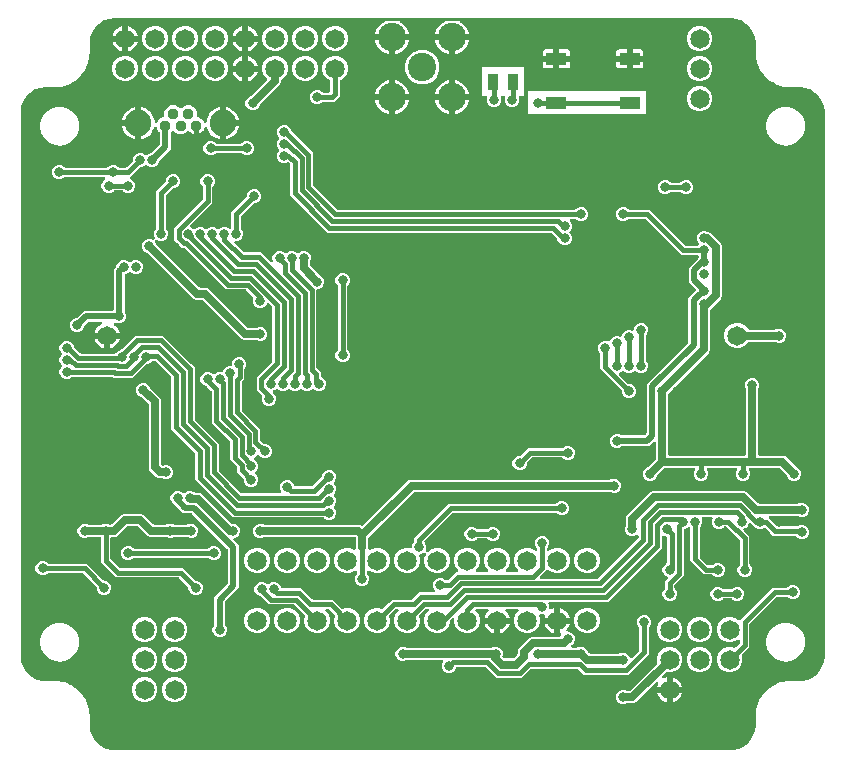
<source format=gbr>
G04 EAGLE Gerber RS-274X export*
G75*
%MOMM*%
%FSLAX34Y34*%
%LPD*%
%INBottom Copper*%
%IPPOS*%
%AMOC8*
5,1,8,0,0,1.08239X$1,22.5*%
G01*
%ADD10C,2.400000*%
%ADD11C,1.650000*%
%ADD12C,0.958000*%
%ADD13C,2.250000*%
%ADD14R,1.800000X1.100000*%
%ADD15R,0.970000X1.470000*%
%ADD16C,0.806400*%
%ADD17C,0.381000*%
%ADD18C,0.635000*%
%ADD19C,0.508000*%
%ADD20C,0.254000*%

G36*
X598192Y4D02*
X598192Y4D01*
X598270Y5D01*
X601448Y255D01*
X601467Y259D01*
X601486Y258D01*
X601645Y286D01*
X604746Y1030D01*
X604764Y1037D01*
X604783Y1040D01*
X604935Y1092D01*
X607881Y2312D01*
X607897Y2322D01*
X607916Y2327D01*
X608058Y2403D01*
X610777Y4069D01*
X610792Y4081D01*
X610809Y4089D01*
X610938Y4186D01*
X613363Y6256D01*
X613376Y6271D01*
X613391Y6282D01*
X613504Y6397D01*
X615574Y8822D01*
X615585Y8838D01*
X615599Y8851D01*
X615691Y8983D01*
X617357Y11702D01*
X617365Y11719D01*
X617377Y11735D01*
X617448Y11879D01*
X618668Y14825D01*
X618673Y14844D01*
X618682Y14861D01*
X618730Y15015D01*
X619474Y18115D01*
X619476Y18134D01*
X619482Y18152D01*
X619505Y18312D01*
X619755Y21490D01*
X619755Y21494D01*
X619756Y21498D01*
X619755Y21516D01*
X619759Y21590D01*
X619759Y29164D01*
X620060Y33367D01*
X620946Y37439D01*
X622402Y41343D01*
X624399Y45001D01*
X626896Y48337D01*
X629843Y51284D01*
X633179Y53781D01*
X636837Y55778D01*
X640741Y57234D01*
X644813Y58120D01*
X649016Y58421D01*
X656590Y58421D01*
X656612Y58424D01*
X656690Y58425D01*
X659868Y58675D01*
X659887Y58679D01*
X659906Y58678D01*
X660065Y58706D01*
X663166Y59450D01*
X663184Y59457D01*
X663203Y59460D01*
X663355Y59512D01*
X666301Y60732D01*
X666317Y60742D01*
X666336Y60747D01*
X666478Y60823D01*
X669197Y62489D01*
X669212Y62501D01*
X669229Y62509D01*
X669358Y62606D01*
X671783Y64676D01*
X671796Y64691D01*
X671811Y64702D01*
X671924Y64817D01*
X673994Y67242D01*
X674005Y67258D01*
X674019Y67271D01*
X674111Y67403D01*
X675777Y70122D01*
X675785Y70139D01*
X675797Y70155D01*
X675868Y70299D01*
X677088Y73245D01*
X677093Y73264D01*
X677102Y73281D01*
X677150Y73435D01*
X677894Y76535D01*
X677896Y76554D01*
X677902Y76572D01*
X677925Y76732D01*
X678175Y79910D01*
X678174Y79932D01*
X678179Y80010D01*
X678179Y537210D01*
X678177Y537232D01*
X678175Y537310D01*
X677925Y540488D01*
X677921Y540507D01*
X677922Y540526D01*
X677894Y540685D01*
X677150Y543786D01*
X677143Y543804D01*
X677140Y543823D01*
X677088Y543975D01*
X675868Y546921D01*
X675858Y546937D01*
X675853Y546956D01*
X675777Y547098D01*
X674111Y549817D01*
X674099Y549832D01*
X674091Y549849D01*
X673994Y549978D01*
X671924Y552403D01*
X671909Y552416D01*
X671898Y552431D01*
X671783Y552544D01*
X669358Y554614D01*
X669342Y554625D01*
X669329Y554639D01*
X669197Y554731D01*
X666478Y556397D01*
X666461Y556405D01*
X666445Y556417D01*
X666301Y556488D01*
X663355Y557708D01*
X663336Y557713D01*
X663319Y557722D01*
X663166Y557770D01*
X660065Y558514D01*
X660046Y558516D01*
X660028Y558522D01*
X659868Y558545D01*
X656690Y558795D01*
X656668Y558794D01*
X656590Y558799D01*
X649016Y558799D01*
X644813Y559100D01*
X640741Y559986D01*
X636837Y561442D01*
X633179Y563439D01*
X629843Y565936D01*
X626896Y568883D01*
X624399Y572219D01*
X622402Y575877D01*
X620946Y579781D01*
X620060Y583853D01*
X619759Y588056D01*
X619759Y595630D01*
X619757Y595652D01*
X619755Y595730D01*
X619505Y598908D01*
X619501Y598927D01*
X619502Y598946D01*
X619474Y599105D01*
X618730Y602206D01*
X618723Y602224D01*
X618720Y602243D01*
X618668Y602395D01*
X617448Y605341D01*
X617438Y605357D01*
X617433Y605376D01*
X617357Y605518D01*
X615691Y608237D01*
X615679Y608252D01*
X615671Y608269D01*
X615574Y608398D01*
X613504Y610823D01*
X613489Y610836D01*
X613478Y610851D01*
X613363Y610964D01*
X610938Y613034D01*
X610922Y613045D01*
X610909Y613059D01*
X610777Y613151D01*
X608058Y614817D01*
X608041Y614825D01*
X608025Y614837D01*
X607881Y614908D01*
X604935Y616128D01*
X604916Y616133D01*
X604899Y616142D01*
X604746Y616190D01*
X601645Y616934D01*
X601626Y616936D01*
X601608Y616942D01*
X601448Y616965D01*
X598270Y617215D01*
X598248Y617214D01*
X598170Y617219D01*
X371897Y617219D01*
X371877Y617217D01*
X371857Y617219D01*
X371720Y617197D01*
X371581Y617179D01*
X371563Y617172D01*
X371543Y617169D01*
X371415Y617114D01*
X371286Y617062D01*
X371270Y617051D01*
X371251Y617043D01*
X371141Y616957D01*
X371028Y616876D01*
X371016Y616860D01*
X371000Y616848D01*
X370914Y616738D01*
X370825Y616631D01*
X370817Y616613D01*
X370805Y616597D01*
X370749Y616469D01*
X370690Y616343D01*
X370686Y616323D01*
X370678Y616305D01*
X370656Y616167D01*
X370630Y616031D01*
X370631Y616011D01*
X370628Y615991D01*
X370641Y615852D01*
X370650Y615713D01*
X370656Y615694D01*
X370658Y615674D01*
X370705Y615543D01*
X370748Y615411D01*
X370759Y615394D01*
X370765Y615375D01*
X370844Y615260D01*
X370918Y615142D01*
X370933Y615128D01*
X370944Y615112D01*
X371048Y615020D01*
X371150Y614924D01*
X371167Y614914D01*
X371182Y614901D01*
X371321Y614819D01*
X372111Y614416D01*
X373963Y613071D01*
X375581Y611453D01*
X376926Y609601D01*
X377965Y607562D01*
X378673Y605385D01*
X378810Y604519D01*
X365760Y604519D01*
X365642Y604504D01*
X365523Y604497D01*
X365485Y604484D01*
X365445Y604479D01*
X365334Y604436D01*
X365221Y604399D01*
X365187Y604377D01*
X365149Y604362D01*
X365053Y604292D01*
X364952Y604229D01*
X364924Y604199D01*
X364892Y604175D01*
X364816Y604084D01*
X364734Y603997D01*
X364715Y603962D01*
X364689Y603931D01*
X364638Y603823D01*
X364581Y603719D01*
X364570Y603679D01*
X364553Y603643D01*
X364531Y603526D01*
X364501Y603411D01*
X364497Y603350D01*
X364493Y603330D01*
X364495Y603310D01*
X364491Y603250D01*
X364491Y601979D01*
X364489Y601979D01*
X364489Y603250D01*
X364474Y603368D01*
X364467Y603487D01*
X364454Y603525D01*
X364449Y603565D01*
X364405Y603676D01*
X364369Y603789D01*
X364347Y603824D01*
X364332Y603861D01*
X364262Y603957D01*
X364199Y604058D01*
X364169Y604086D01*
X364145Y604119D01*
X364054Y604194D01*
X363967Y604276D01*
X363932Y604296D01*
X363900Y604321D01*
X363793Y604372D01*
X363688Y604430D01*
X363649Y604440D01*
X363613Y604457D01*
X363496Y604479D01*
X363381Y604509D01*
X363320Y604513D01*
X363300Y604517D01*
X363280Y604515D01*
X363220Y604519D01*
X350170Y604519D01*
X350307Y605385D01*
X351015Y607562D01*
X352054Y609601D01*
X353399Y611453D01*
X355017Y613071D01*
X356869Y614416D01*
X357659Y614819D01*
X357676Y614830D01*
X357694Y614838D01*
X357807Y614920D01*
X357922Y614998D01*
X357936Y615013D01*
X357952Y615024D01*
X358040Y615132D01*
X358133Y615236D01*
X358142Y615254D01*
X358155Y615269D01*
X358214Y615396D01*
X358277Y615520D01*
X358282Y615539D01*
X358290Y615557D01*
X358316Y615694D01*
X358347Y615830D01*
X358346Y615850D01*
X358350Y615870D01*
X358341Y616009D01*
X358337Y616148D01*
X358331Y616167D01*
X358330Y616187D01*
X358287Y616319D01*
X358248Y616453D01*
X358238Y616471D01*
X358232Y616489D01*
X358158Y616607D01*
X358087Y616727D01*
X358073Y616741D01*
X358062Y616758D01*
X357960Y616854D01*
X357862Y616952D01*
X357845Y616962D01*
X357830Y616976D01*
X357708Y617043D01*
X357588Y617114D01*
X357569Y617120D01*
X357552Y617130D01*
X357417Y617164D01*
X357283Y617203D01*
X357263Y617204D01*
X357244Y617209D01*
X357083Y617219D01*
X321097Y617219D01*
X321077Y617217D01*
X321057Y617219D01*
X320920Y617197D01*
X320781Y617179D01*
X320763Y617172D01*
X320743Y617169D01*
X320615Y617114D01*
X320486Y617062D01*
X320470Y617051D01*
X320451Y617043D01*
X320341Y616957D01*
X320228Y616876D01*
X320216Y616860D01*
X320200Y616848D01*
X320114Y616738D01*
X320025Y616631D01*
X320017Y616613D01*
X320005Y616597D01*
X319949Y616469D01*
X319890Y616343D01*
X319886Y616323D01*
X319878Y616305D01*
X319856Y616167D01*
X319830Y616031D01*
X319831Y616011D01*
X319828Y615991D01*
X319841Y615852D01*
X319850Y615713D01*
X319856Y615694D01*
X319858Y615674D01*
X319905Y615543D01*
X319948Y615411D01*
X319959Y615394D01*
X319965Y615375D01*
X320044Y615260D01*
X320118Y615142D01*
X320133Y615128D01*
X320144Y615112D01*
X320248Y615020D01*
X320350Y614924D01*
X320367Y614914D01*
X320382Y614901D01*
X320521Y614819D01*
X321311Y614416D01*
X323163Y613071D01*
X324781Y611453D01*
X326126Y609601D01*
X327165Y607562D01*
X327873Y605385D01*
X328010Y604519D01*
X314960Y604519D01*
X314842Y604504D01*
X314723Y604497D01*
X314685Y604484D01*
X314645Y604479D01*
X314534Y604436D01*
X314421Y604399D01*
X314387Y604377D01*
X314349Y604362D01*
X314253Y604292D01*
X314152Y604229D01*
X314124Y604199D01*
X314092Y604175D01*
X314016Y604084D01*
X313934Y603997D01*
X313915Y603962D01*
X313889Y603931D01*
X313838Y603823D01*
X313781Y603719D01*
X313770Y603679D01*
X313753Y603643D01*
X313731Y603526D01*
X313701Y603411D01*
X313697Y603350D01*
X313693Y603330D01*
X313695Y603310D01*
X313691Y603250D01*
X313691Y601979D01*
X313689Y601979D01*
X313689Y603250D01*
X313674Y603368D01*
X313667Y603487D01*
X313654Y603525D01*
X313649Y603565D01*
X313605Y603676D01*
X313569Y603789D01*
X313547Y603824D01*
X313532Y603861D01*
X313462Y603957D01*
X313399Y604058D01*
X313369Y604086D01*
X313345Y604119D01*
X313254Y604194D01*
X313167Y604276D01*
X313132Y604296D01*
X313100Y604321D01*
X312993Y604372D01*
X312888Y604430D01*
X312849Y604440D01*
X312813Y604457D01*
X312696Y604479D01*
X312581Y604509D01*
X312520Y604513D01*
X312500Y604517D01*
X312480Y604515D01*
X312420Y604519D01*
X299370Y604519D01*
X299507Y605385D01*
X300215Y607562D01*
X301254Y609601D01*
X302599Y611453D01*
X304217Y613071D01*
X306069Y614416D01*
X306859Y614819D01*
X306876Y614830D01*
X306894Y614838D01*
X307007Y614920D01*
X307122Y614998D01*
X307136Y615013D01*
X307152Y615024D01*
X307240Y615132D01*
X307333Y615236D01*
X307342Y615254D01*
X307355Y615269D01*
X307414Y615396D01*
X307477Y615520D01*
X307482Y615539D01*
X307490Y615557D01*
X307516Y615694D01*
X307547Y615830D01*
X307546Y615850D01*
X307550Y615870D01*
X307541Y616009D01*
X307537Y616148D01*
X307531Y616167D01*
X307530Y616187D01*
X307487Y616319D01*
X307448Y616453D01*
X307438Y616471D01*
X307432Y616489D01*
X307358Y616607D01*
X307287Y616727D01*
X307273Y616741D01*
X307262Y616758D01*
X307160Y616854D01*
X307062Y616952D01*
X307045Y616962D01*
X307030Y616976D01*
X306908Y617043D01*
X306788Y617114D01*
X306769Y617120D01*
X306752Y617130D01*
X306617Y617164D01*
X306483Y617203D01*
X306463Y617204D01*
X306444Y617209D01*
X306283Y617219D01*
X80010Y617219D01*
X79988Y617217D01*
X79910Y617215D01*
X76732Y616965D01*
X76713Y616961D01*
X76694Y616962D01*
X76535Y616934D01*
X73435Y616190D01*
X73416Y616183D01*
X73397Y616180D01*
X73245Y616128D01*
X70299Y614908D01*
X70283Y614898D01*
X70264Y614893D01*
X70122Y614817D01*
X67403Y613151D01*
X67388Y613139D01*
X67371Y613131D01*
X67242Y613034D01*
X64817Y610964D01*
X64804Y610949D01*
X64789Y610938D01*
X64676Y610823D01*
X62606Y608398D01*
X62595Y608382D01*
X62581Y608369D01*
X62489Y608237D01*
X60823Y605518D01*
X60815Y605501D01*
X60803Y605485D01*
X60732Y605341D01*
X59512Y602395D01*
X59507Y602376D01*
X59498Y602359D01*
X59450Y602206D01*
X58706Y599105D01*
X58704Y599086D01*
X58698Y599068D01*
X58675Y598908D01*
X58425Y595730D01*
X58426Y595708D01*
X58421Y595630D01*
X58421Y588056D01*
X58120Y583853D01*
X57234Y579781D01*
X55778Y575877D01*
X53781Y572219D01*
X51284Y568883D01*
X48337Y565936D01*
X45001Y563439D01*
X41343Y561442D01*
X37439Y559986D01*
X33367Y559100D01*
X29164Y558799D01*
X21590Y558799D01*
X21568Y558797D01*
X21490Y558795D01*
X18312Y558545D01*
X18293Y558541D01*
X18274Y558542D01*
X18115Y558514D01*
X15015Y557770D01*
X14996Y557763D01*
X14977Y557760D01*
X14825Y557708D01*
X11879Y556488D01*
X11863Y556478D01*
X11844Y556473D01*
X11702Y556397D01*
X8983Y554731D01*
X8968Y554719D01*
X8951Y554711D01*
X8822Y554614D01*
X6397Y552544D01*
X6384Y552529D01*
X6369Y552518D01*
X6256Y552403D01*
X4186Y549978D01*
X4175Y549962D01*
X4161Y549949D01*
X4069Y549817D01*
X2403Y547098D01*
X2395Y547081D01*
X2383Y547065D01*
X2312Y546921D01*
X1092Y543975D01*
X1087Y543956D01*
X1078Y543939D01*
X1030Y543786D01*
X286Y540685D01*
X284Y540666D01*
X278Y540648D01*
X255Y540488D01*
X5Y537310D01*
X6Y537288D01*
X1Y537210D01*
X1Y80010D01*
X4Y79988D01*
X5Y79910D01*
X255Y76732D01*
X259Y76713D01*
X258Y76694D01*
X286Y76535D01*
X1030Y73435D01*
X1037Y73416D01*
X1040Y73397D01*
X1092Y73245D01*
X2312Y70299D01*
X2322Y70283D01*
X2327Y70264D01*
X2403Y70122D01*
X4069Y67403D01*
X4081Y67388D01*
X4089Y67371D01*
X4186Y67242D01*
X6256Y64817D01*
X6271Y64804D01*
X6282Y64789D01*
X6397Y64676D01*
X8822Y62606D01*
X8838Y62595D01*
X8851Y62581D01*
X8983Y62489D01*
X11702Y60823D01*
X11719Y60815D01*
X11735Y60803D01*
X11879Y60732D01*
X14825Y59512D01*
X14844Y59507D01*
X14861Y59498D01*
X15015Y59450D01*
X18115Y58706D01*
X18134Y58704D01*
X18152Y58698D01*
X18312Y58675D01*
X21490Y58425D01*
X21512Y58426D01*
X21590Y58421D01*
X29164Y58421D01*
X33367Y58120D01*
X37439Y57234D01*
X41343Y55778D01*
X45001Y53781D01*
X48337Y51284D01*
X51284Y48337D01*
X53781Y45001D01*
X55778Y41343D01*
X57234Y37439D01*
X58120Y33367D01*
X58421Y29164D01*
X58421Y21590D01*
X58424Y21568D01*
X58425Y21490D01*
X58675Y18312D01*
X58679Y18293D01*
X58678Y18274D01*
X58706Y18115D01*
X59450Y15015D01*
X59457Y14996D01*
X59460Y14977D01*
X59512Y14825D01*
X60732Y11879D01*
X60742Y11863D01*
X60747Y11844D01*
X60823Y11702D01*
X62489Y8983D01*
X62501Y8968D01*
X62509Y8951D01*
X62606Y8822D01*
X64676Y6397D01*
X64691Y6384D01*
X64702Y6369D01*
X64817Y6256D01*
X67242Y4186D01*
X67258Y4175D01*
X67271Y4161D01*
X67403Y4069D01*
X70122Y2403D01*
X70139Y2395D01*
X70155Y2383D01*
X70299Y2312D01*
X73245Y1092D01*
X73264Y1087D01*
X73281Y1078D01*
X73435Y1030D01*
X76535Y286D01*
X76554Y284D01*
X76572Y278D01*
X76732Y255D01*
X79910Y5D01*
X79932Y6D01*
X80010Y1D01*
X598170Y1D01*
X598192Y4D01*
G37*
%LPC*%
G36*
X298844Y97159D02*
X298844Y97159D01*
X294878Y98802D01*
X291842Y101838D01*
X290199Y105804D01*
X290199Y110096D01*
X291842Y114062D01*
X294878Y117098D01*
X298844Y118741D01*
X303136Y118741D01*
X304528Y118164D01*
X304556Y118157D01*
X304582Y118143D01*
X304709Y118115D01*
X304834Y118081D01*
X304864Y118080D01*
X304893Y118074D01*
X305022Y118078D01*
X305152Y118075D01*
X305181Y118082D01*
X305211Y118083D01*
X305335Y118119D01*
X305462Y118150D01*
X305488Y118163D01*
X305516Y118172D01*
X305628Y118238D01*
X305743Y118298D01*
X305765Y118318D01*
X305790Y118333D01*
X305911Y118440D01*
X310651Y123179D01*
X313329Y125858D01*
X329941Y125858D01*
X330039Y125870D01*
X330139Y125873D01*
X330197Y125890D01*
X330257Y125898D01*
X330349Y125934D01*
X330444Y125962D01*
X330496Y125992D01*
X330553Y126015D01*
X330633Y126073D01*
X330718Y126123D01*
X330793Y126189D01*
X330810Y126201D01*
X330818Y126211D01*
X330839Y126229D01*
X336563Y131954D01*
X349165Y131954D01*
X349303Y131971D01*
X349442Y131984D01*
X349461Y131991D01*
X349481Y131994D01*
X349610Y132045D01*
X349741Y132092D01*
X349758Y132103D01*
X349776Y132111D01*
X349889Y132192D01*
X350004Y132270D01*
X350017Y132286D01*
X350034Y132297D01*
X350123Y132405D01*
X350214Y132509D01*
X350224Y132527D01*
X350237Y132542D01*
X350296Y132668D01*
X350359Y132792D01*
X350363Y132812D01*
X350372Y132830D01*
X350398Y132967D01*
X350429Y133102D01*
X350428Y133123D01*
X350432Y133142D01*
X350423Y133281D01*
X350419Y133420D01*
X350413Y133440D01*
X350412Y133460D01*
X350369Y133592D01*
X350331Y133726D01*
X350320Y133743D01*
X350314Y133762D01*
X350240Y133880D01*
X350169Y134000D01*
X350151Y134021D01*
X350144Y134031D01*
X350129Y134045D01*
X350063Y134120D01*
X349189Y134995D01*
X348265Y137224D01*
X348265Y139636D01*
X349189Y141865D01*
X350895Y143571D01*
X353124Y144495D01*
X355536Y144495D01*
X357765Y143571D01*
X358597Y142739D01*
X358676Y142679D01*
X358748Y142611D01*
X358801Y142582D01*
X358849Y142545D01*
X358940Y142505D01*
X359026Y142457D01*
X359085Y142442D01*
X359140Y142418D01*
X359238Y142403D01*
X359334Y142378D01*
X359434Y142372D01*
X359455Y142368D01*
X359467Y142370D01*
X359495Y142368D01*
X360408Y142368D01*
X360506Y142380D01*
X360605Y142383D01*
X360663Y142400D01*
X360723Y142408D01*
X360815Y142444D01*
X360910Y142472D01*
X360962Y142502D01*
X361019Y142525D01*
X361099Y142583D01*
X361184Y142633D01*
X361260Y142699D01*
X361276Y142711D01*
X361284Y142721D01*
X361305Y142739D01*
X367791Y149226D01*
X368390Y149226D01*
X368528Y149243D01*
X368666Y149256D01*
X368685Y149263D01*
X368705Y149266D01*
X368834Y149317D01*
X368965Y149364D01*
X368982Y149375D01*
X369001Y149383D01*
X369113Y149464D01*
X369228Y149542D01*
X369242Y149558D01*
X369258Y149569D01*
X369347Y149677D01*
X369439Y149781D01*
X369448Y149799D01*
X369461Y149814D01*
X369520Y149940D01*
X369583Y150064D01*
X369588Y150084D01*
X369597Y150102D01*
X369623Y150239D01*
X369653Y150374D01*
X369653Y150395D01*
X369656Y150414D01*
X369648Y150553D01*
X369643Y150692D01*
X369638Y150712D01*
X369637Y150732D01*
X369594Y150864D01*
X369555Y150998D01*
X369545Y151015D01*
X369539Y151034D01*
X369464Y151152D01*
X369394Y151272D01*
X369375Y151293D01*
X369368Y151303D01*
X369353Y151317D01*
X369287Y151392D01*
X368042Y152638D01*
X366399Y156604D01*
X366399Y160896D01*
X368042Y164862D01*
X371078Y167898D01*
X375044Y169541D01*
X379336Y169541D01*
X383302Y167898D01*
X386338Y164862D01*
X387981Y160896D01*
X387981Y156604D01*
X386338Y152638D01*
X385093Y151392D01*
X385008Y151283D01*
X384919Y151176D01*
X384910Y151157D01*
X384898Y151141D01*
X384843Y151014D01*
X384783Y150888D01*
X384780Y150868D01*
X384772Y150849D01*
X384750Y150711D01*
X384724Y150575D01*
X384725Y150555D01*
X384722Y150535D01*
X384735Y150396D01*
X384743Y150258D01*
X384750Y150239D01*
X384752Y150219D01*
X384799Y150087D01*
X384841Y149956D01*
X384852Y149938D01*
X384859Y149919D01*
X384937Y149804D01*
X385012Y149687D01*
X385026Y149673D01*
X385038Y149656D01*
X385142Y149564D01*
X385243Y149469D01*
X385261Y149459D01*
X385276Y149446D01*
X385400Y149382D01*
X385522Y149315D01*
X385541Y149310D01*
X385559Y149301D01*
X385695Y149271D01*
X385830Y149236D01*
X385858Y149234D01*
X385870Y149231D01*
X385890Y149232D01*
X385990Y149226D01*
X393790Y149226D01*
X393928Y149243D01*
X394066Y149256D01*
X394085Y149263D01*
X394105Y149266D01*
X394234Y149317D01*
X394365Y149364D01*
X394382Y149375D01*
X394401Y149383D01*
X394513Y149464D01*
X394628Y149542D01*
X394642Y149558D01*
X394658Y149569D01*
X394747Y149677D01*
X394839Y149781D01*
X394848Y149799D01*
X394861Y149814D01*
X394920Y149940D01*
X394983Y150064D01*
X394988Y150084D01*
X394997Y150102D01*
X395023Y150239D01*
X395053Y150374D01*
X395053Y150395D01*
X395056Y150414D01*
X395048Y150553D01*
X395043Y150692D01*
X395038Y150712D01*
X395037Y150732D01*
X394994Y150864D01*
X394955Y150998D01*
X394945Y151015D01*
X394939Y151034D01*
X394864Y151152D01*
X394794Y151272D01*
X394775Y151293D01*
X394768Y151303D01*
X394753Y151317D01*
X394687Y151392D01*
X393442Y152638D01*
X391799Y156604D01*
X391799Y160896D01*
X393442Y164862D01*
X396478Y167898D01*
X400444Y169541D01*
X404736Y169541D01*
X408702Y167898D01*
X411738Y164862D01*
X413381Y160896D01*
X413381Y156604D01*
X411738Y152638D01*
X410493Y151392D01*
X410408Y151283D01*
X410319Y151176D01*
X410310Y151157D01*
X410298Y151141D01*
X410243Y151014D01*
X410183Y150888D01*
X410180Y150868D01*
X410172Y150849D01*
X410150Y150711D01*
X410124Y150575D01*
X410125Y150555D01*
X410122Y150535D01*
X410135Y150396D01*
X410143Y150258D01*
X410150Y150239D01*
X410152Y150219D01*
X410199Y150087D01*
X410241Y149956D01*
X410252Y149938D01*
X410259Y149919D01*
X410337Y149804D01*
X410412Y149687D01*
X410426Y149673D01*
X410438Y149656D01*
X410542Y149564D01*
X410643Y149469D01*
X410661Y149459D01*
X410676Y149446D01*
X410800Y149382D01*
X410922Y149315D01*
X410941Y149310D01*
X410959Y149301D01*
X411095Y149271D01*
X411230Y149236D01*
X411258Y149234D01*
X411270Y149231D01*
X411290Y149232D01*
X411390Y149226D01*
X419190Y149226D01*
X419328Y149243D01*
X419466Y149256D01*
X419485Y149263D01*
X419505Y149266D01*
X419634Y149317D01*
X419765Y149364D01*
X419782Y149375D01*
X419801Y149383D01*
X419913Y149464D01*
X420028Y149542D01*
X420042Y149558D01*
X420058Y149569D01*
X420147Y149677D01*
X420239Y149781D01*
X420248Y149799D01*
X420261Y149814D01*
X420320Y149940D01*
X420383Y150064D01*
X420388Y150084D01*
X420397Y150102D01*
X420423Y150239D01*
X420453Y150374D01*
X420453Y150395D01*
X420456Y150414D01*
X420448Y150553D01*
X420443Y150692D01*
X420438Y150712D01*
X420437Y150732D01*
X420394Y150864D01*
X420355Y150998D01*
X420345Y151015D01*
X420339Y151034D01*
X420264Y151152D01*
X420194Y151272D01*
X420175Y151293D01*
X420168Y151303D01*
X420153Y151317D01*
X420087Y151392D01*
X418842Y152638D01*
X417199Y156604D01*
X417199Y160896D01*
X418842Y164862D01*
X421878Y167898D01*
X425844Y169541D01*
X430136Y169541D01*
X434102Y167898D01*
X434580Y167420D01*
X434690Y167335D01*
X434797Y167246D01*
X434816Y167237D01*
X434832Y167225D01*
X434960Y167170D01*
X435085Y167110D01*
X435105Y167107D01*
X435124Y167099D01*
X435262Y167077D01*
X435398Y167051D01*
X435418Y167052D01*
X435438Y167049D01*
X435577Y167062D01*
X435715Y167070D01*
X435734Y167077D01*
X435754Y167079D01*
X435885Y167126D01*
X436017Y167168D01*
X436035Y167179D01*
X436054Y167186D01*
X436168Y167264D01*
X436286Y167339D01*
X436300Y167353D01*
X436317Y167365D01*
X436409Y167469D01*
X436504Y167570D01*
X436514Y167588D01*
X436527Y167603D01*
X436590Y167727D01*
X436658Y167849D01*
X436663Y167868D01*
X436672Y167886D01*
X436702Y168022D01*
X436737Y168157D01*
X436739Y168185D01*
X436742Y168197D01*
X436741Y168217D01*
X436747Y168317D01*
X436747Y168830D01*
X436735Y168928D01*
X436732Y169027D01*
X436715Y169086D01*
X436707Y169146D01*
X436671Y169238D01*
X436643Y169333D01*
X436613Y169385D01*
X436590Y169441D01*
X436532Y169521D01*
X436482Y169607D01*
X436416Y169682D01*
X436404Y169699D01*
X436394Y169706D01*
X436376Y169728D01*
X435549Y170555D01*
X434625Y172784D01*
X434625Y175196D01*
X435549Y177425D01*
X437255Y179131D01*
X439484Y180055D01*
X441896Y180055D01*
X444125Y179131D01*
X445831Y177425D01*
X446755Y175196D01*
X446755Y172784D01*
X445831Y170555D01*
X444994Y169718D01*
X444934Y169639D01*
X444866Y169567D01*
X444837Y169514D01*
X444800Y169466D01*
X444760Y169375D01*
X444712Y169289D01*
X444697Y169230D01*
X444695Y169226D01*
X444685Y169204D01*
X444684Y169200D01*
X444673Y169175D01*
X444658Y169077D01*
X444633Y168981D01*
X444628Y168907D01*
X444625Y168892D01*
X444626Y168878D01*
X444623Y168860D01*
X444625Y168848D01*
X444623Y168820D01*
X444623Y168307D01*
X444640Y168169D01*
X444653Y168031D01*
X444660Y168012D01*
X444663Y167992D01*
X444714Y167862D01*
X444761Y167732D01*
X444772Y167715D01*
X444780Y167696D01*
X444861Y167584D01*
X444939Y167469D01*
X444955Y167455D01*
X444966Y167439D01*
X445074Y167350D01*
X445178Y167258D01*
X445196Y167249D01*
X445211Y167236D01*
X445337Y167177D01*
X445461Y167114D01*
X445481Y167109D01*
X445499Y167100D01*
X445636Y167074D01*
X445771Y167044D01*
X445792Y167044D01*
X445811Y167041D01*
X445950Y167049D01*
X446089Y167054D01*
X446109Y167059D01*
X446129Y167060D01*
X446261Y167103D01*
X446395Y167142D01*
X446412Y167152D01*
X446431Y167158D01*
X446549Y167233D01*
X446669Y167303D01*
X446690Y167322D01*
X446700Y167329D01*
X446714Y167344D01*
X446790Y167410D01*
X447278Y167898D01*
X451244Y169541D01*
X455536Y169541D01*
X459502Y167898D01*
X462538Y164862D01*
X464181Y160896D01*
X464181Y156604D01*
X462538Y152638D01*
X459502Y149602D01*
X455536Y147959D01*
X451244Y147959D01*
X447278Y149602D01*
X446019Y150861D01*
X445925Y150934D01*
X445836Y151012D01*
X445800Y151031D01*
X445768Y151056D01*
X445658Y151103D01*
X445552Y151157D01*
X445513Y151166D01*
X445476Y151182D01*
X445358Y151201D01*
X445242Y151227D01*
X445202Y151225D01*
X445162Y151232D01*
X445043Y151221D01*
X444924Y151217D01*
X444885Y151206D01*
X444845Y151202D01*
X444733Y151162D01*
X444619Y151129D01*
X444584Y151108D01*
X444546Y151094D01*
X444447Y151027D01*
X444345Y150967D01*
X444300Y150927D01*
X444283Y150916D01*
X444269Y150900D01*
X444224Y150861D01*
X441944Y148581D01*
X438914Y145550D01*
X438829Y145441D01*
X438740Y145334D01*
X438731Y145315D01*
X438719Y145299D01*
X438663Y145171D01*
X438604Y145046D01*
X438601Y145026D01*
X438592Y145007D01*
X438571Y144869D01*
X438545Y144733D01*
X438546Y144713D01*
X438543Y144693D01*
X438556Y144554D01*
X438564Y144416D01*
X438571Y144397D01*
X438572Y144377D01*
X438620Y144245D01*
X438662Y144114D01*
X438673Y144096D01*
X438680Y144077D01*
X438758Y143962D01*
X438833Y143845D01*
X438847Y143831D01*
X438859Y143814D01*
X438963Y143722D01*
X439064Y143627D01*
X439082Y143617D01*
X439097Y143604D01*
X439221Y143540D01*
X439343Y143473D01*
X439362Y143468D01*
X439380Y143459D01*
X439516Y143429D01*
X439651Y143394D01*
X439679Y143392D01*
X439691Y143389D01*
X439711Y143390D01*
X439811Y143384D01*
X487206Y143384D01*
X487304Y143396D01*
X487403Y143399D01*
X487462Y143416D01*
X487522Y143424D01*
X487614Y143460D01*
X487709Y143488D01*
X487761Y143518D01*
X487817Y143541D01*
X487897Y143599D01*
X487983Y143649D01*
X488058Y143715D01*
X488075Y143727D01*
X488083Y143737D01*
X488104Y143755D01*
X522138Y177789D01*
X522198Y177868D01*
X522266Y177940D01*
X522295Y177993D01*
X522332Y178041D01*
X522372Y178132D01*
X522420Y178218D01*
X522435Y178277D01*
X522459Y178332D01*
X522474Y178430D01*
X522499Y178526D01*
X522505Y178626D01*
X522509Y178647D01*
X522507Y178659D01*
X522509Y178687D01*
X522509Y179398D01*
X522492Y179536D01*
X522479Y179675D01*
X522472Y179694D01*
X522469Y179714D01*
X522418Y179843D01*
X522371Y179974D01*
X522360Y179991D01*
X522352Y180009D01*
X522271Y180122D01*
X522193Y180237D01*
X522177Y180250D01*
X522166Y180267D01*
X522058Y180355D01*
X521954Y180448D01*
X521936Y180457D01*
X521921Y180470D01*
X521795Y180529D01*
X521671Y180592D01*
X521651Y180597D01*
X521633Y180605D01*
X521496Y180631D01*
X521361Y180662D01*
X521340Y180661D01*
X521321Y180665D01*
X521182Y180656D01*
X521043Y180652D01*
X521023Y180646D01*
X521003Y180645D01*
X520871Y180602D01*
X520737Y180564D01*
X520720Y180553D01*
X520701Y180547D01*
X520583Y180473D01*
X520463Y180402D01*
X520442Y180383D01*
X520432Y180377D01*
X520418Y180362D01*
X520342Y180296D01*
X520325Y180279D01*
X518096Y179355D01*
X515684Y179355D01*
X513455Y180279D01*
X511749Y181985D01*
X510825Y184214D01*
X510825Y186626D01*
X511586Y188462D01*
X511588Y188471D01*
X511593Y188479D01*
X511630Y188624D01*
X511670Y188769D01*
X511670Y188778D01*
X511672Y188787D01*
X511682Y188948D01*
X511682Y195346D01*
X512475Y197260D01*
X514119Y198903D01*
X530680Y215464D01*
X530680Y215465D01*
X532323Y217108D01*
X534237Y217901D01*
X611843Y217901D01*
X613757Y217108D01*
X623355Y207509D01*
X623433Y207449D01*
X623506Y207381D01*
X623559Y207352D01*
X623606Y207315D01*
X623697Y207275D01*
X623784Y207227D01*
X623843Y207212D01*
X623898Y207188D01*
X623996Y207173D01*
X624092Y207148D01*
X624192Y207142D01*
X624212Y207138D01*
X624225Y207140D01*
X624253Y207138D01*
X656872Y207138D01*
X656881Y207139D01*
X656891Y207138D01*
X657039Y207159D01*
X657188Y207178D01*
X657196Y207181D01*
X657206Y207182D01*
X657358Y207234D01*
X659194Y207995D01*
X661606Y207995D01*
X663835Y207071D01*
X665541Y205365D01*
X666465Y203136D01*
X666465Y200724D01*
X665541Y198495D01*
X663835Y196789D01*
X661606Y195865D01*
X659194Y195865D01*
X657358Y196626D01*
X657349Y196628D01*
X657341Y196633D01*
X657196Y196670D01*
X657051Y196710D01*
X657042Y196710D01*
X657033Y196712D01*
X656872Y196722D01*
X633761Y196722D01*
X633623Y196705D01*
X633485Y196692D01*
X633466Y196685D01*
X633445Y196682D01*
X633316Y196631D01*
X633185Y196584D01*
X633168Y196573D01*
X633150Y196565D01*
X633037Y196484D01*
X632922Y196406D01*
X632909Y196390D01*
X632892Y196379D01*
X632804Y196271D01*
X632712Y196167D01*
X632702Y196149D01*
X632690Y196134D01*
X632630Y196008D01*
X632567Y195884D01*
X632563Y195864D01*
X632554Y195846D01*
X632528Y195709D01*
X632497Y195574D01*
X632498Y195553D01*
X632494Y195534D01*
X632503Y195395D01*
X632507Y195256D01*
X632513Y195236D01*
X632514Y195216D01*
X632557Y195084D01*
X632595Y194950D01*
X632606Y194933D01*
X632612Y194914D01*
X632686Y194796D01*
X632757Y194676D01*
X632776Y194655D01*
X632782Y194645D01*
X632797Y194631D01*
X632863Y194556D01*
X634389Y193030D01*
X634390Y193029D01*
X639308Y188110D01*
X639387Y188050D01*
X639459Y187982D01*
X639512Y187953D01*
X639560Y187916D01*
X639651Y187876D01*
X639737Y187828D01*
X639796Y187813D01*
X639852Y187789D01*
X639950Y187774D01*
X640045Y187749D01*
X640145Y187743D01*
X640166Y187739D01*
X640178Y187741D01*
X640206Y187739D01*
X656156Y187739D01*
X656254Y187751D01*
X656353Y187754D01*
X656412Y187771D01*
X656472Y187779D01*
X656564Y187815D01*
X656659Y187843D01*
X656711Y187873D01*
X656767Y187896D01*
X656847Y187954D01*
X656933Y188004D01*
X656942Y188012D01*
X659194Y188945D01*
X661606Y188945D01*
X663835Y188021D01*
X665541Y186315D01*
X666465Y184086D01*
X666465Y181674D01*
X665541Y179445D01*
X663835Y177739D01*
X661606Y176815D01*
X659194Y176815D01*
X656965Y177739D01*
X655212Y179492D01*
X655133Y179552D01*
X655061Y179620D01*
X655008Y179649D01*
X654960Y179686D01*
X654869Y179726D01*
X654783Y179774D01*
X654724Y179789D01*
X654669Y179813D01*
X654571Y179828D01*
X654475Y179853D01*
X654375Y179859D01*
X654354Y179863D01*
X654342Y179861D01*
X654314Y179863D01*
X636418Y179863D01*
X633740Y182541D01*
X633740Y182542D01*
X629849Y186432D01*
X629826Y186450D01*
X629807Y186473D01*
X629700Y186548D01*
X629598Y186627D01*
X629571Y186639D01*
X629547Y186656D01*
X629425Y186702D01*
X629306Y186754D01*
X629277Y186758D01*
X629249Y186769D01*
X629120Y186783D01*
X628992Y186803D01*
X628962Y186801D01*
X628933Y186804D01*
X628805Y186786D01*
X628675Y186774D01*
X628647Y186764D01*
X628618Y186759D01*
X628466Y186707D01*
X626046Y185705D01*
X623634Y185705D01*
X621405Y186629D01*
X620573Y187461D01*
X620494Y187521D01*
X620422Y187589D01*
X620369Y187618D01*
X620321Y187655D01*
X620230Y187695D01*
X620144Y187743D01*
X620126Y187747D01*
X617490Y190383D01*
X617450Y190414D01*
X617417Y190451D01*
X617325Y190511D01*
X617238Y190578D01*
X617193Y190598D01*
X617151Y190625D01*
X617048Y190661D01*
X616947Y190705D01*
X616897Y190713D01*
X616850Y190729D01*
X616741Y190737D01*
X616632Y190755D01*
X616583Y190750D01*
X616533Y190754D01*
X616425Y190735D01*
X616316Y190725D01*
X616269Y190708D01*
X616220Y190699D01*
X616120Y190654D01*
X616017Y190617D01*
X615975Y190589D01*
X615930Y190569D01*
X615844Y190500D01*
X615753Y190439D01*
X615721Y190401D01*
X615682Y190370D01*
X615616Y190283D01*
X615543Y190200D01*
X615520Y190156D01*
X615490Y190116D01*
X615419Y189972D01*
X614741Y188335D01*
X613035Y186629D01*
X611852Y186138D01*
X611809Y186114D01*
X611762Y186097D01*
X611671Y186035D01*
X611576Y185981D01*
X611540Y185946D01*
X611499Y185918D01*
X611426Y185836D01*
X611348Y185760D01*
X611322Y185717D01*
X611289Y185680D01*
X611239Y185582D01*
X611181Y185489D01*
X611167Y185441D01*
X611144Y185397D01*
X611120Y185290D01*
X611088Y185185D01*
X611085Y185135D01*
X611074Y185087D01*
X611078Y184977D01*
X611073Y184867D01*
X611083Y184818D01*
X611084Y184769D01*
X611115Y184663D01*
X611137Y184556D01*
X611159Y184511D01*
X611173Y184463D01*
X611228Y184369D01*
X611277Y184270D01*
X611309Y184232D01*
X611334Y184189D01*
X611440Y184068D01*
X616078Y179431D01*
X616078Y156295D01*
X616090Y156197D01*
X616093Y156098D01*
X616110Y156039D01*
X616118Y155979D01*
X616154Y155887D01*
X616182Y155792D01*
X616212Y155740D01*
X616235Y155684D01*
X616293Y155604D01*
X616343Y155518D01*
X616409Y155443D01*
X616421Y155426D01*
X616431Y155419D01*
X616449Y155397D01*
X617281Y154565D01*
X618205Y152336D01*
X618205Y149924D01*
X617281Y147695D01*
X615575Y145989D01*
X613346Y145065D01*
X610934Y145065D01*
X608705Y145989D01*
X606999Y147695D01*
X606075Y149924D01*
X606075Y152336D01*
X606999Y154565D01*
X607831Y155397D01*
X607891Y155476D01*
X607959Y155548D01*
X607988Y155601D01*
X608025Y155649D01*
X608065Y155740D01*
X608113Y155826D01*
X608128Y155885D01*
X608152Y155940D01*
X608167Y156038D01*
X608192Y156134D01*
X608198Y156234D01*
X608202Y156255D01*
X608200Y156267D01*
X608202Y156295D01*
X608202Y175643D01*
X608190Y175741D01*
X608187Y175840D01*
X608170Y175899D01*
X608162Y175959D01*
X608126Y176051D01*
X608098Y176146D01*
X608068Y176198D01*
X608045Y176254D01*
X607987Y176334D01*
X607937Y176420D01*
X607871Y176495D01*
X607859Y176512D01*
X607849Y176520D01*
X607831Y176541D01*
X596762Y187610D01*
X596667Y187683D01*
X596578Y187761D01*
X596542Y187780D01*
X596510Y187805D01*
X596401Y187852D01*
X596295Y187906D01*
X596256Y187915D01*
X596218Y187931D01*
X596101Y187950D01*
X595985Y187976D01*
X595944Y187974D01*
X595904Y187981D01*
X595786Y187970D01*
X595667Y187966D01*
X595628Y187955D01*
X595588Y187951D01*
X595476Y187911D01*
X595361Y187878D01*
X595326Y187857D01*
X595288Y187843D01*
X595190Y187776D01*
X595087Y187716D01*
X595042Y187676D01*
X595025Y187665D01*
X595012Y187649D01*
X594967Y187610D01*
X593985Y186629D01*
X591756Y185705D01*
X589344Y185705D01*
X587115Y186629D01*
X585409Y188335D01*
X584485Y190564D01*
X584485Y192976D01*
X584928Y194046D01*
X584942Y194094D01*
X584963Y194139D01*
X584983Y194247D01*
X585012Y194353D01*
X585013Y194403D01*
X585023Y194452D01*
X585016Y194561D01*
X585017Y194671D01*
X585006Y194719D01*
X585003Y194769D01*
X584969Y194873D01*
X584943Y194980D01*
X584920Y195024D01*
X584905Y195071D01*
X584846Y195164D01*
X584795Y195261D01*
X584761Y195298D01*
X584735Y195340D01*
X584655Y195415D01*
X584581Y195497D01*
X584539Y195524D01*
X584503Y195558D01*
X584407Y195611D01*
X584315Y195671D01*
X584268Y195688D01*
X584224Y195712D01*
X584118Y195739D01*
X584014Y195775D01*
X583965Y195779D01*
X583917Y195791D01*
X583756Y195801D01*
X577024Y195801D01*
X576975Y195795D01*
X576925Y195797D01*
X576818Y195775D01*
X576709Y195761D01*
X576662Y195743D01*
X576614Y195733D01*
X576515Y195685D01*
X576413Y195644D01*
X576373Y195615D01*
X576328Y195593D01*
X576245Y195522D01*
X576156Y195458D01*
X576124Y195419D01*
X576086Y195387D01*
X576023Y195297D01*
X575953Y195213D01*
X575932Y195168D01*
X575903Y195127D01*
X575864Y195024D01*
X575817Y194925D01*
X575808Y194876D01*
X575790Y194830D01*
X575778Y194720D01*
X575757Y194613D01*
X575761Y194563D01*
X575755Y194514D01*
X575770Y194405D01*
X575777Y194295D01*
X575793Y194248D01*
X575799Y194199D01*
X575852Y194046D01*
X576295Y192976D01*
X576295Y190564D01*
X575371Y188335D01*
X574540Y187503D01*
X574479Y187425D01*
X574411Y187352D01*
X574382Y187299D01*
X574345Y187251D01*
X574305Y187161D01*
X574257Y187074D01*
X574242Y187015D01*
X574218Y186960D01*
X574203Y186862D01*
X574178Y186766D01*
X574172Y186669D01*
X574170Y186661D01*
X574170Y186659D01*
X574168Y186645D01*
X574170Y186633D01*
X574168Y186605D01*
X574168Y162177D01*
X574180Y162079D01*
X574183Y161980D01*
X574200Y161921D01*
X574208Y161861D01*
X574244Y161769D01*
X574272Y161674D01*
X574302Y161622D01*
X574325Y161566D01*
X574383Y161486D01*
X574433Y161400D01*
X574499Y161325D01*
X574511Y161308D01*
X574521Y161300D01*
X574539Y161279D01*
X580379Y155439D01*
X580458Y155379D01*
X580530Y155311D01*
X580583Y155282D01*
X580631Y155245D01*
X580722Y155205D01*
X580808Y155157D01*
X580867Y155142D01*
X580922Y155118D01*
X581020Y155103D01*
X581116Y155078D01*
X581216Y155072D01*
X581237Y155068D01*
X581249Y155070D01*
X581277Y155068D01*
X584115Y155068D01*
X584213Y155080D01*
X584312Y155083D01*
X584371Y155100D01*
X584431Y155108D01*
X584523Y155144D01*
X584618Y155172D01*
X584670Y155202D01*
X584726Y155225D01*
X584806Y155283D01*
X584892Y155333D01*
X584967Y155399D01*
X584984Y155411D01*
X584991Y155421D01*
X585013Y155439D01*
X585845Y156271D01*
X588074Y157195D01*
X590486Y157195D01*
X592715Y156271D01*
X594421Y154565D01*
X595345Y152336D01*
X595345Y149924D01*
X594421Y147695D01*
X592715Y145989D01*
X590486Y145065D01*
X588074Y145065D01*
X585845Y145989D01*
X585013Y146821D01*
X584934Y146881D01*
X584862Y146949D01*
X584809Y146978D01*
X584761Y147015D01*
X584670Y147055D01*
X584584Y147103D01*
X584525Y147118D01*
X584470Y147142D01*
X584372Y147157D01*
X584276Y147182D01*
X584176Y147188D01*
X584155Y147192D01*
X584143Y147190D01*
X584115Y147192D01*
X577489Y147192D01*
X566292Y158389D01*
X566292Y186351D01*
X566275Y186489D01*
X566262Y186628D01*
X566255Y186647D01*
X566252Y186667D01*
X566201Y186796D01*
X566154Y186927D01*
X566143Y186944D01*
X566135Y186962D01*
X566054Y187075D01*
X565976Y187190D01*
X565960Y187203D01*
X565949Y187220D01*
X565841Y187309D01*
X565737Y187400D01*
X565719Y187410D01*
X565704Y187423D01*
X565578Y187482D01*
X565454Y187545D01*
X565434Y187549D01*
X565416Y187558D01*
X565279Y187584D01*
X565144Y187615D01*
X565123Y187614D01*
X565104Y187618D01*
X564965Y187609D01*
X564826Y187605D01*
X564806Y187599D01*
X564786Y187598D01*
X564654Y187555D01*
X564520Y187517D01*
X564503Y187506D01*
X564484Y187500D01*
X564366Y187426D01*
X564246Y187355D01*
X564225Y187337D01*
X564215Y187330D01*
X564201Y187315D01*
X564126Y187249D01*
X563505Y186629D01*
X561330Y185728D01*
X561305Y185713D01*
X561277Y185704D01*
X561167Y185634D01*
X561054Y185570D01*
X561033Y185550D01*
X561008Y185534D01*
X560919Y185439D01*
X560826Y185349D01*
X560810Y185324D01*
X560790Y185302D01*
X560727Y185188D01*
X560659Y185078D01*
X560651Y185049D01*
X560636Y185024D01*
X560604Y184898D01*
X560566Y184774D01*
X560564Y184744D01*
X560557Y184716D01*
X560547Y184555D01*
X560547Y146198D01*
X552949Y138601D01*
X552889Y138523D01*
X552821Y138450D01*
X552792Y138397D01*
X552755Y138350D01*
X552715Y138259D01*
X552667Y138172D01*
X552652Y138113D01*
X552628Y138058D01*
X552613Y137960D01*
X552588Y137864D01*
X552582Y137764D01*
X552578Y137744D01*
X552580Y137731D01*
X552578Y137703D01*
X552578Y135975D01*
X552590Y135877D01*
X552593Y135778D01*
X552610Y135719D01*
X552618Y135659D01*
X552654Y135567D01*
X552682Y135472D01*
X552712Y135420D01*
X552735Y135364D01*
X552793Y135284D01*
X552843Y135198D01*
X552909Y135123D01*
X552921Y135106D01*
X552931Y135099D01*
X552949Y135077D01*
X553781Y134245D01*
X554705Y132016D01*
X554705Y129604D01*
X553781Y127375D01*
X552075Y125669D01*
X549846Y124745D01*
X547434Y124745D01*
X545205Y125669D01*
X543499Y127375D01*
X542575Y129604D01*
X542575Y132016D01*
X543499Y134245D01*
X544331Y135077D01*
X544391Y135156D01*
X544459Y135228D01*
X544488Y135281D01*
X544525Y135329D01*
X544565Y135420D01*
X544613Y135506D01*
X544628Y135565D01*
X544652Y135620D01*
X544667Y135718D01*
X544692Y135814D01*
X544698Y135914D01*
X544702Y135935D01*
X544700Y135947D01*
X544702Y135975D01*
X544702Y141491D01*
X546686Y143475D01*
X546717Y143515D01*
X546754Y143548D01*
X546814Y143640D01*
X546881Y143727D01*
X546901Y143772D01*
X546928Y143814D01*
X546964Y143917D01*
X547008Y144018D01*
X547015Y144067D01*
X547032Y144114D01*
X547040Y144224D01*
X547057Y144332D01*
X547053Y144382D01*
X547057Y144431D01*
X547038Y144540D01*
X547028Y144649D01*
X547011Y144696D01*
X547002Y144745D01*
X546957Y144845D01*
X546920Y144948D01*
X546892Y144990D01*
X546872Y145035D01*
X546803Y145120D01*
X546741Y145211D01*
X546704Y145244D01*
X546673Y145283D01*
X546586Y145349D01*
X546503Y145422D01*
X546459Y145445D01*
X546419Y145474D01*
X546275Y145545D01*
X545205Y145989D01*
X543499Y147695D01*
X542575Y149924D01*
X542575Y152336D01*
X543499Y154565D01*
X545205Y156271D01*
X545602Y156436D01*
X545627Y156451D01*
X545655Y156460D01*
X545765Y156529D01*
X545878Y156593D01*
X545899Y156614D01*
X545924Y156630D01*
X546013Y156725D01*
X546106Y156815D01*
X546122Y156840D01*
X546142Y156861D01*
X546205Y156975D01*
X546273Y157086D01*
X546281Y157114D01*
X546296Y157140D01*
X546328Y157266D01*
X546366Y157390D01*
X546368Y157419D01*
X546375Y157448D01*
X546385Y157609D01*
X546385Y178086D01*
X546370Y178204D01*
X546363Y178323D01*
X546350Y178361D01*
X546345Y178402D01*
X546302Y178512D01*
X546265Y178625D01*
X546243Y178660D01*
X546228Y178697D01*
X546159Y178793D01*
X546095Y178894D01*
X546065Y178922D01*
X546042Y178955D01*
X545950Y179031D01*
X545863Y179112D01*
X545828Y179132D01*
X545797Y179157D01*
X545689Y179208D01*
X545585Y179266D01*
X545545Y179276D01*
X545509Y179293D01*
X545392Y179315D01*
X545277Y179345D01*
X545217Y179349D01*
X545197Y179353D01*
X545176Y179351D01*
X545116Y179355D01*
X544894Y179355D01*
X543824Y179798D01*
X543776Y179812D01*
X543731Y179833D01*
X543623Y179853D01*
X543517Y179882D01*
X543467Y179883D01*
X543418Y179893D01*
X543309Y179886D01*
X543199Y179887D01*
X543151Y179876D01*
X543101Y179873D01*
X542997Y179839D01*
X542890Y179813D01*
X542846Y179790D01*
X542799Y179775D01*
X542706Y179716D01*
X542609Y179665D01*
X542572Y179631D01*
X542530Y179605D01*
X542455Y179525D01*
X542373Y179451D01*
X542346Y179409D01*
X542312Y179373D01*
X542259Y179277D01*
X542199Y179185D01*
X542182Y179138D01*
X542158Y179094D01*
X542131Y178988D01*
X542095Y178884D01*
X542091Y178835D01*
X542079Y178787D01*
X542069Y178626D01*
X542069Y169470D01*
X496423Y123824D01*
X447313Y123824D01*
X447264Y123818D01*
X447214Y123820D01*
X447107Y123798D01*
X446998Y123784D01*
X446951Y123766D01*
X446903Y123756D01*
X446804Y123708D01*
X446702Y123667D01*
X446662Y123638D01*
X446617Y123616D01*
X446533Y123545D01*
X446445Y123481D01*
X446413Y123442D01*
X446375Y123410D01*
X446312Y123320D01*
X446242Y123236D01*
X446221Y123191D01*
X446192Y123150D01*
X446153Y123047D01*
X446106Y122948D01*
X446097Y122899D01*
X446079Y122853D01*
X446067Y122743D01*
X446046Y122636D01*
X446050Y122586D01*
X446044Y122537D01*
X446059Y122428D01*
X446066Y122318D01*
X446081Y122271D01*
X446088Y122222D01*
X446140Y122069D01*
X446755Y120586D01*
X446755Y118751D01*
X446767Y118652D01*
X446770Y118553D01*
X446787Y118495D01*
X446795Y118436D01*
X446831Y118343D01*
X446859Y118248D01*
X446889Y118196D01*
X446912Y118140D01*
X446970Y118059D01*
X447021Y117974D01*
X447063Y117931D01*
X447098Y117883D01*
X447175Y117819D01*
X447245Y117749D01*
X447297Y117718D01*
X447343Y117680D01*
X447433Y117637D01*
X447519Y117587D01*
X447577Y117570D01*
X447631Y117544D01*
X447729Y117526D01*
X447824Y117498D01*
X447884Y117496D01*
X447943Y117484D01*
X448043Y117491D01*
X448142Y117487D01*
X448201Y117500D01*
X448261Y117504D01*
X448355Y117535D01*
X448452Y117556D01*
X448544Y117596D01*
X448563Y117602D01*
X448574Y117609D01*
X448600Y117620D01*
X449248Y117950D01*
X450851Y118471D01*
X450851Y110489D01*
X442869Y110489D01*
X443247Y111654D01*
X443280Y111823D01*
X443307Y111966D01*
X443296Y112141D01*
X443287Y112283D01*
X443287Y112284D01*
X443241Y112425D01*
X443189Y112585D01*
X443189Y112586D01*
X443118Y112697D01*
X443019Y112854D01*
X443019Y112855D01*
X442923Y112945D01*
X442787Y113072D01*
X442657Y113144D01*
X442509Y113226D01*
X442508Y113226D01*
X442350Y113267D01*
X442201Y113305D01*
X442200Y113305D01*
X442199Y113305D01*
X442040Y113315D01*
X439347Y113315D01*
X439298Y113309D01*
X439248Y113311D01*
X439141Y113289D01*
X439031Y113275D01*
X438985Y113257D01*
X438937Y113247D01*
X438838Y113199D01*
X438736Y113158D01*
X438696Y113129D01*
X438651Y113107D01*
X438567Y113036D01*
X438478Y112972D01*
X438447Y112933D01*
X438409Y112901D01*
X438346Y112811D01*
X438276Y112727D01*
X438254Y112682D01*
X438226Y112641D01*
X438187Y112538D01*
X438140Y112439D01*
X438131Y112390D01*
X438113Y112344D01*
X438101Y112234D01*
X438080Y112127D01*
X438083Y112077D01*
X438078Y112028D01*
X438093Y111919D01*
X438100Y111809D01*
X438115Y111762D01*
X438122Y111713D01*
X438174Y111560D01*
X438781Y110096D01*
X438781Y105804D01*
X437138Y101838D01*
X434102Y98802D01*
X430136Y97159D01*
X425844Y97159D01*
X421878Y98802D01*
X418842Y101838D01*
X417199Y105804D01*
X417199Y110096D01*
X418842Y114062D01*
X420595Y115816D01*
X420680Y115925D01*
X420769Y116032D01*
X420778Y116051D01*
X420790Y116067D01*
X420846Y116195D01*
X420905Y116320D01*
X420908Y116340D01*
X420916Y116359D01*
X420938Y116497D01*
X420964Y116633D01*
X420963Y116653D01*
X420966Y116673D01*
X420953Y116812D01*
X420945Y116950D01*
X420938Y116969D01*
X420936Y116989D01*
X420889Y117121D01*
X420847Y117252D01*
X420836Y117270D01*
X420829Y117289D01*
X420751Y117404D01*
X420676Y117521D01*
X420662Y117535D01*
X420650Y117552D01*
X420546Y117644D01*
X420445Y117739D01*
X420427Y117749D01*
X420412Y117762D01*
X420288Y117826D01*
X420166Y117893D01*
X420147Y117898D01*
X420129Y117907D01*
X419993Y117937D01*
X419858Y117972D01*
X419830Y117974D01*
X419818Y117977D01*
X419798Y117976D01*
X419698Y117982D01*
X410882Y117982D01*
X410744Y117965D01*
X410606Y117952D01*
X410587Y117945D01*
X410567Y117942D01*
X410438Y117891D01*
X410307Y117844D01*
X410290Y117833D01*
X410271Y117825D01*
X410159Y117744D01*
X410044Y117666D01*
X410030Y117650D01*
X410014Y117639D01*
X409925Y117531D01*
X409833Y117427D01*
X409824Y117409D01*
X409811Y117394D01*
X409752Y117268D01*
X409689Y117144D01*
X409684Y117124D01*
X409675Y117106D01*
X409649Y116969D01*
X409619Y116834D01*
X409619Y116813D01*
X409616Y116794D01*
X409624Y116655D01*
X409629Y116516D01*
X409634Y116496D01*
X409635Y116476D01*
X409678Y116344D01*
X409717Y116210D01*
X409727Y116193D01*
X409733Y116174D01*
X409808Y116056D01*
X409878Y115936D01*
X409897Y115915D01*
X409904Y115905D01*
X409919Y115891D01*
X409985Y115816D01*
X410821Y114980D01*
X411819Y113606D01*
X412590Y112092D01*
X413111Y110489D01*
X403860Y110489D01*
X403742Y110474D01*
X403623Y110467D01*
X403585Y110454D01*
X403545Y110449D01*
X403434Y110406D01*
X403321Y110369D01*
X403287Y110347D01*
X403249Y110332D01*
X403153Y110262D01*
X403052Y110199D01*
X403024Y110169D01*
X402992Y110145D01*
X402916Y110054D01*
X402834Y109967D01*
X402815Y109932D01*
X402789Y109901D01*
X402738Y109793D01*
X402681Y109689D01*
X402670Y109649D01*
X402653Y109613D01*
X402631Y109496D01*
X402601Y109381D01*
X402597Y109320D01*
X402593Y109300D01*
X402595Y109280D01*
X402591Y109220D01*
X402591Y107949D01*
X402589Y107949D01*
X402589Y109220D01*
X402574Y109338D01*
X402567Y109457D01*
X402554Y109495D01*
X402549Y109535D01*
X402505Y109646D01*
X402469Y109759D01*
X402447Y109794D01*
X402432Y109831D01*
X402362Y109927D01*
X402299Y110028D01*
X402269Y110056D01*
X402245Y110089D01*
X402154Y110164D01*
X402067Y110246D01*
X402032Y110266D01*
X402000Y110291D01*
X401893Y110342D01*
X401788Y110400D01*
X401749Y110410D01*
X401713Y110427D01*
X401596Y110449D01*
X401481Y110479D01*
X401420Y110483D01*
X401400Y110487D01*
X401380Y110485D01*
X401320Y110489D01*
X392069Y110489D01*
X392590Y112092D01*
X393361Y113606D01*
X394359Y114980D01*
X395195Y115816D01*
X395280Y115925D01*
X395369Y116032D01*
X395378Y116051D01*
X395390Y116067D01*
X395445Y116195D01*
X395505Y116320D01*
X395508Y116340D01*
X395516Y116359D01*
X395538Y116497D01*
X395564Y116633D01*
X395563Y116653D01*
X395566Y116673D01*
X395553Y116812D01*
X395545Y116950D01*
X395538Y116969D01*
X395536Y116989D01*
X395489Y117121D01*
X395447Y117252D01*
X395436Y117270D01*
X395429Y117289D01*
X395351Y117404D01*
X395276Y117521D01*
X395262Y117535D01*
X395250Y117552D01*
X395146Y117644D01*
X395045Y117739D01*
X395027Y117749D01*
X395012Y117762D01*
X394888Y117825D01*
X394766Y117893D01*
X394747Y117898D01*
X394729Y117907D01*
X394593Y117937D01*
X394458Y117972D01*
X394430Y117974D01*
X394418Y117977D01*
X394398Y117976D01*
X394298Y117982D01*
X385482Y117982D01*
X385345Y117965D01*
X385206Y117952D01*
X385187Y117945D01*
X385167Y117942D01*
X385038Y117891D01*
X384907Y117844D01*
X384890Y117833D01*
X384871Y117825D01*
X384759Y117744D01*
X384644Y117666D01*
X384630Y117650D01*
X384614Y117639D01*
X384525Y117531D01*
X384433Y117427D01*
X384424Y117409D01*
X384411Y117394D01*
X384352Y117268D01*
X384289Y117144D01*
X384284Y117124D01*
X384275Y117106D01*
X384249Y116969D01*
X384219Y116834D01*
X384219Y116813D01*
X384216Y116794D01*
X384224Y116655D01*
X384229Y116516D01*
X384234Y116496D01*
X384235Y116476D01*
X384278Y116344D01*
X384317Y116210D01*
X384327Y116193D01*
X384333Y116174D01*
X384408Y116056D01*
X384478Y115936D01*
X384497Y115915D01*
X384504Y115905D01*
X384519Y115891D01*
X384585Y115816D01*
X386338Y114062D01*
X387981Y110096D01*
X387981Y105804D01*
X386338Y101838D01*
X383302Y98802D01*
X379336Y97159D01*
X375044Y97159D01*
X371078Y98802D01*
X368042Y101838D01*
X366399Y105804D01*
X366399Y108846D01*
X366382Y108984D01*
X366369Y109123D01*
X366362Y109142D01*
X366359Y109162D01*
X366308Y109291D01*
X366261Y109422D01*
X366250Y109439D01*
X366242Y109457D01*
X366161Y109570D01*
X366083Y109685D01*
X366067Y109698D01*
X366056Y109715D01*
X365948Y109804D01*
X365844Y109895D01*
X365826Y109905D01*
X365811Y109918D01*
X365685Y109977D01*
X365561Y110040D01*
X365541Y110045D01*
X365523Y110053D01*
X365386Y110079D01*
X365251Y110110D01*
X365230Y110109D01*
X365211Y110113D01*
X365072Y110104D01*
X364933Y110100D01*
X364913Y110094D01*
X364893Y110093D01*
X364761Y110050D01*
X364627Y110012D01*
X364610Y110001D01*
X364591Y109995D01*
X364473Y109921D01*
X364353Y109850D01*
X364332Y109832D01*
X364322Y109825D01*
X364308Y109810D01*
X364233Y109744D01*
X362952Y108464D01*
X362892Y108386D01*
X362824Y108313D01*
X362795Y108260D01*
X362758Y108212D01*
X362718Y108122D01*
X362670Y108035D01*
X362655Y107976D01*
X362631Y107921D01*
X362616Y107823D01*
X362591Y107727D01*
X362585Y107627D01*
X362581Y107606D01*
X362583Y107594D01*
X362581Y107566D01*
X362581Y105804D01*
X360938Y101838D01*
X357902Y98802D01*
X353936Y97159D01*
X349644Y97159D01*
X345678Y98802D01*
X342642Y101838D01*
X340999Y105804D01*
X340999Y110096D01*
X342642Y114062D01*
X344649Y116070D01*
X344734Y116179D01*
X344823Y116286D01*
X344832Y116305D01*
X344844Y116321D01*
X344900Y116449D01*
X344959Y116574D01*
X344962Y116594D01*
X344970Y116613D01*
X344992Y116751D01*
X345018Y116887D01*
X345017Y116907D01*
X345020Y116927D01*
X345007Y117066D01*
X344999Y117204D01*
X344992Y117223D01*
X344990Y117243D01*
X344943Y117375D01*
X344901Y117506D01*
X344890Y117524D01*
X344883Y117543D01*
X344805Y117658D01*
X344730Y117775D01*
X344716Y117789D01*
X344704Y117806D01*
X344600Y117898D01*
X344499Y117993D01*
X344481Y118003D01*
X344466Y118016D01*
X344342Y118080D01*
X344220Y118147D01*
X344201Y118152D01*
X344183Y118161D01*
X344047Y118191D01*
X343912Y118226D01*
X343884Y118228D01*
X343872Y118231D01*
X343852Y118230D01*
X343752Y118236D01*
X342771Y118236D01*
X342673Y118224D01*
X342574Y118221D01*
X342515Y118204D01*
X342455Y118196D01*
X342363Y118160D01*
X342268Y118132D01*
X342216Y118102D01*
X342160Y118079D01*
X342080Y118021D01*
X341994Y117971D01*
X341919Y117905D01*
X341902Y117893D01*
X341894Y117883D01*
X341873Y117865D01*
X336880Y112871D01*
X336861Y112847D01*
X336839Y112828D01*
X336764Y112722D01*
X336685Y112620D01*
X336673Y112592D01*
X336656Y112568D01*
X336610Y112447D01*
X336558Y112328D01*
X336554Y112299D01*
X336543Y112271D01*
X336529Y112142D01*
X336508Y112014D01*
X336511Y111984D01*
X336508Y111955D01*
X336526Y111826D01*
X336538Y111697D01*
X336548Y111669D01*
X336552Y111640D01*
X336604Y111488D01*
X337181Y110096D01*
X337181Y105804D01*
X335538Y101838D01*
X332502Y98802D01*
X328536Y97159D01*
X324244Y97159D01*
X320278Y98802D01*
X317242Y101838D01*
X315599Y105804D01*
X315599Y110096D01*
X317242Y114062D01*
X318995Y115816D01*
X319080Y115925D01*
X319169Y116032D01*
X319178Y116051D01*
X319190Y116067D01*
X319246Y116195D01*
X319305Y116320D01*
X319308Y116340D01*
X319316Y116359D01*
X319338Y116497D01*
X319364Y116633D01*
X319363Y116653D01*
X319366Y116673D01*
X319353Y116812D01*
X319345Y116950D01*
X319338Y116969D01*
X319336Y116989D01*
X319289Y117121D01*
X319247Y117252D01*
X319236Y117270D01*
X319229Y117289D01*
X319151Y117404D01*
X319076Y117521D01*
X319062Y117535D01*
X319050Y117552D01*
X318946Y117644D01*
X318845Y117739D01*
X318827Y117749D01*
X318812Y117762D01*
X318688Y117826D01*
X318566Y117893D01*
X318547Y117898D01*
X318529Y117907D01*
X318393Y117937D01*
X318258Y117972D01*
X318230Y117974D01*
X318218Y117977D01*
X318198Y117976D01*
X318098Y117982D01*
X317117Y117982D01*
X317019Y117970D01*
X316920Y117967D01*
X316861Y117950D01*
X316801Y117942D01*
X316709Y117906D01*
X316614Y117878D01*
X316562Y117848D01*
X316506Y117825D01*
X316426Y117767D01*
X316340Y117717D01*
X316265Y117651D01*
X316248Y117639D01*
X316240Y117629D01*
X316219Y117611D01*
X311480Y112871D01*
X311461Y112847D01*
X311439Y112828D01*
X311364Y112722D01*
X311285Y112620D01*
X311273Y112592D01*
X311256Y112568D01*
X311210Y112447D01*
X311158Y112328D01*
X311154Y112299D01*
X311143Y112271D01*
X311129Y112142D01*
X311108Y112014D01*
X311111Y111984D01*
X311108Y111955D01*
X311126Y111826D01*
X311138Y111697D01*
X311148Y111669D01*
X311152Y111640D01*
X311204Y111488D01*
X311781Y110096D01*
X311781Y105804D01*
X310138Y101838D01*
X307102Y98802D01*
X303136Y97159D01*
X298844Y97159D01*
G37*
%LPD*%
%LPC*%
G36*
X208344Y289845D02*
X208344Y289845D01*
X206115Y290769D01*
X204409Y292475D01*
X203485Y294704D01*
X203485Y297116D01*
X203743Y297740D01*
X203751Y297768D01*
X203765Y297795D01*
X203793Y297921D01*
X203827Y298047D01*
X203828Y298076D01*
X203834Y298105D01*
X203830Y298235D01*
X203832Y298364D01*
X203826Y298393D01*
X203825Y298423D01*
X203789Y298547D01*
X203758Y298674D01*
X203744Y298700D01*
X203736Y298728D01*
X203670Y298840D01*
X203610Y298955D01*
X203590Y298977D01*
X203575Y299002D01*
X203468Y299123D01*
X198913Y303678D01*
X198913Y314184D01*
X212004Y327274D01*
X212064Y327352D01*
X212132Y327424D01*
X212161Y327477D01*
X212198Y327525D01*
X212238Y327616D01*
X212286Y327703D01*
X212301Y327762D01*
X212325Y327817D01*
X212340Y327915D01*
X212365Y328011D01*
X212371Y328111D01*
X212375Y328131D01*
X212373Y328144D01*
X212375Y328172D01*
X212375Y373483D01*
X212363Y373581D01*
X212360Y373680D01*
X212343Y373738D01*
X212335Y373798D01*
X212299Y373890D01*
X212271Y373986D01*
X212241Y374038D01*
X212218Y374094D01*
X212160Y374174D01*
X212110Y374259D01*
X212044Y374335D01*
X212032Y374351D01*
X212022Y374359D01*
X212004Y374380D01*
X209670Y376713D01*
X209631Y376744D01*
X209598Y376781D01*
X209506Y376841D01*
X209419Y376908D01*
X209374Y376928D01*
X209332Y376955D01*
X209228Y376991D01*
X209127Y377035D01*
X209078Y377042D01*
X209031Y377059D01*
X208922Y377067D01*
X208813Y377084D01*
X208764Y377080D01*
X208714Y377084D01*
X208606Y377065D01*
X208497Y377055D01*
X208450Y377038D01*
X208401Y377029D01*
X208301Y376984D01*
X208197Y376947D01*
X208156Y376919D01*
X208111Y376899D01*
X208025Y376830D01*
X207934Y376768D01*
X207901Y376731D01*
X207863Y376700D01*
X207796Y376612D01*
X207724Y376530D01*
X207701Y376486D01*
X207671Y376446D01*
X207600Y376302D01*
X207071Y375025D01*
X205365Y373319D01*
X203136Y372395D01*
X200724Y372395D01*
X198495Y373319D01*
X196789Y375025D01*
X195865Y377254D01*
X195865Y379666D01*
X196299Y380714D01*
X196307Y380743D01*
X196321Y380769D01*
X196349Y380896D01*
X196383Y381021D01*
X196384Y381051D01*
X196390Y381080D01*
X196386Y381209D01*
X196388Y381339D01*
X196382Y381368D01*
X196381Y381397D01*
X196344Y381522D01*
X196314Y381648D01*
X196300Y381675D01*
X196292Y381703D01*
X196226Y381814D01*
X196166Y381930D01*
X196146Y381952D01*
X196131Y381977D01*
X196024Y382098D01*
X190001Y388121D01*
X189923Y388181D01*
X189851Y388249D01*
X189798Y388278D01*
X189750Y388315D01*
X189659Y388355D01*
X189573Y388403D01*
X189514Y388418D01*
X189458Y388442D01*
X189360Y388457D01*
X189265Y388482D01*
X189165Y388488D01*
X189144Y388492D01*
X189132Y388490D01*
X189104Y388492D01*
X173147Y388492D01*
X170469Y391170D01*
X170469Y391171D01*
X138308Y423332D01*
X138230Y423392D01*
X138158Y423460D01*
X138105Y423489D01*
X138057Y423526D01*
X137966Y423566D01*
X137879Y423614D01*
X137821Y423629D01*
X137765Y423653D01*
X137667Y423668D01*
X137571Y423693D01*
X137471Y423699D01*
X137451Y423703D01*
X137438Y423701D01*
X137410Y423703D01*
X136038Y423703D01*
X133360Y426381D01*
X133360Y426382D01*
X131742Y428000D01*
X129063Y430678D01*
X129063Y440542D01*
X153171Y464649D01*
X153231Y464727D01*
X153299Y464800D01*
X153328Y464853D01*
X153365Y464900D01*
X153405Y464991D01*
X153453Y465078D01*
X153468Y465137D01*
X153492Y465192D01*
X153507Y465290D01*
X153532Y465386D01*
X153538Y465486D01*
X153542Y465506D01*
X153540Y465519D01*
X153542Y465547D01*
X153542Y474895D01*
X153530Y474993D01*
X153527Y475092D01*
X153510Y475151D01*
X153502Y475211D01*
X153466Y475303D01*
X153438Y475398D01*
X153408Y475450D01*
X153385Y475506D01*
X153327Y475586D01*
X153277Y475672D01*
X153211Y475747D01*
X153199Y475764D01*
X153189Y475771D01*
X153171Y475793D01*
X152339Y476625D01*
X151415Y478854D01*
X151415Y481266D01*
X152339Y483495D01*
X154045Y485201D01*
X156274Y486125D01*
X158686Y486125D01*
X160915Y485201D01*
X162621Y483495D01*
X163545Y481266D01*
X163545Y478854D01*
X162621Y476625D01*
X161789Y475793D01*
X161729Y475714D01*
X161661Y475642D01*
X161632Y475589D01*
X161595Y475541D01*
X161555Y475450D01*
X161507Y475364D01*
X161492Y475305D01*
X161468Y475250D01*
X161453Y475152D01*
X161428Y475056D01*
X161422Y474956D01*
X161418Y474935D01*
X161420Y474923D01*
X161418Y474895D01*
X161418Y461759D01*
X142924Y443265D01*
X142893Y443225D01*
X142856Y443192D01*
X142796Y443100D01*
X142729Y443013D01*
X142709Y442968D01*
X142682Y442926D01*
X142646Y442823D01*
X142602Y442722D01*
X142595Y442672D01*
X142578Y442626D01*
X142570Y442516D01*
X142553Y442408D01*
X142557Y442358D01*
X142553Y442308D01*
X142572Y442200D01*
X142582Y442091D01*
X142599Y442044D01*
X142608Y441995D01*
X142653Y441895D01*
X142690Y441792D01*
X142718Y441751D01*
X142738Y441705D01*
X142807Y441619D01*
X142869Y441528D01*
X142906Y441496D01*
X142937Y441457D01*
X143025Y441391D01*
X143107Y441318D01*
X143151Y441295D01*
X143191Y441266D01*
X143335Y441195D01*
X144405Y440751D01*
X145153Y440004D01*
X145247Y439931D01*
X145336Y439853D01*
X145372Y439834D01*
X145404Y439809D01*
X145513Y439762D01*
X145619Y439708D01*
X145658Y439699D01*
X145696Y439683D01*
X145813Y439664D01*
X145929Y439638D01*
X145970Y439640D01*
X146010Y439633D01*
X146128Y439644D01*
X146247Y439648D01*
X146286Y439659D01*
X146326Y439663D01*
X146438Y439703D01*
X146553Y439736D01*
X146588Y439757D01*
X146626Y439771D01*
X146724Y439837D01*
X146827Y439898D01*
X146872Y439938D01*
X146889Y439949D01*
X146902Y439965D01*
X146948Y440004D01*
X147695Y440751D01*
X149924Y441675D01*
X152336Y441675D01*
X154565Y440751D01*
X155312Y440004D01*
X155406Y439931D01*
X155496Y439853D01*
X155532Y439834D01*
X155564Y439809D01*
X155673Y439762D01*
X155779Y439708D01*
X155818Y439699D01*
X155856Y439683D01*
X155973Y439664D01*
X156089Y439638D01*
X156130Y439640D01*
X156170Y439633D01*
X156288Y439644D01*
X156407Y439648D01*
X156446Y439659D01*
X156486Y439663D01*
X156599Y439703D01*
X156713Y439736D01*
X156747Y439757D01*
X156786Y439771D01*
X156884Y439837D01*
X156987Y439898D01*
X157032Y439938D01*
X157049Y439949D01*
X157062Y439964D01*
X157107Y440004D01*
X157855Y440751D01*
X160084Y441675D01*
X162496Y441675D01*
X164725Y440751D01*
X165473Y440004D01*
X165567Y439931D01*
X165656Y439853D01*
X165692Y439834D01*
X165724Y439809D01*
X165833Y439762D01*
X165939Y439708D01*
X165978Y439699D01*
X166016Y439683D01*
X166133Y439664D01*
X166249Y439638D01*
X166290Y439640D01*
X166330Y439633D01*
X166448Y439644D01*
X166567Y439648D01*
X166606Y439659D01*
X166646Y439663D01*
X166758Y439703D01*
X166873Y439736D01*
X166908Y439757D01*
X166946Y439771D01*
X167044Y439837D01*
X167147Y439898D01*
X167192Y439938D01*
X167209Y439949D01*
X167222Y439965D01*
X167268Y440004D01*
X168015Y440751D01*
X170244Y441675D01*
X172656Y441675D01*
X174885Y440751D01*
X175506Y440131D01*
X175615Y440046D01*
X175722Y439957D01*
X175741Y439949D01*
X175757Y439936D01*
X175885Y439881D01*
X176010Y439822D01*
X176030Y439818D01*
X176049Y439810D01*
X176187Y439788D01*
X176323Y439762D01*
X176343Y439763D01*
X176363Y439760D01*
X176502Y439773D01*
X176640Y439782D01*
X176659Y439788D01*
X176679Y439790D01*
X176810Y439837D01*
X176942Y439880D01*
X176960Y439891D01*
X176979Y439898D01*
X177093Y439976D01*
X177211Y440050D01*
X177225Y440065D01*
X177242Y440076D01*
X177334Y440180D01*
X177429Y440282D01*
X177439Y440299D01*
X177452Y440315D01*
X177515Y440438D01*
X177583Y440560D01*
X177588Y440580D01*
X177597Y440598D01*
X177627Y440734D01*
X177662Y440868D01*
X177664Y440896D01*
X177667Y440908D01*
X177666Y440929D01*
X177672Y441029D01*
X177672Y453751D01*
X190414Y466492D01*
X190474Y466571D01*
X190542Y466643D01*
X190571Y466696D01*
X190608Y466744D01*
X190648Y466835D01*
X190696Y466921D01*
X190711Y466980D01*
X190735Y467035D01*
X190750Y467133D01*
X190775Y467229D01*
X190781Y467329D01*
X190785Y467350D01*
X190783Y467362D01*
X190785Y467390D01*
X190785Y468566D01*
X191709Y470795D01*
X193415Y472501D01*
X195644Y473425D01*
X198056Y473425D01*
X200285Y472501D01*
X201991Y470795D01*
X202915Y468566D01*
X202915Y466154D01*
X201991Y463925D01*
X200285Y462219D01*
X198056Y461295D01*
X196880Y461295D01*
X196782Y461283D01*
X196683Y461280D01*
X196624Y461263D01*
X196564Y461255D01*
X196472Y461219D01*
X196377Y461191D01*
X196325Y461161D01*
X196269Y461138D01*
X196189Y461080D01*
X196103Y461030D01*
X196028Y460964D01*
X196011Y460952D01*
X196003Y460942D01*
X195982Y460924D01*
X185919Y450861D01*
X185859Y450782D01*
X185791Y450710D01*
X185762Y450657D01*
X185725Y450609D01*
X185685Y450518D01*
X185637Y450432D01*
X185622Y450373D01*
X185598Y450318D01*
X185583Y450220D01*
X185558Y450124D01*
X185552Y450024D01*
X185548Y450003D01*
X185550Y449991D01*
X185548Y449963D01*
X185548Y440775D01*
X185560Y440677D01*
X185563Y440578D01*
X185580Y440519D01*
X185588Y440459D01*
X185624Y440367D01*
X185652Y440272D01*
X185682Y440220D01*
X185705Y440164D01*
X185763Y440084D01*
X185813Y439998D01*
X185879Y439923D01*
X185891Y439906D01*
X185901Y439899D01*
X185919Y439877D01*
X186751Y439045D01*
X187675Y436816D01*
X187675Y434404D01*
X186751Y432175D01*
X185045Y430469D01*
X182816Y429545D01*
X181228Y429545D01*
X181090Y429528D01*
X180952Y429515D01*
X180932Y429508D01*
X180912Y429505D01*
X180783Y429454D01*
X180652Y429407D01*
X180635Y429396D01*
X180617Y429388D01*
X180505Y429307D01*
X180389Y429229D01*
X180376Y429213D01*
X180359Y429202D01*
X180270Y429094D01*
X180179Y428990D01*
X180169Y428972D01*
X180157Y428957D01*
X180097Y428831D01*
X180034Y428707D01*
X180030Y428687D01*
X180021Y428669D01*
X179995Y428533D01*
X179964Y428397D01*
X179965Y428376D01*
X179961Y428357D01*
X179970Y428218D01*
X179974Y428079D01*
X179980Y428059D01*
X179981Y428039D01*
X180024Y427907D01*
X180062Y427773D01*
X180073Y427756D01*
X180079Y427737D01*
X180154Y427619D01*
X180224Y427499D01*
X180243Y427478D01*
X180249Y427468D01*
X180264Y427454D01*
X180330Y427379D01*
X187601Y420107D01*
X187680Y420047D01*
X187752Y419979D01*
X187805Y419950D01*
X187853Y419913D01*
X187944Y419873D01*
X188030Y419825D01*
X188089Y419810D01*
X188145Y419786D01*
X188243Y419771D01*
X188338Y419746D01*
X188438Y419740D01*
X188459Y419736D01*
X188471Y419738D01*
X188499Y419736D01*
X202571Y419736D01*
X210799Y411508D01*
X210854Y411465D01*
X210903Y411415D01*
X210979Y411368D01*
X211050Y411313D01*
X211115Y411285D01*
X211174Y411249D01*
X211260Y411222D01*
X211342Y411187D01*
X211411Y411176D01*
X211478Y411155D01*
X211567Y411151D01*
X211656Y411137D01*
X211726Y411143D01*
X211796Y411140D01*
X211883Y411158D01*
X211973Y411167D01*
X212039Y411190D01*
X212107Y411204D01*
X212187Y411244D01*
X212272Y411274D01*
X212330Y411314D01*
X212393Y411344D01*
X212461Y411402D01*
X212535Y411453D01*
X212582Y411505D01*
X212635Y411550D01*
X212686Y411624D01*
X212746Y411691D01*
X212778Y411753D01*
X212818Y411811D01*
X212850Y411894D01*
X212890Y411975D01*
X212906Y412043D01*
X212930Y412108D01*
X212940Y412197D01*
X212960Y412285D01*
X212958Y412355D01*
X212966Y412424D01*
X212953Y412513D01*
X212950Y412603D01*
X212931Y412670D01*
X212921Y412739D01*
X212869Y412891D01*
X212375Y414084D01*
X212375Y416496D01*
X213299Y418725D01*
X215005Y420431D01*
X217234Y421355D01*
X219646Y421355D01*
X221875Y420431D01*
X222623Y419684D01*
X222717Y419611D01*
X222806Y419533D01*
X222842Y419514D01*
X222874Y419489D01*
X222983Y419442D01*
X223089Y419388D01*
X223128Y419379D01*
X223166Y419363D01*
X223283Y419344D01*
X223399Y419318D01*
X223440Y419320D01*
X223480Y419313D01*
X223598Y419324D01*
X223717Y419328D01*
X223756Y419339D01*
X223796Y419343D01*
X223908Y419383D01*
X224023Y419416D01*
X224058Y419437D01*
X224096Y419451D01*
X224194Y419517D01*
X224297Y419578D01*
X224342Y419618D01*
X224359Y419629D01*
X224372Y419645D01*
X224418Y419684D01*
X225165Y420431D01*
X227394Y421355D01*
X229806Y421355D01*
X232035Y420431D01*
X232783Y419684D01*
X232877Y419611D01*
X232966Y419533D01*
X233002Y419514D01*
X233034Y419489D01*
X233143Y419442D01*
X233249Y419388D01*
X233288Y419379D01*
X233326Y419363D01*
X233443Y419344D01*
X233559Y419318D01*
X233600Y419320D01*
X233640Y419313D01*
X233758Y419324D01*
X233877Y419328D01*
X233916Y419339D01*
X233956Y419343D01*
X234068Y419383D01*
X234183Y419416D01*
X234218Y419437D01*
X234256Y419451D01*
X234354Y419517D01*
X234457Y419578D01*
X234502Y419618D01*
X234519Y419629D01*
X234532Y419645D01*
X234578Y419684D01*
X235325Y420431D01*
X237554Y421355D01*
X239966Y421355D01*
X242195Y420431D01*
X243901Y418725D01*
X244825Y416496D01*
X244825Y414084D01*
X244064Y412248D01*
X244062Y412239D01*
X244057Y412231D01*
X244020Y412086D01*
X243980Y411941D01*
X243980Y411932D01*
X243978Y411923D01*
X243968Y411762D01*
X243968Y409083D01*
X243980Y408985D01*
X243983Y408886D01*
X244000Y408827D01*
X244008Y408767D01*
X244044Y408675D01*
X244072Y408580D01*
X244102Y408528D01*
X244125Y408472D01*
X244183Y408392D01*
X244233Y408306D01*
X244299Y408231D01*
X244311Y408214D01*
X244321Y408207D01*
X244339Y408185D01*
X251378Y401147D01*
X251385Y401141D01*
X251391Y401134D01*
X251511Y401044D01*
X251629Y400952D01*
X251638Y400948D01*
X251645Y400943D01*
X251790Y400872D01*
X253625Y400111D01*
X255331Y398405D01*
X256255Y396176D01*
X256255Y393764D01*
X255331Y391535D01*
X253625Y389829D01*
X251396Y388905D01*
X250730Y388905D01*
X250612Y388890D01*
X250493Y388883D01*
X250455Y388870D01*
X250414Y388865D01*
X250304Y388822D01*
X250191Y388785D01*
X250156Y388763D01*
X250119Y388748D01*
X250023Y388679D01*
X249922Y388615D01*
X249894Y388585D01*
X249861Y388562D01*
X249785Y388470D01*
X249704Y388383D01*
X249684Y388348D01*
X249659Y388317D01*
X249608Y388209D01*
X249550Y388105D01*
X249540Y388065D01*
X249523Y388029D01*
X249501Y387912D01*
X249471Y387797D01*
X249467Y387737D01*
X249463Y387717D01*
X249465Y387696D01*
X249461Y387636D01*
X249461Y322426D01*
X249473Y322328D01*
X249476Y322228D01*
X249493Y322170D01*
X249501Y322110D01*
X249537Y322018D01*
X249565Y321923D01*
X249595Y321871D01*
X249618Y321814D01*
X249676Y321734D01*
X249726Y321649D01*
X249792Y321574D01*
X249804Y321557D01*
X249814Y321549D01*
X249832Y321528D01*
X253207Y318154D01*
X253207Y315299D01*
X253210Y315270D01*
X253208Y315240D01*
X253230Y315112D01*
X253247Y314983D01*
X253257Y314956D01*
X253262Y314927D01*
X253316Y314808D01*
X253364Y314688D01*
X253381Y314664D01*
X253393Y314637D01*
X253474Y314536D01*
X253550Y314430D01*
X253573Y314412D01*
X253592Y314389D01*
X253695Y314310D01*
X253795Y314228D01*
X253822Y314215D01*
X253846Y314197D01*
X253990Y314126D01*
X254895Y313751D01*
X256601Y312045D01*
X257525Y309816D01*
X257525Y307404D01*
X256601Y305175D01*
X254895Y303469D01*
X252666Y302545D01*
X250254Y302545D01*
X248025Y303469D01*
X247278Y304216D01*
X247184Y304289D01*
X247094Y304367D01*
X247058Y304386D01*
X247026Y304411D01*
X246917Y304458D01*
X246811Y304512D01*
X246772Y304521D01*
X246734Y304537D01*
X246617Y304556D01*
X246501Y304582D01*
X246460Y304580D01*
X246420Y304587D01*
X246302Y304576D01*
X246183Y304572D01*
X246144Y304561D01*
X246104Y304557D01*
X245991Y304517D01*
X245877Y304484D01*
X245843Y304463D01*
X245804Y304449D01*
X245706Y304383D01*
X245603Y304322D01*
X245558Y304282D01*
X245541Y304271D01*
X245528Y304256D01*
X245483Y304216D01*
X244735Y303469D01*
X242506Y302545D01*
X240094Y302545D01*
X237865Y303469D01*
X237117Y304216D01*
X237023Y304289D01*
X236934Y304367D01*
X236898Y304386D01*
X236866Y304411D01*
X236757Y304458D01*
X236651Y304512D01*
X236612Y304521D01*
X236574Y304537D01*
X236457Y304556D01*
X236341Y304582D01*
X236300Y304580D01*
X236260Y304587D01*
X236142Y304576D01*
X236023Y304572D01*
X235984Y304561D01*
X235944Y304557D01*
X235832Y304517D01*
X235717Y304484D01*
X235682Y304463D01*
X235644Y304449D01*
X235546Y304383D01*
X235443Y304322D01*
X235398Y304282D01*
X235381Y304271D01*
X235368Y304255D01*
X235322Y304216D01*
X234575Y303469D01*
X232346Y302545D01*
X229934Y302545D01*
X227705Y303469D01*
X226958Y304216D01*
X226864Y304289D01*
X226774Y304367D01*
X226738Y304386D01*
X226706Y304411D01*
X226597Y304458D01*
X226491Y304512D01*
X226452Y304521D01*
X226414Y304537D01*
X226297Y304556D01*
X226181Y304582D01*
X226140Y304580D01*
X226100Y304587D01*
X225982Y304576D01*
X225863Y304572D01*
X225824Y304561D01*
X225784Y304557D01*
X225671Y304517D01*
X225557Y304484D01*
X225523Y304463D01*
X225484Y304449D01*
X225386Y304383D01*
X225283Y304322D01*
X225238Y304282D01*
X225221Y304271D01*
X225208Y304256D01*
X225163Y304216D01*
X224415Y303469D01*
X222186Y302545D01*
X219774Y302545D01*
X217545Y303469D01*
X216797Y304216D01*
X216703Y304289D01*
X216614Y304367D01*
X216578Y304386D01*
X216546Y304411D01*
X216437Y304458D01*
X216331Y304512D01*
X216292Y304521D01*
X216254Y304537D01*
X216137Y304556D01*
X216021Y304582D01*
X215980Y304580D01*
X215940Y304587D01*
X215822Y304576D01*
X215703Y304572D01*
X215664Y304561D01*
X215624Y304557D01*
X215512Y304517D01*
X215397Y304484D01*
X215362Y304463D01*
X215324Y304449D01*
X215226Y304383D01*
X215123Y304322D01*
X215078Y304282D01*
X215061Y304271D01*
X215048Y304255D01*
X215002Y304216D01*
X214255Y303469D01*
X213403Y303116D01*
X213360Y303091D01*
X213313Y303074D01*
X213222Y303012D01*
X213127Y302958D01*
X213091Y302923D01*
X213050Y302896D01*
X212978Y302813D01*
X212898Y302737D01*
X212872Y302694D01*
X212840Y302657D01*
X212790Y302559D01*
X212732Y302466D01*
X212718Y302418D01*
X212695Y302374D01*
X212671Y302267D01*
X212639Y302162D01*
X212636Y302112D01*
X212625Y302064D01*
X212629Y301954D01*
X212624Y301844D01*
X212634Y301795D01*
X212635Y301746D01*
X212666Y301640D01*
X212688Y301533D01*
X212710Y301488D01*
X212723Y301440D01*
X212779Y301346D01*
X212828Y301247D01*
X212860Y301209D01*
X212885Y301166D01*
X212991Y301045D01*
X214691Y299345D01*
X215615Y297116D01*
X215615Y294704D01*
X214691Y292475D01*
X212985Y290769D01*
X210756Y289845D01*
X208344Y289845D01*
G37*
%LPD*%
%LPC*%
G36*
X259144Y193325D02*
X259144Y193325D01*
X256915Y194249D01*
X256083Y195081D01*
X256004Y195141D01*
X255932Y195209D01*
X255879Y195238D01*
X255831Y195275D01*
X255740Y195315D01*
X255654Y195363D01*
X255595Y195378D01*
X255540Y195402D01*
X255442Y195417D01*
X255346Y195442D01*
X255246Y195448D01*
X255225Y195452D01*
X255213Y195450D01*
X255185Y195452D01*
X178709Y195452D01*
X176031Y198130D01*
X176031Y198131D01*
X149871Y224291D01*
X147192Y226969D01*
X147192Y249303D01*
X147180Y249401D01*
X147177Y249500D01*
X147160Y249559D01*
X147152Y249619D01*
X147116Y249711D01*
X147088Y249806D01*
X147058Y249858D01*
X147035Y249914D01*
X146977Y249994D01*
X146927Y250080D01*
X146861Y250155D01*
X146849Y250172D01*
X146839Y250180D01*
X146821Y250201D01*
X126872Y270149D01*
X126872Y314073D01*
X126860Y314171D01*
X126857Y314270D01*
X126840Y314329D01*
X126832Y314389D01*
X126796Y314481D01*
X126768Y314576D01*
X126738Y314628D01*
X126715Y314684D01*
X126657Y314764D01*
X126607Y314850D01*
X126541Y314925D01*
X126529Y314942D01*
X126519Y314950D01*
X126501Y314971D01*
X113676Y327796D01*
X113597Y327856D01*
X113525Y327924D01*
X113472Y327953D01*
X113424Y327990D01*
X113333Y328030D01*
X113247Y328078D01*
X113188Y328093D01*
X113133Y328117D01*
X113035Y328132D01*
X112939Y328157D01*
X112839Y328163D01*
X112818Y328167D01*
X112806Y328165D01*
X112778Y328167D01*
X111210Y328167D01*
X111112Y328155D01*
X111013Y328152D01*
X110954Y328135D01*
X110894Y328127D01*
X110802Y328091D01*
X110707Y328063D01*
X110655Y328033D01*
X110599Y328010D01*
X110519Y327952D01*
X110433Y327902D01*
X110358Y327836D01*
X110341Y327824D01*
X110334Y327814D01*
X110312Y327796D01*
X108845Y326329D01*
X106616Y325405D01*
X106550Y325405D01*
X106451Y325393D01*
X106352Y325390D01*
X106294Y325373D01*
X106234Y325365D01*
X106142Y325329D01*
X106047Y325301D01*
X105995Y325271D01*
X105938Y325248D01*
X105858Y325190D01*
X105773Y325140D01*
X105698Y325074D01*
X105681Y325062D01*
X105673Y325052D01*
X105652Y325034D01*
X97018Y316400D01*
X94340Y313721D01*
X77738Y313721D01*
X77253Y314207D01*
X77175Y314267D01*
X77103Y314335D01*
X77050Y314364D01*
X77002Y314401D01*
X76911Y314441D01*
X76824Y314489D01*
X76765Y314504D01*
X76710Y314528D01*
X76612Y314543D01*
X76516Y314568D01*
X76416Y314574D01*
X76396Y314578D01*
X76383Y314576D01*
X76355Y314578D01*
X43011Y314578D01*
X42913Y314566D01*
X42814Y314563D01*
X42755Y314546D01*
X42695Y314538D01*
X42603Y314502D01*
X42508Y314474D01*
X42456Y314444D01*
X42400Y314421D01*
X42320Y314363D01*
X42234Y314313D01*
X42159Y314247D01*
X42142Y314235D01*
X42135Y314225D01*
X42113Y314207D01*
X41535Y313629D01*
X39306Y312705D01*
X36894Y312705D01*
X34665Y313629D01*
X32959Y315335D01*
X32035Y317564D01*
X32035Y319976D01*
X32959Y322205D01*
X33706Y322953D01*
X33779Y323047D01*
X33857Y323136D01*
X33876Y323172D01*
X33901Y323204D01*
X33948Y323313D01*
X34002Y323419D01*
X34011Y323458D01*
X34027Y323496D01*
X34046Y323613D01*
X34072Y323729D01*
X34070Y323770D01*
X34077Y323810D01*
X34066Y323928D01*
X34062Y324047D01*
X34051Y324086D01*
X34047Y324126D01*
X34007Y324238D01*
X33974Y324353D01*
X33953Y324388D01*
X33939Y324426D01*
X33873Y324524D01*
X33812Y324627D01*
X33772Y324672D01*
X33761Y324689D01*
X33745Y324702D01*
X33706Y324748D01*
X32959Y325495D01*
X32035Y327724D01*
X32035Y330136D01*
X32959Y332365D01*
X33706Y333112D01*
X33779Y333206D01*
X33857Y333296D01*
X33876Y333332D01*
X33901Y333364D01*
X33948Y333473D01*
X34002Y333579D01*
X34011Y333618D01*
X34027Y333656D01*
X34046Y333773D01*
X34072Y333889D01*
X34070Y333930D01*
X34077Y333970D01*
X34066Y334088D01*
X34062Y334207D01*
X34051Y334246D01*
X34047Y334286D01*
X34007Y334399D01*
X33974Y334513D01*
X33953Y334547D01*
X33939Y334586D01*
X33873Y334684D01*
X33812Y334787D01*
X33772Y334832D01*
X33761Y334849D01*
X33746Y334862D01*
X33706Y334907D01*
X32959Y335655D01*
X32035Y337884D01*
X32035Y340296D01*
X32959Y342525D01*
X34665Y344231D01*
X36894Y345155D01*
X39306Y345155D01*
X41535Y344231D01*
X43241Y342525D01*
X44165Y340296D01*
X44165Y340230D01*
X44177Y340132D01*
X44180Y340032D01*
X44197Y339974D01*
X44205Y339914D01*
X44241Y339822D01*
X44269Y339727D01*
X44299Y339675D01*
X44322Y339618D01*
X44380Y339538D01*
X44430Y339453D01*
X44496Y339378D01*
X44508Y339361D01*
X44518Y339353D01*
X44536Y339332D01*
X49359Y334509D01*
X49437Y334449D01*
X49510Y334381D01*
X49563Y334352D01*
X49610Y334315D01*
X49701Y334275D01*
X49788Y334227D01*
X49847Y334212D01*
X49902Y334188D01*
X50000Y334173D01*
X50096Y334148D01*
X50196Y334142D01*
X50216Y334138D01*
X50229Y334140D01*
X50257Y334138D01*
X78783Y334138D01*
X78812Y334141D01*
X78841Y334139D01*
X78969Y334161D01*
X79098Y334178D01*
X79126Y334188D01*
X79155Y334194D01*
X79273Y334247D01*
X79394Y334295D01*
X79418Y334312D01*
X79445Y334324D01*
X79546Y334405D01*
X79651Y334481D01*
X79670Y334504D01*
X79693Y334523D01*
X79771Y334626D01*
X79854Y334726D01*
X79867Y334753D01*
X79884Y334777D01*
X79946Y334903D01*
X81655Y336611D01*
X83884Y337535D01*
X83950Y337535D01*
X84049Y337547D01*
X84148Y337550D01*
X84206Y337567D01*
X84266Y337575D01*
X84358Y337611D01*
X84453Y337639D01*
X84505Y337669D01*
X84562Y337692D01*
X84642Y337750D01*
X84727Y337800D01*
X84802Y337866D01*
X84819Y337878D01*
X84827Y337888D01*
X84848Y337906D01*
X93482Y346540D01*
X96160Y349219D01*
X119914Y349219D01*
X143753Y325379D01*
X146432Y322701D01*
X146432Y278777D01*
X146444Y278678D01*
X146447Y278579D01*
X146464Y278521D01*
X146472Y278461D01*
X146508Y278369D01*
X146536Y278274D01*
X146566Y278222D01*
X146589Y278165D01*
X146647Y278085D01*
X146697Y278000D01*
X146763Y277924D01*
X146775Y277908D01*
X146785Y277900D01*
X146803Y277879D01*
X164073Y260609D01*
X166752Y257931D01*
X166752Y235597D01*
X166764Y235498D01*
X166767Y235399D01*
X166784Y235341D01*
X166792Y235281D01*
X166828Y235189D01*
X166856Y235094D01*
X166886Y235042D01*
X166909Y234985D01*
X166967Y234905D01*
X167017Y234820D01*
X167083Y234744D01*
X167095Y234728D01*
X167105Y234720D01*
X167123Y234699D01*
X185423Y216399D01*
X185501Y216339D01*
X185573Y216271D01*
X185626Y216242D01*
X185674Y216205D01*
X185765Y216165D01*
X185852Y216117D01*
X185910Y216102D01*
X185966Y216078D01*
X186064Y216063D01*
X186160Y216038D01*
X186260Y216032D01*
X186280Y216028D01*
X186293Y216030D01*
X186321Y216028D01*
X218377Y216028D01*
X218427Y216034D01*
X218476Y216032D01*
X218584Y216054D01*
X218693Y216068D01*
X218739Y216086D01*
X218788Y216096D01*
X218886Y216144D01*
X218989Y216185D01*
X219029Y216214D01*
X219073Y216236D01*
X219157Y216307D01*
X219246Y216371D01*
X219278Y216410D01*
X219315Y216442D01*
X219379Y216532D01*
X219449Y216616D01*
X219470Y216661D01*
X219498Y216702D01*
X219537Y216805D01*
X219584Y216904D01*
X219594Y216953D01*
X219611Y216999D01*
X219623Y217109D01*
X219644Y217216D01*
X219641Y217266D01*
X219646Y217315D01*
X219631Y217424D01*
X219624Y217534D01*
X219609Y217581D01*
X219602Y217630D01*
X219550Y217783D01*
X218725Y219774D01*
X218725Y222186D01*
X219649Y224415D01*
X221355Y226121D01*
X223584Y227045D01*
X225996Y227045D01*
X228225Y226121D01*
X229931Y224415D01*
X230661Y222653D01*
X230676Y222628D01*
X230685Y222600D01*
X230755Y222490D01*
X230819Y222377D01*
X230839Y222356D01*
X230855Y222331D01*
X230950Y222242D01*
X231040Y222149D01*
X231065Y222133D01*
X231087Y222113D01*
X231201Y222050D01*
X231311Y221982D01*
X231340Y221974D01*
X231365Y221959D01*
X231491Y221927D01*
X231615Y221889D01*
X231645Y221887D01*
X231673Y221880D01*
X231834Y221870D01*
X245145Y221870D01*
X245244Y221882D01*
X245343Y221885D01*
X245401Y221902D01*
X245461Y221910D01*
X245553Y221946D01*
X245648Y221974D01*
X245700Y222004D01*
X245757Y222027D01*
X245837Y222085D01*
X245922Y222135D01*
X245997Y222201D01*
X246014Y222213D01*
X246022Y222223D01*
X246043Y222241D01*
X253914Y230112D01*
X253974Y230190D01*
X254042Y230263D01*
X254063Y230301D01*
X254082Y230324D01*
X254089Y230338D01*
X254108Y230363D01*
X254148Y230454D01*
X254196Y230541D01*
X254209Y230594D01*
X254218Y230611D01*
X254219Y230619D01*
X254235Y230655D01*
X254250Y230753D01*
X254275Y230849D01*
X254281Y230949D01*
X254285Y230969D01*
X254283Y230982D01*
X254285Y231010D01*
X254285Y231076D01*
X255209Y233305D01*
X256915Y235011D01*
X259144Y235935D01*
X261556Y235935D01*
X263785Y235011D01*
X265491Y233305D01*
X266415Y231076D01*
X266415Y228664D01*
X265491Y226435D01*
X264744Y225687D01*
X264671Y225593D01*
X264593Y225504D01*
X264574Y225468D01*
X264549Y225436D01*
X264502Y225327D01*
X264448Y225221D01*
X264439Y225182D01*
X264423Y225144D01*
X264404Y225027D01*
X264378Y224911D01*
X264380Y224870D01*
X264373Y224830D01*
X264384Y224712D01*
X264388Y224593D01*
X264399Y224554D01*
X264403Y224514D01*
X264443Y224402D01*
X264476Y224287D01*
X264497Y224252D01*
X264511Y224214D01*
X264577Y224116D01*
X264638Y224013D01*
X264678Y223968D01*
X264689Y223951D01*
X264705Y223938D01*
X264744Y223892D01*
X265491Y223145D01*
X266415Y220916D01*
X266415Y218504D01*
X265491Y216275D01*
X264744Y215527D01*
X264671Y215433D01*
X264593Y215344D01*
X264574Y215308D01*
X264549Y215276D01*
X264502Y215167D01*
X264448Y215061D01*
X264439Y215022D01*
X264423Y214984D01*
X264404Y214867D01*
X264378Y214751D01*
X264380Y214710D01*
X264373Y214670D01*
X264384Y214552D01*
X264388Y214433D01*
X264399Y214394D01*
X264403Y214354D01*
X264443Y214242D01*
X264476Y214127D01*
X264497Y214092D01*
X264511Y214054D01*
X264577Y213956D01*
X264638Y213853D01*
X264678Y213808D01*
X264689Y213791D01*
X264705Y213778D01*
X264744Y213732D01*
X265491Y212985D01*
X266415Y210756D01*
X266415Y208344D01*
X265491Y206115D01*
X264744Y205368D01*
X264671Y205274D01*
X264593Y205184D01*
X264574Y205148D01*
X264549Y205116D01*
X264502Y205007D01*
X264448Y204901D01*
X264439Y204862D01*
X264423Y204824D01*
X264404Y204707D01*
X264378Y204591D01*
X264380Y204550D01*
X264373Y204510D01*
X264384Y204392D01*
X264388Y204273D01*
X264399Y204234D01*
X264403Y204194D01*
X264443Y204081D01*
X264476Y203967D01*
X264497Y203933D01*
X264511Y203894D01*
X264577Y203796D01*
X264638Y203693D01*
X264678Y203648D01*
X264689Y203631D01*
X264704Y203618D01*
X264744Y203573D01*
X265491Y202825D01*
X266415Y200596D01*
X266415Y198184D01*
X265491Y195955D01*
X263785Y194249D01*
X261556Y193325D01*
X259144Y193325D01*
G37*
%LPD*%
%LPC*%
G36*
X530924Y226345D02*
X530924Y226345D01*
X528695Y227269D01*
X526989Y228975D01*
X526065Y231204D01*
X526065Y233616D01*
X526989Y235845D01*
X528695Y237551D01*
X530530Y238312D01*
X530538Y238316D01*
X530547Y238319D01*
X530676Y238395D01*
X530807Y238469D01*
X530813Y238476D01*
X530821Y238481D01*
X530942Y238587D01*
X536711Y244355D01*
X536771Y244434D01*
X536839Y244506D01*
X536868Y244559D01*
X536905Y244607D01*
X536945Y244698D01*
X536993Y244784D01*
X537008Y244843D01*
X537032Y244898D01*
X537047Y244996D01*
X537072Y245092D01*
X537078Y245192D01*
X537082Y245213D01*
X537080Y245225D01*
X537082Y245253D01*
X537082Y258311D01*
X537065Y258449D01*
X537052Y258588D01*
X537045Y258607D01*
X537042Y258627D01*
X536991Y258756D01*
X536944Y258887D01*
X536933Y258904D01*
X536925Y258922D01*
X536844Y259035D01*
X536766Y259150D01*
X536750Y259163D01*
X536739Y259180D01*
X536631Y259269D01*
X536527Y259360D01*
X536509Y259370D01*
X536494Y259383D01*
X536368Y259442D01*
X536244Y259505D01*
X536224Y259510D01*
X536206Y259518D01*
X536070Y259544D01*
X535934Y259575D01*
X535913Y259574D01*
X535894Y259578D01*
X535755Y259569D01*
X535616Y259565D01*
X535596Y259559D01*
X535576Y259558D01*
X535444Y259515D01*
X535310Y259477D01*
X535293Y259466D01*
X535274Y259460D01*
X535156Y259386D01*
X535036Y259315D01*
X535015Y259297D01*
X535005Y259290D01*
X534991Y259275D01*
X534916Y259209D01*
X531484Y255777D01*
X508720Y255777D01*
X508622Y255765D01*
X508523Y255762D01*
X508464Y255745D01*
X508404Y255737D01*
X508312Y255701D01*
X508217Y255673D01*
X508165Y255643D01*
X508109Y255620D01*
X508029Y255562D01*
X507943Y255512D01*
X507868Y255446D01*
X507851Y255434D01*
X507844Y255424D01*
X507822Y255406D01*
X507625Y255209D01*
X505396Y254285D01*
X502984Y254285D01*
X500755Y255209D01*
X499049Y256915D01*
X498125Y259144D01*
X498125Y261556D01*
X499049Y263785D01*
X500755Y265491D01*
X502984Y266415D01*
X505396Y266415D01*
X507625Y265491D01*
X507822Y265294D01*
X507901Y265234D01*
X507973Y265166D01*
X508026Y265137D01*
X508074Y265100D01*
X508165Y265060D01*
X508251Y265012D01*
X508310Y264997D01*
X508365Y264973D01*
X508463Y264958D01*
X508559Y264933D01*
X508659Y264927D01*
X508680Y264923D01*
X508692Y264925D01*
X508720Y264923D01*
X527170Y264923D01*
X527268Y264935D01*
X527367Y264938D01*
X527426Y264955D01*
X527486Y264963D01*
X527578Y264999D01*
X527673Y265027D01*
X527725Y265057D01*
X527781Y265080D01*
X527861Y265138D01*
X527947Y265188D01*
X528022Y265254D01*
X528039Y265266D01*
X528047Y265276D01*
X528068Y265294D01*
X528742Y265968D01*
X528802Y266047D01*
X528870Y266119D01*
X528899Y266172D01*
X528936Y266220D01*
X528976Y266311D01*
X529024Y266397D01*
X529039Y266456D01*
X529063Y266511D01*
X529078Y266609D01*
X529103Y266705D01*
X529109Y266805D01*
X529113Y266826D01*
X529111Y266838D01*
X529113Y266866D01*
X529113Y308250D01*
X532163Y311300D01*
X532164Y311300D01*
X564016Y343152D01*
X564076Y343231D01*
X564144Y343303D01*
X564173Y343356D01*
X564210Y343404D01*
X564250Y343495D01*
X564298Y343581D01*
X564313Y343640D01*
X564337Y343695D01*
X564352Y343793D01*
X564377Y343889D01*
X564383Y343989D01*
X564387Y344010D01*
X564385Y344022D01*
X564387Y344050D01*
X564387Y381092D01*
X570383Y387087D01*
X570456Y387182D01*
X570535Y387271D01*
X570553Y387307D01*
X570578Y387339D01*
X570625Y387448D01*
X570679Y387554D01*
X570688Y387593D01*
X570704Y387631D01*
X570723Y387748D01*
X570749Y387864D01*
X570748Y387905D01*
X570754Y387945D01*
X570743Y388063D01*
X570739Y388182D01*
X570728Y388221D01*
X570724Y388261D01*
X570684Y388374D01*
X570651Y388488D01*
X570630Y388522D01*
X570616Y388561D01*
X570550Y388659D01*
X570489Y388762D01*
X570449Y388807D01*
X570438Y388824D01*
X570423Y388837D01*
X570383Y388882D01*
X564673Y394592D01*
X564673Y406778D01*
X572458Y414563D01*
X572464Y414570D01*
X572471Y414576D01*
X572561Y414695D01*
X572653Y414814D01*
X572657Y414822D01*
X572662Y414830D01*
X572700Y414907D01*
X572906Y415112D01*
X572966Y415191D01*
X573034Y415263D01*
X573063Y415316D01*
X573100Y415364D01*
X573140Y415455D01*
X573188Y415541D01*
X573203Y415600D01*
X573227Y415655D01*
X573242Y415753D01*
X573267Y415849D01*
X573273Y415949D01*
X573277Y415970D01*
X573275Y415982D01*
X573277Y416010D01*
X573277Y416433D01*
X573262Y416551D01*
X573255Y416670D01*
X573242Y416708D01*
X573237Y416749D01*
X573194Y416859D01*
X573157Y416972D01*
X573135Y417007D01*
X573120Y417044D01*
X573051Y417140D01*
X572987Y417241D01*
X572957Y417269D01*
X572934Y417302D01*
X572842Y417378D01*
X572755Y417459D01*
X572720Y417479D01*
X572689Y417504D01*
X572581Y417555D01*
X572477Y417613D01*
X572437Y417623D01*
X572401Y417640D01*
X572284Y417662D01*
X572169Y417692D01*
X572109Y417696D01*
X572089Y417700D01*
X572068Y417698D01*
X572008Y417702D01*
X558439Y417702D01*
X528331Y447811D01*
X528252Y447871D01*
X528180Y447939D01*
X528127Y447968D01*
X528079Y448005D01*
X527988Y448045D01*
X527902Y448093D01*
X527843Y448108D01*
X527788Y448132D01*
X527690Y448147D01*
X527594Y448172D01*
X527494Y448178D01*
X527473Y448182D01*
X527461Y448180D01*
X527433Y448182D01*
X514435Y448182D01*
X514337Y448170D01*
X514238Y448167D01*
X514179Y448150D01*
X514119Y448142D01*
X514027Y448106D01*
X513932Y448078D01*
X513880Y448048D01*
X513824Y448025D01*
X513744Y447967D01*
X513658Y447917D01*
X513583Y447851D01*
X513566Y447839D01*
X513559Y447829D01*
X513537Y447811D01*
X512705Y446979D01*
X510476Y446055D01*
X508064Y446055D01*
X505835Y446979D01*
X504129Y448685D01*
X503205Y450914D01*
X503205Y453326D01*
X504129Y455555D01*
X505835Y457261D01*
X508064Y458185D01*
X510476Y458185D01*
X512705Y457261D01*
X513537Y456429D01*
X513616Y456369D01*
X513688Y456301D01*
X513741Y456272D01*
X513789Y456235D01*
X513880Y456195D01*
X513966Y456147D01*
X514025Y456132D01*
X514080Y456108D01*
X514178Y456093D01*
X514274Y456068D01*
X514374Y456062D01*
X514395Y456058D01*
X514407Y456060D01*
X514435Y456058D01*
X531221Y456058D01*
X561329Y425949D01*
X561408Y425889D01*
X561480Y425821D01*
X561533Y425792D01*
X561581Y425755D01*
X561672Y425715D01*
X561758Y425667D01*
X561817Y425652D01*
X561872Y425628D01*
X561970Y425613D01*
X562066Y425588D01*
X562166Y425582D01*
X562187Y425578D01*
X562199Y425580D01*
X562227Y425578D01*
X572431Y425578D01*
X572569Y425595D01*
X572708Y425608D01*
X572727Y425615D01*
X572747Y425618D01*
X572876Y425669D01*
X573007Y425716D01*
X573024Y425727D01*
X573042Y425735D01*
X573155Y425816D01*
X573270Y425894D01*
X573283Y425910D01*
X573300Y425921D01*
X573389Y426029D01*
X573480Y426133D01*
X573490Y426151D01*
X573503Y426166D01*
X573562Y426292D01*
X573625Y426416D01*
X573629Y426436D01*
X573638Y426454D01*
X573664Y426591D01*
X573695Y426726D01*
X573694Y426747D01*
X573698Y426766D01*
X573689Y426905D01*
X573685Y427044D01*
X573679Y427064D01*
X573678Y427084D01*
X573635Y427216D01*
X573597Y427350D01*
X573586Y427367D01*
X573580Y427386D01*
X573506Y427504D01*
X573435Y427624D01*
X573417Y427645D01*
X573410Y427655D01*
X573395Y427669D01*
X573329Y427744D01*
X572709Y428365D01*
X571785Y430594D01*
X571785Y433006D01*
X572709Y435235D01*
X574415Y436941D01*
X576644Y437865D01*
X579056Y437865D01*
X580050Y437453D01*
X580058Y437451D01*
X580067Y437446D01*
X580212Y437409D01*
X580356Y437369D01*
X580366Y437369D01*
X580375Y437367D01*
X580535Y437357D01*
X581443Y437357D01*
X583357Y436564D01*
X592425Y427496D01*
X593218Y425582D01*
X593218Y382504D01*
X592425Y380590D01*
X583429Y371595D01*
X583369Y371516D01*
X583301Y371444D01*
X583272Y371391D01*
X583235Y371343D01*
X583195Y371252D01*
X583147Y371166D01*
X583132Y371107D01*
X583108Y371052D01*
X583093Y370954D01*
X583068Y370858D01*
X583062Y370758D01*
X583058Y370737D01*
X583060Y370725D01*
X583058Y370697D01*
X583058Y336784D01*
X582265Y334870D01*
X554479Y307084D01*
X554088Y306922D01*
X554079Y306917D01*
X554070Y306915D01*
X553941Y306839D01*
X553811Y306764D01*
X553805Y306758D01*
X553797Y306753D01*
X553676Y306647D01*
X550603Y303574D01*
X550597Y303567D01*
X550590Y303561D01*
X550501Y303442D01*
X550408Y303323D01*
X550405Y303314D01*
X550399Y303307D01*
X550328Y303162D01*
X550166Y302771D01*
X548522Y301128D01*
X548467Y301072D01*
X548461Y301065D01*
X548454Y301059D01*
X548364Y300940D01*
X548272Y300821D01*
X548268Y300812D01*
X548263Y300805D01*
X548192Y300660D01*
X547594Y299218D01*
X547592Y299209D01*
X547587Y299201D01*
X547550Y299056D01*
X547510Y298911D01*
X547510Y298902D01*
X547508Y298893D01*
X547498Y298732D01*
X547498Y249047D01*
X547513Y248929D01*
X547520Y248810D01*
X547533Y248772D01*
X547538Y248731D01*
X547581Y248621D01*
X547618Y248508D01*
X547640Y248473D01*
X547655Y248436D01*
X547724Y248340D01*
X547788Y248239D01*
X547818Y248211D01*
X547841Y248178D01*
X547933Y248102D01*
X548020Y248021D01*
X548055Y248001D01*
X548086Y247976D01*
X548194Y247925D01*
X548298Y247867D01*
X548338Y247857D01*
X548374Y247840D01*
X548491Y247818D01*
X548606Y247788D01*
X548666Y247784D01*
X548686Y247780D01*
X548707Y247782D01*
X548767Y247778D01*
X612013Y247778D01*
X612131Y247793D01*
X612250Y247800D01*
X612288Y247813D01*
X612329Y247818D01*
X612439Y247861D01*
X612552Y247898D01*
X612587Y247920D01*
X612624Y247935D01*
X612720Y248004D01*
X612821Y248068D01*
X612849Y248098D01*
X612882Y248121D01*
X612958Y248213D01*
X613039Y248300D01*
X613059Y248335D01*
X613084Y248366D01*
X613135Y248474D01*
X613193Y248578D01*
X613203Y248618D01*
X613220Y248654D01*
X613242Y248771D01*
X613272Y248886D01*
X613276Y248946D01*
X613280Y248966D01*
X613278Y248987D01*
X613282Y249047D01*
X613282Y303812D01*
X613281Y303821D01*
X613282Y303831D01*
X613261Y303979D01*
X613242Y304128D01*
X613239Y304136D01*
X613238Y304146D01*
X613186Y304298D01*
X612425Y306134D01*
X612425Y308546D01*
X613349Y310775D01*
X615055Y312481D01*
X617284Y313405D01*
X619696Y313405D01*
X621925Y312481D01*
X623631Y310775D01*
X624555Y308546D01*
X624555Y306134D01*
X623794Y304298D01*
X623792Y304289D01*
X623787Y304281D01*
X623750Y304136D01*
X623710Y303991D01*
X623710Y303982D01*
X623708Y303973D01*
X623698Y303812D01*
X623698Y249047D01*
X623713Y248929D01*
X623720Y248810D01*
X623733Y248772D01*
X623738Y248731D01*
X623781Y248621D01*
X623818Y248508D01*
X623840Y248473D01*
X623855Y248436D01*
X623924Y248340D01*
X623988Y248239D01*
X624018Y248211D01*
X624041Y248178D01*
X624133Y248102D01*
X624220Y248021D01*
X624255Y248001D01*
X624286Y247976D01*
X624394Y247925D01*
X624498Y247867D01*
X624538Y247857D01*
X624574Y247840D01*
X624691Y247818D01*
X624806Y247788D01*
X624866Y247784D01*
X624886Y247780D01*
X624907Y247782D01*
X624967Y247778D01*
X644926Y247778D01*
X646840Y246985D01*
X655238Y238587D01*
X655245Y238581D01*
X655251Y238574D01*
X655371Y238484D01*
X655489Y238392D01*
X655498Y238388D01*
X655505Y238383D01*
X655650Y238312D01*
X657485Y237551D01*
X659191Y235845D01*
X660115Y233616D01*
X660115Y231204D01*
X659191Y228975D01*
X657485Y227269D01*
X655256Y226345D01*
X652844Y226345D01*
X650615Y227269D01*
X648909Y228975D01*
X648148Y230810D01*
X648144Y230818D01*
X648141Y230827D01*
X648066Y230955D01*
X647991Y231087D01*
X647984Y231093D01*
X647979Y231101D01*
X647873Y231222D01*
X642105Y236991D01*
X642026Y237051D01*
X641954Y237119D01*
X641901Y237148D01*
X641853Y237185D01*
X641762Y237225D01*
X641676Y237273D01*
X641617Y237288D01*
X641562Y237312D01*
X641464Y237327D01*
X641368Y237352D01*
X641268Y237358D01*
X641247Y237362D01*
X641235Y237360D01*
X641207Y237362D01*
X617283Y237362D01*
X617233Y237356D01*
X617184Y237358D01*
X617076Y237336D01*
X616967Y237322D01*
X616921Y237304D01*
X616872Y237294D01*
X616774Y237246D01*
X616671Y237205D01*
X616631Y237176D01*
X616587Y237154D01*
X616503Y237083D01*
X616414Y237019D01*
X616382Y236980D01*
X616345Y236948D01*
X616281Y236858D01*
X616211Y236774D01*
X616190Y236729D01*
X616162Y236688D01*
X616123Y236585D01*
X616076Y236486D01*
X616066Y236437D01*
X616049Y236391D01*
X616037Y236281D01*
X616016Y236174D01*
X616019Y236124D01*
X616014Y236075D01*
X616029Y235966D01*
X616036Y235856D01*
X616051Y235809D01*
X616058Y235760D01*
X616110Y235607D01*
X616935Y233616D01*
X616935Y231204D01*
X616011Y228975D01*
X614305Y227269D01*
X612076Y226345D01*
X609664Y226345D01*
X607435Y227269D01*
X605729Y228975D01*
X604805Y231204D01*
X604805Y233616D01*
X605630Y235607D01*
X605642Y235652D01*
X605659Y235688D01*
X605660Y235691D01*
X605664Y235700D01*
X605685Y235808D01*
X605714Y235914D01*
X605715Y235964D01*
X605724Y236013D01*
X605717Y236122D01*
X605719Y236232D01*
X605707Y236280D01*
X605704Y236330D01*
X605670Y236434D01*
X605645Y236541D01*
X605621Y236585D01*
X605606Y236632D01*
X605547Y236725D01*
X605496Y236822D01*
X605463Y236859D01*
X605436Y236901D01*
X605356Y236976D01*
X605282Y237058D01*
X605241Y237085D01*
X605204Y237119D01*
X605108Y237172D01*
X605016Y237232D01*
X604969Y237249D01*
X604926Y237273D01*
X604820Y237300D01*
X604716Y237336D01*
X604666Y237340D01*
X604618Y237352D01*
X604457Y237362D01*
X581723Y237362D01*
X581673Y237356D01*
X581624Y237358D01*
X581516Y237336D01*
X581407Y237322D01*
X581361Y237304D01*
X581312Y237294D01*
X581213Y237246D01*
X581111Y237205D01*
X581071Y237176D01*
X581027Y237154D01*
X580943Y237083D01*
X580854Y237019D01*
X580822Y236980D01*
X580785Y236948D01*
X580721Y236858D01*
X580651Y236774D01*
X580630Y236729D01*
X580602Y236688D01*
X580563Y236585D01*
X580516Y236486D01*
X580506Y236437D01*
X580489Y236391D01*
X580477Y236281D01*
X580456Y236174D01*
X580459Y236124D01*
X580454Y236075D01*
X580469Y235966D01*
X580476Y235856D01*
X580491Y235809D01*
X580498Y235760D01*
X580550Y235607D01*
X581375Y233616D01*
X581375Y231204D01*
X580451Y228975D01*
X578745Y227269D01*
X576516Y226345D01*
X574104Y226345D01*
X571875Y227269D01*
X570169Y228975D01*
X569245Y231204D01*
X569245Y233616D01*
X570070Y235607D01*
X570082Y235652D01*
X570099Y235688D01*
X570100Y235691D01*
X570104Y235700D01*
X570125Y235808D01*
X570154Y235914D01*
X570155Y235964D01*
X570164Y236013D01*
X570157Y236122D01*
X570159Y236232D01*
X570147Y236280D01*
X570144Y236330D01*
X570110Y236434D01*
X570085Y236541D01*
X570061Y236585D01*
X570046Y236632D01*
X569987Y236725D01*
X569936Y236822D01*
X569903Y236859D01*
X569876Y236901D01*
X569796Y236976D01*
X569722Y237058D01*
X569681Y237085D01*
X569644Y237119D01*
X569548Y237172D01*
X569456Y237232D01*
X569409Y237249D01*
X569366Y237273D01*
X569260Y237300D01*
X569156Y237336D01*
X569106Y237340D01*
X569058Y237352D01*
X568897Y237362D01*
X544973Y237362D01*
X544875Y237350D01*
X544776Y237347D01*
X544717Y237330D01*
X544657Y237322D01*
X544565Y237286D01*
X544470Y237258D01*
X544418Y237228D01*
X544362Y237205D01*
X544282Y237147D01*
X544196Y237097D01*
X544121Y237031D01*
X544104Y237019D01*
X544098Y237010D01*
X544093Y237007D01*
X544089Y237003D01*
X544075Y236991D01*
X538307Y231222D01*
X538301Y231215D01*
X538294Y231209D01*
X538204Y231089D01*
X538112Y230971D01*
X538108Y230962D01*
X538103Y230955D01*
X538032Y230810D01*
X537271Y228975D01*
X535565Y227269D01*
X533336Y226345D01*
X530924Y226345D01*
G37*
%LPD*%
%LPC*%
G36*
X458534Y425735D02*
X458534Y425735D01*
X456305Y426659D01*
X454599Y428365D01*
X453675Y430594D01*
X453675Y430660D01*
X453663Y430758D01*
X453660Y430858D01*
X453643Y430916D01*
X453635Y430976D01*
X453599Y431068D01*
X453571Y431163D01*
X453541Y431215D01*
X453518Y431272D01*
X453460Y431352D01*
X453410Y431437D01*
X453344Y431512D01*
X453332Y431529D01*
X453322Y431537D01*
X453304Y431558D01*
X448735Y436127D01*
X448657Y436187D01*
X448584Y436255D01*
X448531Y436284D01*
X448484Y436321D01*
X448393Y436361D01*
X448306Y436409D01*
X448247Y436424D01*
X448192Y436448D01*
X448094Y436463D01*
X447998Y436488D01*
X447898Y436494D01*
X447878Y436498D01*
X447865Y436496D01*
X447837Y436498D01*
X258959Y436498D01*
X227202Y468255D01*
X227202Y494253D01*
X227190Y494351D01*
X227187Y494450D01*
X227170Y494509D01*
X227162Y494569D01*
X227126Y494661D01*
X227098Y494756D01*
X227068Y494808D01*
X227045Y494864D01*
X226987Y494944D01*
X226937Y495030D01*
X226871Y495105D01*
X226859Y495122D01*
X226849Y495129D01*
X226831Y495151D01*
X226135Y495847D01*
X226111Y495865D01*
X226092Y495887D01*
X225986Y495962D01*
X225883Y496041D01*
X225856Y496053D01*
X225832Y496070D01*
X225711Y496116D01*
X225591Y496168D01*
X225562Y496172D01*
X225535Y496183D01*
X225406Y496197D01*
X225277Y496218D01*
X225248Y496215D01*
X225219Y496218D01*
X225090Y496200D01*
X224961Y496188D01*
X224933Y496178D01*
X224904Y496174D01*
X224751Y496122D01*
X223456Y495585D01*
X221044Y495585D01*
X218815Y496509D01*
X217109Y498215D01*
X216185Y500444D01*
X216185Y502856D01*
X217109Y505085D01*
X217856Y505832D01*
X217929Y505926D01*
X218007Y506016D01*
X218026Y506052D01*
X218051Y506084D01*
X218098Y506193D01*
X218152Y506299D01*
X218161Y506338D01*
X218177Y506376D01*
X218196Y506493D01*
X218222Y506609D01*
X218220Y506650D01*
X218227Y506690D01*
X218216Y506808D01*
X218212Y506927D01*
X218201Y506966D01*
X218197Y507006D01*
X218157Y507119D01*
X218124Y507233D01*
X218103Y507267D01*
X218089Y507306D01*
X218023Y507404D01*
X217962Y507507D01*
X217922Y507552D01*
X217911Y507569D01*
X217896Y507582D01*
X217856Y507627D01*
X217109Y508375D01*
X216185Y510604D01*
X216185Y513016D01*
X217109Y515245D01*
X217856Y515993D01*
X217929Y516087D01*
X218007Y516176D01*
X218026Y516212D01*
X218051Y516244D01*
X218098Y516353D01*
X218152Y516459D01*
X218161Y516498D01*
X218177Y516536D01*
X218196Y516653D01*
X218222Y516769D01*
X218220Y516810D01*
X218227Y516850D01*
X218216Y516968D01*
X218212Y517087D01*
X218201Y517126D01*
X218197Y517166D01*
X218157Y517278D01*
X218124Y517393D01*
X218103Y517428D01*
X218089Y517466D01*
X218023Y517564D01*
X217962Y517667D01*
X217922Y517712D01*
X217911Y517729D01*
X217895Y517742D01*
X217856Y517788D01*
X217109Y518535D01*
X216185Y520764D01*
X216185Y523176D01*
X217109Y525405D01*
X218815Y527111D01*
X221044Y528035D01*
X223456Y528035D01*
X225685Y527111D01*
X227391Y525405D01*
X228315Y523176D01*
X228315Y523110D01*
X228327Y523012D01*
X228330Y522912D01*
X228347Y522854D01*
X228355Y522794D01*
X228391Y522702D01*
X228419Y522607D01*
X228449Y522555D01*
X228472Y522498D01*
X228530Y522418D01*
X228580Y522333D01*
X228646Y522258D01*
X228658Y522241D01*
X228668Y522233D01*
X228686Y522212D01*
X246762Y504137D01*
X246762Y476883D01*
X246774Y476785D01*
X246777Y476686D01*
X246794Y476627D01*
X246802Y476567D01*
X246838Y476475D01*
X246866Y476380D01*
X246896Y476328D01*
X246919Y476272D01*
X246977Y476192D01*
X247027Y476106D01*
X247093Y476031D01*
X247105Y476014D01*
X247115Y476006D01*
X247133Y475985D01*
X266689Y456429D01*
X266768Y456369D01*
X266840Y456301D01*
X266893Y456272D01*
X266941Y456235D01*
X267032Y456195D01*
X267118Y456147D01*
X267177Y456132D01*
X267232Y456108D01*
X267330Y456093D01*
X267426Y456068D01*
X267526Y456062D01*
X267547Y456058D01*
X267559Y456060D01*
X267587Y456058D01*
X468545Y456058D01*
X468643Y456070D01*
X468742Y456073D01*
X468801Y456090D01*
X468861Y456098D01*
X468953Y456134D01*
X469048Y456162D01*
X469100Y456192D01*
X469156Y456215D01*
X469236Y456273D01*
X469322Y456323D01*
X469397Y456389D01*
X469414Y456401D01*
X469421Y456411D01*
X469443Y456429D01*
X470275Y457261D01*
X472504Y458185D01*
X474916Y458185D01*
X477145Y457261D01*
X478851Y455555D01*
X479775Y453326D01*
X479775Y450914D01*
X478851Y448685D01*
X477145Y446979D01*
X474916Y446055D01*
X472504Y446055D01*
X470275Y446979D01*
X469443Y447811D01*
X469364Y447871D01*
X469292Y447939D01*
X469239Y447968D01*
X469191Y448005D01*
X469100Y448045D01*
X469014Y448093D01*
X468955Y448108D01*
X468900Y448132D01*
X468802Y448147D01*
X468706Y448172D01*
X468606Y448178D01*
X468585Y448182D01*
X468573Y448180D01*
X468545Y448182D01*
X465159Y448182D01*
X465021Y448165D01*
X464882Y448152D01*
X464863Y448145D01*
X464843Y448142D01*
X464714Y448091D01*
X464583Y448044D01*
X464566Y448033D01*
X464548Y448025D01*
X464435Y447944D01*
X464320Y447866D01*
X464307Y447850D01*
X464290Y447839D01*
X464201Y447731D01*
X464110Y447627D01*
X464100Y447609D01*
X464087Y447594D01*
X464028Y447468D01*
X463965Y447344D01*
X463961Y447324D01*
X463952Y447306D01*
X463926Y447169D01*
X463895Y447034D01*
X463896Y447013D01*
X463892Y446994D01*
X463901Y446855D01*
X463905Y446716D01*
X463911Y446696D01*
X463912Y446676D01*
X463955Y446544D01*
X463993Y446410D01*
X464004Y446393D01*
X464010Y446374D01*
X464084Y446256D01*
X464155Y446136D01*
X464173Y446115D01*
X464180Y446105D01*
X464195Y446091D01*
X464261Y446016D01*
X464881Y445395D01*
X465805Y443166D01*
X465805Y440754D01*
X464881Y438525D01*
X464134Y437778D01*
X464061Y437684D01*
X463983Y437594D01*
X463964Y437558D01*
X463939Y437526D01*
X463892Y437417D01*
X463838Y437311D01*
X463829Y437272D01*
X463813Y437234D01*
X463794Y437117D01*
X463768Y437001D01*
X463770Y436960D01*
X463763Y436920D01*
X463774Y436802D01*
X463778Y436683D01*
X463789Y436644D01*
X463793Y436604D01*
X463833Y436491D01*
X463866Y436377D01*
X463887Y436343D01*
X463901Y436304D01*
X463967Y436206D01*
X464028Y436103D01*
X464068Y436058D01*
X464079Y436041D01*
X464094Y436028D01*
X464134Y435983D01*
X464881Y435235D01*
X465805Y433006D01*
X465805Y430594D01*
X464881Y428365D01*
X463175Y426659D01*
X460946Y425735D01*
X458534Y425735D01*
G37*
%LPD*%
%LPC*%
G36*
X287084Y137445D02*
X287084Y137445D01*
X284855Y138369D01*
X283149Y140075D01*
X282225Y142304D01*
X282225Y144716D01*
X283149Y146945D01*
X283980Y147777D01*
X284041Y147855D01*
X284109Y147928D01*
X284138Y147981D01*
X284175Y148029D01*
X284215Y148119D01*
X284263Y148206D01*
X284278Y148265D01*
X284302Y148320D01*
X284317Y148418D01*
X284342Y148514D01*
X284348Y148614D01*
X284352Y148635D01*
X284350Y148647D01*
X284352Y148675D01*
X284352Y149188D01*
X284335Y149326D01*
X284322Y149464D01*
X284315Y149483D01*
X284312Y149503D01*
X284261Y149633D01*
X284214Y149763D01*
X284203Y149780D01*
X284195Y149799D01*
X284114Y149911D01*
X284036Y150026D01*
X284020Y150040D01*
X284009Y150056D01*
X283901Y150145D01*
X283797Y150237D01*
X283779Y150246D01*
X283764Y150259D01*
X283638Y150318D01*
X283514Y150381D01*
X283494Y150386D01*
X283476Y150395D01*
X283339Y150421D01*
X283204Y150451D01*
X283183Y150451D01*
X283164Y150454D01*
X283025Y150446D01*
X282886Y150441D01*
X282866Y150436D01*
X282846Y150435D01*
X282714Y150392D01*
X282580Y150353D01*
X282563Y150343D01*
X282544Y150337D01*
X282426Y150262D01*
X282306Y150192D01*
X282285Y150173D01*
X282275Y150166D01*
X282261Y150151D01*
X282185Y150085D01*
X281702Y149602D01*
X277736Y147959D01*
X273444Y147959D01*
X269478Y149602D01*
X266442Y152638D01*
X264799Y156604D01*
X264799Y160896D01*
X266442Y164862D01*
X269478Y167898D01*
X273444Y169541D01*
X277736Y169541D01*
X281327Y168053D01*
X281375Y168040D01*
X281420Y168019D01*
X281528Y167998D01*
X281634Y167969D01*
X281684Y167969D01*
X281733Y167959D01*
X281842Y167966D01*
X281952Y167964D01*
X282000Y167976D01*
X282050Y167979D01*
X282154Y168013D01*
X282261Y168038D01*
X282305Y168062D01*
X282352Y168077D01*
X282445Y168136D01*
X282542Y168187D01*
X282579Y168221D01*
X282621Y168247D01*
X282696Y168327D01*
X282778Y168401D01*
X282805Y168443D01*
X282839Y168479D01*
X282892Y168575D01*
X282952Y168667D01*
X282969Y168714D01*
X282993Y168757D01*
X283020Y168864D01*
X283056Y168968D01*
X283060Y169017D01*
X283072Y169065D01*
X283082Y169226D01*
X283082Y177657D01*
X283070Y177756D01*
X283067Y177856D01*
X283050Y177913D01*
X283042Y177973D01*
X283006Y178065D01*
X282978Y178161D01*
X282947Y178213D01*
X282925Y178268D01*
X282867Y178349D01*
X282816Y178435D01*
X282777Y178479D01*
X282776Y178481D01*
X282772Y178485D01*
X282751Y178509D01*
X282739Y178526D01*
X282729Y178534D01*
X282710Y178556D01*
X282694Y178571D01*
X282616Y178632D01*
X282544Y178699D01*
X282499Y178724D01*
X282494Y178729D01*
X282486Y178732D01*
X282442Y178766D01*
X282352Y178805D01*
X282266Y178853D01*
X282207Y178868D01*
X282150Y178892D01*
X282053Y178907D01*
X281958Y178932D01*
X281856Y178939D01*
X281836Y178942D01*
X281824Y178941D01*
X281797Y178942D01*
X205458Y178942D01*
X205449Y178941D01*
X205439Y178942D01*
X205291Y178921D01*
X205142Y178902D01*
X205134Y178899D01*
X205124Y178898D01*
X204972Y178846D01*
X203136Y178085D01*
X200724Y178085D01*
X198495Y179009D01*
X196789Y180715D01*
X195865Y182944D01*
X195865Y185356D01*
X196789Y187585D01*
X198495Y189291D01*
X200724Y190215D01*
X203136Y190215D01*
X204972Y189454D01*
X204981Y189452D01*
X204989Y189447D01*
X205134Y189410D01*
X205279Y189370D01*
X205288Y189370D01*
X205297Y189368D01*
X205458Y189358D01*
X285516Y189358D01*
X287453Y188555D01*
X287487Y188529D01*
X287576Y188451D01*
X287612Y188432D01*
X287644Y188407D01*
X287753Y188360D01*
X287859Y188306D01*
X287898Y188297D01*
X287936Y188281D01*
X288053Y188262D01*
X288169Y188236D01*
X288210Y188238D01*
X288250Y188231D01*
X288368Y188242D01*
X288487Y188246D01*
X288526Y188257D01*
X288566Y188261D01*
X288679Y188301D01*
X288793Y188334D01*
X288828Y188355D01*
X288866Y188369D01*
X288964Y188435D01*
X289067Y188496D01*
X289112Y188536D01*
X289129Y188547D01*
X289142Y188562D01*
X289188Y188602D01*
X327250Y226665D01*
X329164Y227458D01*
X498122Y227458D01*
X498131Y227459D01*
X498141Y227458D01*
X498289Y227479D01*
X498438Y227498D01*
X498446Y227501D01*
X498456Y227502D01*
X498608Y227554D01*
X500444Y228315D01*
X502856Y228315D01*
X505085Y227391D01*
X506791Y225685D01*
X507715Y223456D01*
X507715Y221044D01*
X506791Y218815D01*
X505085Y217109D01*
X502856Y216185D01*
X500444Y216185D01*
X498608Y216946D01*
X498599Y216948D01*
X498591Y216953D01*
X498446Y216990D01*
X498301Y217030D01*
X498292Y217030D01*
X498283Y217032D01*
X498122Y217042D01*
X332883Y217042D01*
X332785Y217030D01*
X332686Y217027D01*
X332627Y217010D01*
X332567Y217002D01*
X332475Y216966D01*
X332380Y216938D01*
X332328Y216908D01*
X332272Y216885D01*
X332192Y216827D01*
X332106Y216777D01*
X332031Y216711D01*
X332014Y216699D01*
X332007Y216689D01*
X331985Y216671D01*
X293869Y178555D01*
X293809Y178476D01*
X293741Y178404D01*
X293712Y178351D01*
X293675Y178303D01*
X293635Y178212D01*
X293587Y178126D01*
X293572Y178067D01*
X293548Y178012D01*
X293533Y177914D01*
X293508Y177818D01*
X293502Y177718D01*
X293498Y177697D01*
X293500Y177685D01*
X293498Y177657D01*
X293498Y169226D01*
X293504Y169177D01*
X293502Y169127D01*
X293524Y169020D01*
X293538Y168910D01*
X293556Y168864D01*
X293566Y168816D01*
X293614Y168717D01*
X293655Y168615D01*
X293684Y168575D01*
X293706Y168530D01*
X293777Y168446D01*
X293841Y168357D01*
X293880Y168326D01*
X293912Y168288D01*
X294002Y168225D01*
X294086Y168155D01*
X294131Y168133D01*
X294172Y168105D01*
X294275Y168066D01*
X294374Y168019D01*
X294423Y168010D01*
X294469Y167992D01*
X294579Y167980D01*
X294686Y167959D01*
X294736Y167962D01*
X294785Y167957D01*
X294894Y167972D01*
X295004Y167979D01*
X295051Y167994D01*
X295100Y168001D01*
X295253Y168053D01*
X298844Y169541D01*
X303136Y169541D01*
X307102Y167898D01*
X310138Y164862D01*
X311781Y160896D01*
X311781Y156604D01*
X310138Y152638D01*
X307102Y149602D01*
X303136Y147959D01*
X298844Y147959D01*
X294878Y149602D01*
X294395Y150085D01*
X294285Y150170D01*
X294178Y150259D01*
X294159Y150268D01*
X294143Y150280D01*
X294015Y150335D01*
X293890Y150395D01*
X293870Y150398D01*
X293851Y150406D01*
X293713Y150428D01*
X293577Y150454D01*
X293557Y150453D01*
X293537Y150456D01*
X293398Y150443D01*
X293260Y150435D01*
X293241Y150428D01*
X293221Y150426D01*
X293090Y150379D01*
X292958Y150337D01*
X292940Y150326D01*
X292921Y150319D01*
X292807Y150241D01*
X292689Y150166D01*
X292675Y150152D01*
X292658Y150140D01*
X292566Y150036D01*
X292471Y149935D01*
X292461Y149917D01*
X292448Y149902D01*
X292385Y149778D01*
X292317Y149656D01*
X292312Y149637D01*
X292303Y149619D01*
X292273Y149483D01*
X292238Y149348D01*
X292236Y149320D01*
X292233Y149308D01*
X292234Y149288D01*
X292228Y149188D01*
X292228Y148675D01*
X292240Y148577D01*
X292243Y148478D01*
X292260Y148419D01*
X292268Y148359D01*
X292304Y148267D01*
X292332Y148172D01*
X292362Y148120D01*
X292385Y148064D01*
X292443Y147984D01*
X292493Y147898D01*
X292559Y147823D01*
X292571Y147806D01*
X292581Y147798D01*
X292600Y147777D01*
X293431Y146945D01*
X294355Y144716D01*
X294355Y142304D01*
X293431Y140075D01*
X291725Y138369D01*
X289496Y137445D01*
X287084Y137445D01*
G37*
%LPD*%
%LPC*%
G36*
X401806Y59721D02*
X401806Y59721D01*
X392939Y68589D01*
X392861Y68649D01*
X392788Y68717D01*
X392735Y68746D01*
X392688Y68783D01*
X392597Y68823D01*
X392510Y68871D01*
X392451Y68886D01*
X392396Y68910D01*
X392298Y68925D01*
X392202Y68950D01*
X392102Y68956D01*
X392082Y68960D01*
X392069Y68958D01*
X392041Y68960D01*
X368994Y68960D01*
X368965Y68957D01*
X368935Y68959D01*
X368807Y68937D01*
X368678Y68920D01*
X368651Y68910D01*
X368622Y68905D01*
X368503Y68851D01*
X368383Y68803D01*
X368359Y68786D01*
X368332Y68774D01*
X368230Y68693D01*
X368125Y68617D01*
X368107Y68594D01*
X368083Y68575D01*
X368005Y68472D01*
X367923Y68372D01*
X367910Y68345D01*
X367892Y68321D01*
X367821Y68177D01*
X367091Y66415D01*
X365385Y64709D01*
X363156Y63785D01*
X360744Y63785D01*
X358515Y64709D01*
X356809Y66415D01*
X355885Y68644D01*
X355885Y71056D01*
X356710Y73047D01*
X356723Y73095D01*
X356744Y73140D01*
X356765Y73248D01*
X356794Y73354D01*
X356795Y73404D01*
X356804Y73453D01*
X356797Y73562D01*
X356799Y73672D01*
X356787Y73720D01*
X356784Y73770D01*
X356750Y73874D01*
X356725Y73981D01*
X356702Y74025D01*
X356686Y74072D01*
X356627Y74165D01*
X356576Y74262D01*
X356543Y74299D01*
X356516Y74341D01*
X356436Y74416D01*
X356362Y74498D01*
X356321Y74525D01*
X356284Y74559D01*
X356188Y74612D01*
X356096Y74672D01*
X356049Y74689D01*
X356006Y74713D01*
X355900Y74740D01*
X355796Y74776D01*
X355746Y74780D01*
X355698Y74792D01*
X355537Y74802D01*
X326108Y74802D01*
X326099Y74801D01*
X326089Y74802D01*
X325941Y74781D01*
X325792Y74762D01*
X325784Y74759D01*
X325774Y74758D01*
X325622Y74706D01*
X323786Y73945D01*
X321374Y73945D01*
X319145Y74869D01*
X317439Y76575D01*
X316515Y78804D01*
X316515Y81216D01*
X317439Y83445D01*
X319145Y85151D01*
X321374Y86075D01*
X323786Y86075D01*
X325622Y85314D01*
X325631Y85312D01*
X325639Y85307D01*
X325784Y85270D01*
X325929Y85230D01*
X325938Y85230D01*
X325947Y85228D01*
X326108Y85218D01*
X397792Y85218D01*
X397801Y85219D01*
X397811Y85218D01*
X397959Y85239D01*
X398108Y85258D01*
X398116Y85261D01*
X398126Y85262D01*
X398278Y85314D01*
X400114Y86075D01*
X402526Y86075D01*
X404755Y85151D01*
X406461Y83445D01*
X407385Y81216D01*
X407385Y78804D01*
X407220Y78407D01*
X407212Y78378D01*
X407199Y78352D01*
X407171Y78225D01*
X407136Y78100D01*
X407136Y78070D01*
X407129Y78042D01*
X407133Y77912D01*
X407131Y77782D01*
X407138Y77753D01*
X407139Y77724D01*
X407175Y77599D01*
X407205Y77473D01*
X407219Y77447D01*
X407227Y77418D01*
X407293Y77306D01*
X407354Y77192D01*
X407374Y77170D01*
X407389Y77144D01*
X407495Y77023D01*
X408168Y76350D01*
X408247Y76290D01*
X408319Y76222D01*
X408372Y76193D01*
X408420Y76156D01*
X408511Y76116D01*
X408597Y76068D01*
X408656Y76053D01*
X408712Y76029D01*
X408809Y76014D01*
X408905Y75989D01*
X409005Y75983D01*
X409026Y75979D01*
X409038Y75981D01*
X409066Y75979D01*
X416068Y75979D01*
X416166Y75991D01*
X416265Y75994D01*
X416324Y76011D01*
X416384Y76019D01*
X416476Y76055D01*
X416571Y76083D01*
X416623Y76113D01*
X416679Y76136D01*
X416759Y76194D01*
X416845Y76244D01*
X416920Y76310D01*
X416937Y76322D01*
X416944Y76332D01*
X416966Y76350D01*
X419522Y78906D01*
X419582Y78985D01*
X419650Y79057D01*
X419679Y79110D01*
X419716Y79158D01*
X419756Y79249D01*
X419804Y79335D01*
X419819Y79394D01*
X419843Y79449D01*
X419858Y79547D01*
X419883Y79643D01*
X419889Y79743D01*
X419893Y79764D01*
X419891Y79776D01*
X419893Y79804D01*
X419893Y82333D01*
X420686Y84247D01*
X430103Y93664D01*
X432017Y94457D01*
X455591Y94457D01*
X455620Y94460D01*
X455650Y94458D01*
X455778Y94480D01*
X455907Y94497D01*
X455934Y94507D01*
X455963Y94512D01*
X456082Y94566D01*
X456202Y94614D01*
X456226Y94631D01*
X456253Y94643D01*
X456355Y94724D01*
X456460Y94800D01*
X456478Y94823D01*
X456501Y94842D01*
X456579Y94945D01*
X456662Y95045D01*
X456675Y95072D01*
X456693Y95096D01*
X456764Y95240D01*
X456924Y95628D01*
X456963Y95771D01*
X457005Y95915D01*
X457006Y95925D01*
X457008Y95935D01*
X457011Y96084D01*
X457015Y96232D01*
X457013Y96242D01*
X457013Y96253D01*
X456978Y96398D01*
X456946Y96543D01*
X456942Y96552D01*
X456939Y96562D01*
X456869Y96694D01*
X456802Y96826D01*
X456795Y96834D01*
X456790Y96843D01*
X456690Y96953D01*
X456592Y97065D01*
X456583Y97071D01*
X456576Y97078D01*
X456453Y97160D01*
X456329Y97244D01*
X456319Y97248D01*
X456311Y97253D01*
X456170Y97301D01*
X456030Y97352D01*
X456020Y97353D01*
X456010Y97356D01*
X455929Y97363D01*
X455929Y105411D01*
X463911Y105411D01*
X463390Y103808D01*
X462619Y102294D01*
X461562Y100840D01*
X461560Y100836D01*
X461557Y100832D01*
X461468Y100725D01*
X461459Y100706D01*
X461447Y100691D01*
X461392Y100563D01*
X461332Y100437D01*
X461329Y100417D01*
X461321Y100399D01*
X461299Y100261D01*
X461273Y100124D01*
X461274Y100104D01*
X461271Y100085D01*
X461284Y99946D01*
X461292Y99807D01*
X461299Y99788D01*
X461300Y99768D01*
X461348Y99637D01*
X461390Y99505D01*
X461401Y99488D01*
X461408Y99469D01*
X461486Y99353D01*
X461561Y99236D01*
X461575Y99222D01*
X461586Y99206D01*
X461691Y99113D01*
X461792Y99018D01*
X461810Y99008D01*
X461825Y98995D01*
X461949Y98931D01*
X462071Y98864D01*
X462090Y98859D01*
X462108Y98850D01*
X462244Y98820D01*
X462379Y98785D01*
X462406Y98783D01*
X462418Y98781D01*
X462439Y98781D01*
X462539Y98775D01*
X463486Y98775D01*
X465715Y97851D01*
X467421Y96145D01*
X468345Y93916D01*
X468345Y91504D01*
X467421Y89275D01*
X465578Y87431D01*
X465552Y87413D01*
X465496Y87344D01*
X465432Y87283D01*
X465395Y87222D01*
X465350Y87168D01*
X465312Y87087D01*
X465265Y87012D01*
X465244Y86944D01*
X465214Y86880D01*
X465197Y86793D01*
X465171Y86708D01*
X465168Y86637D01*
X465154Y86567D01*
X465160Y86479D01*
X465155Y86390D01*
X465170Y86321D01*
X465174Y86250D01*
X465201Y86166D01*
X465219Y86079D01*
X465250Y86015D01*
X465272Y85948D01*
X465319Y85873D01*
X465358Y85793D01*
X465404Y85739D01*
X465442Y85679D01*
X465507Y85618D01*
X465564Y85551D01*
X465622Y85510D01*
X465674Y85461D01*
X465752Y85418D01*
X465824Y85367D01*
X465890Y85342D01*
X465952Y85307D01*
X466038Y85285D01*
X466121Y85254D01*
X466192Y85246D01*
X466260Y85228D01*
X466421Y85218D01*
X470182Y85218D01*
X470191Y85219D01*
X470201Y85218D01*
X470349Y85239D01*
X470498Y85258D01*
X470506Y85261D01*
X470516Y85262D01*
X470668Y85314D01*
X472504Y86075D01*
X474916Y86075D01*
X477145Y85151D01*
X478851Y83445D01*
X479612Y81610D01*
X479616Y81602D01*
X479619Y81593D01*
X479695Y81464D01*
X479769Y81333D01*
X479776Y81327D01*
X479781Y81319D01*
X479887Y81198D01*
X480575Y80509D01*
X480654Y80449D01*
X480726Y80381D01*
X480779Y80352D01*
X480827Y80315D01*
X480918Y80275D01*
X481004Y80227D01*
X481063Y80212D01*
X481118Y80188D01*
X481216Y80173D01*
X481312Y80148D01*
X481412Y80142D01*
X481433Y80138D01*
X481445Y80140D01*
X481473Y80138D01*
X505742Y80138D01*
X505751Y80139D01*
X505761Y80138D01*
X505909Y80159D01*
X506058Y80178D01*
X506066Y80181D01*
X506076Y80182D01*
X506228Y80234D01*
X508064Y80995D01*
X510476Y80995D01*
X512705Y80071D01*
X514411Y78365D01*
X514901Y77182D01*
X514926Y77139D01*
X514943Y77092D01*
X515005Y77001D01*
X515059Y76906D01*
X515094Y76870D01*
X515122Y76829D01*
X515204Y76756D01*
X515280Y76678D01*
X515323Y76652D01*
X515360Y76619D01*
X515458Y76569D01*
X515551Y76511D01*
X515599Y76497D01*
X515643Y76474D01*
X515750Y76450D01*
X515855Y76418D01*
X515905Y76415D01*
X515953Y76404D01*
X516063Y76408D01*
X516173Y76403D01*
X516222Y76413D01*
X516271Y76414D01*
X516377Y76445D01*
X516484Y76467D01*
X516529Y76489D01*
X516577Y76502D01*
X516671Y76558D01*
X516770Y76607D01*
X516808Y76639D01*
X516851Y76664D01*
X516972Y76770D01*
X522741Y82539D01*
X522801Y82618D01*
X522869Y82690D01*
X522898Y82743D01*
X522935Y82791D01*
X522975Y82882D01*
X523023Y82968D01*
X523038Y83027D01*
X523062Y83082D01*
X523077Y83180D01*
X523102Y83276D01*
X523108Y83376D01*
X523112Y83397D01*
X523110Y83409D01*
X523112Y83437D01*
X523112Y101515D01*
X523100Y101613D01*
X523097Y101712D01*
X523080Y101771D01*
X523072Y101831D01*
X523036Y101923D01*
X523008Y102018D01*
X522978Y102070D01*
X522955Y102126D01*
X522897Y102206D01*
X522847Y102292D01*
X522781Y102367D01*
X522769Y102384D01*
X522759Y102391D01*
X522741Y102413D01*
X521909Y103245D01*
X520985Y105474D01*
X520985Y107886D01*
X521909Y110115D01*
X523615Y111821D01*
X525844Y112745D01*
X528256Y112745D01*
X530485Y111821D01*
X532191Y110115D01*
X533115Y107886D01*
X533115Y105474D01*
X532191Y103245D01*
X531359Y102413D01*
X531299Y102334D01*
X531231Y102262D01*
X531202Y102209D01*
X531165Y102161D01*
X531125Y102070D01*
X531077Y101984D01*
X531062Y101925D01*
X531038Y101870D01*
X531023Y101772D01*
X530998Y101676D01*
X530992Y101576D01*
X530988Y101555D01*
X530990Y101543D01*
X530988Y101515D01*
X530988Y79649D01*
X513441Y62102D01*
X475991Y62102D01*
X471232Y66862D01*
X471153Y66922D01*
X471081Y66990D01*
X471028Y67019D01*
X470980Y67056D01*
X470889Y67096D01*
X470803Y67144D01*
X470744Y67159D01*
X470689Y67183D01*
X470591Y67198D01*
X470495Y67223D01*
X470395Y67229D01*
X470374Y67233D01*
X470362Y67232D01*
X470334Y67233D01*
X431366Y67233D01*
X431268Y67221D01*
X431169Y67218D01*
X431110Y67201D01*
X431050Y67193D01*
X430958Y67157D01*
X430863Y67129D01*
X430811Y67099D01*
X430755Y67076D01*
X430675Y67018D01*
X430589Y66968D01*
X430514Y66902D01*
X430497Y66890D01*
X430489Y66880D01*
X430468Y66862D01*
X423328Y59721D01*
X401806Y59721D01*
G37*
%LPD*%
%LPC*%
G36*
X193104Y221265D02*
X193104Y221265D01*
X190875Y222189D01*
X189169Y223895D01*
X188245Y226124D01*
X188245Y227300D01*
X188233Y227398D01*
X188230Y227497D01*
X188213Y227556D01*
X188205Y227616D01*
X188169Y227708D01*
X188141Y227803D01*
X188111Y227855D01*
X188088Y227911D01*
X188030Y227991D01*
X187980Y228077D01*
X187914Y228152D01*
X187902Y228169D01*
X187892Y228177D01*
X187874Y228198D01*
X182403Y233668D01*
X182403Y237740D01*
X182391Y237839D01*
X182388Y237938D01*
X182371Y237996D01*
X182363Y238056D01*
X182327Y238148D01*
X182299Y238243D01*
X182269Y238295D01*
X182246Y238352D01*
X182188Y238432D01*
X182138Y238517D01*
X182072Y238592D01*
X182060Y238609D01*
X182050Y238617D01*
X182032Y238638D01*
X176561Y244108D01*
X176561Y259304D01*
X176549Y259402D01*
X176546Y259501D01*
X176529Y259560D01*
X176521Y259620D01*
X176485Y259712D01*
X176457Y259807D01*
X176427Y259859D01*
X176404Y259915D01*
X176346Y259995D01*
X176296Y260081D01*
X176230Y260156D01*
X176218Y260173D01*
X176208Y260181D01*
X176190Y260202D01*
X160908Y275483D01*
X160908Y301787D01*
X160896Y301885D01*
X160893Y301985D01*
X160876Y302043D01*
X160868Y302103D01*
X160832Y302195D01*
X160804Y302290D01*
X160774Y302342D01*
X160751Y302399D01*
X160693Y302479D01*
X160643Y302564D01*
X160577Y302639D01*
X160565Y302656D01*
X160555Y302664D01*
X160537Y302685D01*
X157238Y305984D01*
X157160Y306044D01*
X157087Y306112D01*
X157034Y306141D01*
X156987Y306178D01*
X156896Y306218D01*
X156809Y306266D01*
X156750Y306281D01*
X156695Y306305D01*
X156597Y306320D01*
X156501Y306345D01*
X156401Y306351D01*
X156381Y306355D01*
X156368Y306353D01*
X156340Y306355D01*
X156274Y306355D01*
X154045Y307279D01*
X152339Y308985D01*
X151415Y311214D01*
X151415Y313626D01*
X152339Y315855D01*
X154045Y317561D01*
X156274Y318485D01*
X158686Y318485D01*
X160915Y317561D01*
X161662Y316814D01*
X161756Y316741D01*
X161846Y316663D01*
X161882Y316644D01*
X161914Y316619D01*
X162023Y316572D01*
X162129Y316518D01*
X162168Y316509D01*
X162206Y316493D01*
X162323Y316474D01*
X162439Y316448D01*
X162480Y316450D01*
X162520Y316443D01*
X162638Y316454D01*
X162757Y316458D01*
X162796Y316469D01*
X162836Y316473D01*
X162949Y316513D01*
X163063Y316546D01*
X163097Y316567D01*
X163136Y316581D01*
X163234Y316647D01*
X163337Y316708D01*
X163382Y316748D01*
X163399Y316759D01*
X163412Y316774D01*
X163457Y316814D01*
X164205Y317561D01*
X166434Y318485D01*
X168846Y318485D01*
X168977Y318431D01*
X169092Y318399D01*
X169205Y318360D01*
X169245Y318357D01*
X169284Y318347D01*
X169403Y318345D01*
X169522Y318335D01*
X169562Y318342D01*
X169602Y318342D01*
X169718Y318369D01*
X169835Y318390D01*
X169872Y318406D01*
X169911Y318416D01*
X170017Y318471D01*
X170125Y318520D01*
X170157Y318545D01*
X170192Y318564D01*
X170280Y318644D01*
X170373Y318719D01*
X170398Y318751D01*
X170428Y318778D01*
X170493Y318878D01*
X170565Y318973D01*
X170591Y319027D01*
X170602Y319044D01*
X170609Y319063D01*
X170636Y319117D01*
X171389Y320935D01*
X173095Y322641D01*
X175324Y323565D01*
X176816Y323565D01*
X176934Y323580D01*
X177053Y323587D01*
X177091Y323600D01*
X177132Y323605D01*
X177242Y323648D01*
X177355Y323685D01*
X177390Y323707D01*
X177427Y323722D01*
X177523Y323791D01*
X177624Y323855D01*
X177652Y323885D01*
X177685Y323908D01*
X177761Y324000D01*
X177842Y324087D01*
X177862Y324122D01*
X177887Y324153D01*
X177938Y324261D01*
X177996Y324365D01*
X178006Y324405D01*
X178023Y324441D01*
X178045Y324558D01*
X178075Y324673D01*
X178079Y324733D01*
X178083Y324753D01*
X178081Y324774D01*
X178085Y324834D01*
X178085Y326326D01*
X179009Y328555D01*
X180715Y330261D01*
X182944Y331185D01*
X185356Y331185D01*
X187585Y330261D01*
X189291Y328555D01*
X190215Y326326D01*
X190215Y323914D01*
X189291Y321685D01*
X188808Y321202D01*
X188748Y321123D01*
X188680Y321051D01*
X188651Y320998D01*
X188614Y320950D01*
X188574Y320859D01*
X188526Y320773D01*
X188511Y320714D01*
X188487Y320659D01*
X188472Y320561D01*
X188447Y320465D01*
X188441Y320365D01*
X188437Y320344D01*
X188439Y320332D01*
X188437Y320304D01*
X188437Y312568D01*
X186681Y310813D01*
X186621Y310735D01*
X186553Y310662D01*
X186524Y310609D01*
X186487Y310562D01*
X186447Y310471D01*
X186399Y310384D01*
X186384Y310325D01*
X186360Y310270D01*
X186345Y310172D01*
X186320Y310076D01*
X186314Y309976D01*
X186310Y309956D01*
X186312Y309943D01*
X186310Y309915D01*
X186310Y286530D01*
X186322Y286432D01*
X186325Y286333D01*
X186342Y286275D01*
X186350Y286215D01*
X186386Y286123D01*
X186414Y286028D01*
X186444Y285976D01*
X186467Y285919D01*
X186525Y285839D01*
X186575Y285754D01*
X186641Y285678D01*
X186653Y285662D01*
X186663Y285654D01*
X186681Y285633D01*
X201963Y270352D01*
X201963Y261332D01*
X201975Y261234D01*
X201978Y261135D01*
X201995Y261076D01*
X202003Y261016D01*
X202039Y260924D01*
X202067Y260829D01*
X202097Y260777D01*
X202120Y260721D01*
X202178Y260641D01*
X202228Y260555D01*
X202294Y260480D01*
X202306Y260463D01*
X202316Y260455D01*
X202334Y260434D01*
X204872Y257896D01*
X204951Y257836D01*
X205023Y257768D01*
X205076Y257739D01*
X205124Y257702D01*
X205215Y257662D01*
X205301Y257614D01*
X205360Y257599D01*
X205415Y257575D01*
X205513Y257560D01*
X205609Y257535D01*
X205709Y257529D01*
X205730Y257525D01*
X205742Y257527D01*
X205770Y257525D01*
X206946Y257525D01*
X209175Y256601D01*
X210881Y254895D01*
X211805Y252666D01*
X211805Y250254D01*
X210881Y248025D01*
X209175Y246319D01*
X206946Y245395D01*
X204534Y245395D01*
X202305Y246319D01*
X200922Y247701D01*
X200828Y247774D01*
X200739Y247852D01*
X200703Y247871D01*
X200671Y247896D01*
X200562Y247943D01*
X200456Y247997D01*
X200417Y248006D01*
X200379Y248022D01*
X200262Y248041D01*
X200146Y248067D01*
X200105Y248065D01*
X200065Y248072D01*
X199947Y248061D01*
X199828Y248057D01*
X199789Y248046D01*
X199749Y248042D01*
X199637Y248002D01*
X199522Y247969D01*
X199487Y247948D01*
X199449Y247934D01*
X199351Y247867D01*
X199248Y247807D01*
X199203Y247767D01*
X199186Y247756D01*
X199173Y247741D01*
X199127Y247701D01*
X197745Y246319D01*
X197659Y246283D01*
X197538Y246214D01*
X197415Y246149D01*
X197400Y246135D01*
X197382Y246125D01*
X197282Y246028D01*
X197180Y245935D01*
X197169Y245918D01*
X197154Y245904D01*
X197081Y245785D01*
X197005Y245669D01*
X196998Y245650D01*
X196988Y245633D01*
X196947Y245500D01*
X196902Y245368D01*
X196900Y245348D01*
X196894Y245329D01*
X196887Y245190D01*
X196876Y245051D01*
X196880Y245031D01*
X196879Y245011D01*
X196907Y244875D01*
X196931Y244738D01*
X196939Y244720D01*
X196943Y244700D01*
X197004Y244575D01*
X197061Y244448D01*
X197074Y244432D01*
X197083Y244414D01*
X197173Y244308D01*
X197260Y244200D01*
X197276Y244187D01*
X197289Y244172D01*
X197403Y244092D01*
X197514Y244008D01*
X197539Y243996D01*
X197549Y243989D01*
X197568Y243982D01*
X197659Y243937D01*
X197745Y243901D01*
X199451Y242195D01*
X200375Y239966D01*
X200375Y237554D01*
X199451Y235325D01*
X198069Y233942D01*
X197996Y233848D01*
X197918Y233759D01*
X197899Y233723D01*
X197874Y233691D01*
X197827Y233582D01*
X197773Y233476D01*
X197764Y233437D01*
X197748Y233399D01*
X197729Y233282D01*
X197703Y233166D01*
X197705Y233125D01*
X197698Y233085D01*
X197709Y232967D01*
X197713Y232848D01*
X197724Y232809D01*
X197728Y232769D01*
X197768Y232657D01*
X197801Y232542D01*
X197822Y232507D01*
X197836Y232469D01*
X197903Y232371D01*
X197963Y232268D01*
X198003Y232223D01*
X198014Y232206D01*
X198029Y232193D01*
X198069Y232147D01*
X199451Y230765D01*
X200375Y228536D01*
X200375Y226124D01*
X199451Y223895D01*
X197745Y222189D01*
X195516Y221265D01*
X193104Y221265D01*
G37*
%LPD*%
%LPC*%
G36*
X72454Y470185D02*
X72454Y470185D01*
X70225Y471109D01*
X68519Y472815D01*
X67595Y475044D01*
X67595Y477456D01*
X68519Y479685D01*
X70362Y481529D01*
X70388Y481547D01*
X70445Y481616D01*
X70509Y481678D01*
X70546Y481738D01*
X70590Y481792D01*
X70628Y481873D01*
X70675Y481949D01*
X70696Y482017D01*
X70726Y482080D01*
X70743Y482168D01*
X70769Y482253D01*
X70773Y482323D01*
X70786Y482393D01*
X70780Y482481D01*
X70785Y482571D01*
X70770Y482640D01*
X70766Y482710D01*
X70739Y482795D01*
X70721Y482882D01*
X70690Y482945D01*
X70668Y483012D01*
X70620Y483088D01*
X70581Y483168D01*
X70535Y483222D01*
X70498Y483281D01*
X70433Y483342D01*
X70375Y483410D01*
X70318Y483451D01*
X70266Y483499D01*
X70188Y483542D01*
X70115Y483594D01*
X70049Y483619D01*
X69988Y483653D01*
X69901Y483675D01*
X69818Y483707D01*
X69748Y483714D01*
X69680Y483732D01*
X69519Y483742D01*
X36915Y483742D01*
X36817Y483730D01*
X36718Y483727D01*
X36659Y483710D01*
X36599Y483702D01*
X36507Y483666D01*
X36412Y483638D01*
X36360Y483608D01*
X36304Y483585D01*
X36224Y483527D01*
X36138Y483477D01*
X36063Y483411D01*
X36046Y483399D01*
X36039Y483389D01*
X36017Y483371D01*
X35185Y482539D01*
X32956Y481615D01*
X30544Y481615D01*
X28315Y482539D01*
X26609Y484245D01*
X25685Y486474D01*
X25685Y488886D01*
X26609Y491115D01*
X28315Y492821D01*
X30544Y493745D01*
X32956Y493745D01*
X35185Y492821D01*
X36017Y491989D01*
X36096Y491929D01*
X36168Y491861D01*
X36221Y491832D01*
X36269Y491795D01*
X36360Y491755D01*
X36446Y491707D01*
X36505Y491692D01*
X36560Y491668D01*
X36658Y491653D01*
X36754Y491628D01*
X36854Y491622D01*
X36875Y491618D01*
X36887Y491620D01*
X36915Y491618D01*
X72305Y491618D01*
X72403Y491630D01*
X72502Y491633D01*
X72561Y491650D01*
X72621Y491658D01*
X72713Y491694D01*
X72808Y491722D01*
X72860Y491752D01*
X72916Y491775D01*
X72996Y491833D01*
X73082Y491883D01*
X73157Y491949D01*
X73174Y491961D01*
X73181Y491971D01*
X73203Y491989D01*
X74035Y492821D01*
X76264Y493745D01*
X78676Y493745D01*
X80905Y492821D01*
X81737Y491989D01*
X81816Y491929D01*
X81888Y491861D01*
X81941Y491832D01*
X81989Y491795D01*
X82080Y491755D01*
X82166Y491707D01*
X82225Y491692D01*
X82280Y491668D01*
X82378Y491653D01*
X82474Y491628D01*
X82574Y491622D01*
X82595Y491618D01*
X82607Y491620D01*
X82635Y491618D01*
X88013Y491618D01*
X88111Y491630D01*
X88210Y491633D01*
X88269Y491650D01*
X88329Y491658D01*
X88421Y491694D01*
X88516Y491722D01*
X88568Y491752D01*
X88624Y491775D01*
X88704Y491833D01*
X88790Y491883D01*
X88865Y491949D01*
X88882Y491961D01*
X88890Y491971D01*
X88911Y491989D01*
X93894Y496972D01*
X93954Y497051D01*
X94022Y497123D01*
X94051Y497176D01*
X94088Y497224D01*
X94128Y497315D01*
X94176Y497401D01*
X94191Y497460D01*
X94215Y497515D01*
X94230Y497613D01*
X94255Y497709D01*
X94261Y497809D01*
X94265Y497830D01*
X94263Y497842D01*
X94265Y497870D01*
X94265Y499046D01*
X95189Y501275D01*
X96895Y502981D01*
X99124Y503905D01*
X101536Y503905D01*
X103765Y502981D01*
X104513Y502234D01*
X104607Y502161D01*
X104696Y502083D01*
X104732Y502064D01*
X104764Y502039D01*
X104873Y501992D01*
X104979Y501938D01*
X105018Y501929D01*
X105056Y501913D01*
X105173Y501894D01*
X105289Y501868D01*
X105330Y501870D01*
X105370Y501863D01*
X105488Y501874D01*
X105607Y501878D01*
X105646Y501889D01*
X105686Y501893D01*
X105798Y501933D01*
X105913Y501966D01*
X105948Y501987D01*
X105986Y502001D01*
X106084Y502067D01*
X106187Y502128D01*
X106232Y502168D01*
X106249Y502179D01*
X106262Y502195D01*
X106308Y502234D01*
X107055Y502981D01*
X109284Y503905D01*
X109562Y503905D01*
X109660Y503917D01*
X109759Y503920D01*
X109818Y503937D01*
X109878Y503945D01*
X109970Y503981D01*
X110065Y504009D01*
X110117Y504039D01*
X110173Y504062D01*
X110253Y504120D01*
X110339Y504170D01*
X110414Y504236D01*
X110431Y504248D01*
X110439Y504258D01*
X110460Y504276D01*
X116676Y510492D01*
X116736Y510571D01*
X116804Y510643D01*
X116833Y510696D01*
X116870Y510744D01*
X116910Y510835D01*
X116958Y510921D01*
X116973Y510980D01*
X116997Y511035D01*
X117012Y511133D01*
X117037Y511229D01*
X117043Y511329D01*
X117047Y511350D01*
X117045Y511362D01*
X117047Y511390D01*
X117047Y520730D01*
X117035Y520828D01*
X117032Y520927D01*
X117015Y520985D01*
X117007Y521045D01*
X116971Y521137D01*
X116943Y521232D01*
X116913Y521285D01*
X116890Y521341D01*
X116832Y521421D01*
X116782Y521506D01*
X116716Y521582D01*
X116704Y521598D01*
X116694Y521606D01*
X116676Y521627D01*
X115405Y522897D01*
X114425Y525265D01*
X114410Y525290D01*
X114401Y525319D01*
X114332Y525428D01*
X114267Y525541D01*
X114247Y525562D01*
X114231Y525587D01*
X114136Y525676D01*
X114046Y525769D01*
X114021Y525785D01*
X113999Y525805D01*
X113885Y525868D01*
X113775Y525935D01*
X113746Y525944D01*
X113720Y525959D01*
X113595Y525991D01*
X113471Y526029D01*
X113441Y526030D01*
X113412Y526038D01*
X113282Y526038D01*
X113153Y526044D01*
X113124Y526038D01*
X113094Y526038D01*
X112969Y526006D01*
X112842Y525980D01*
X112815Y525967D01*
X112786Y525959D01*
X112673Y525897D01*
X112556Y525840D01*
X112533Y525821D01*
X112507Y525806D01*
X112413Y525718D01*
X112314Y525634D01*
X112297Y525609D01*
X112275Y525589D01*
X112206Y525480D01*
X112131Y525374D01*
X112120Y525346D01*
X112104Y525321D01*
X112045Y525171D01*
X111650Y523956D01*
X110665Y522022D01*
X109389Y520266D01*
X107854Y518731D01*
X106098Y517455D01*
X104164Y516470D01*
X102099Y515799D01*
X101409Y515690D01*
X101409Y527980D01*
X101394Y528098D01*
X101387Y528217D01*
X101374Y528255D01*
X101369Y528295D01*
X101326Y528406D01*
X101289Y528519D01*
X101267Y528553D01*
X101252Y528591D01*
X101182Y528687D01*
X101119Y528788D01*
X101089Y528816D01*
X101065Y528848D01*
X100974Y528924D01*
X100887Y529006D01*
X100852Y529025D01*
X100821Y529051D01*
X100713Y529102D01*
X100609Y529159D01*
X100569Y529170D01*
X100533Y529187D01*
X100416Y529209D01*
X100301Y529239D01*
X100240Y529243D01*
X100220Y529247D01*
X100200Y529245D01*
X100140Y529249D01*
X98869Y529249D01*
X98869Y529251D01*
X100140Y529251D01*
X100258Y529266D01*
X100377Y529273D01*
X100415Y529286D01*
X100455Y529291D01*
X100566Y529335D01*
X100679Y529371D01*
X100714Y529393D01*
X100751Y529408D01*
X100847Y529478D01*
X100948Y529541D01*
X100976Y529571D01*
X101009Y529595D01*
X101084Y529686D01*
X101166Y529773D01*
X101186Y529808D01*
X101211Y529840D01*
X101262Y529947D01*
X101320Y530052D01*
X101330Y530091D01*
X101347Y530127D01*
X101369Y530244D01*
X101399Y530359D01*
X101403Y530420D01*
X101407Y530440D01*
X101405Y530460D01*
X101407Y530467D01*
X101406Y530473D01*
X101409Y530520D01*
X101409Y542810D01*
X102099Y542701D01*
X104164Y542030D01*
X106098Y541045D01*
X107854Y539769D01*
X109389Y538234D01*
X110665Y536478D01*
X111650Y534544D01*
X112321Y532479D01*
X112617Y530614D01*
X112653Y530490D01*
X112683Y530365D01*
X112697Y530338D01*
X112705Y530309D01*
X112771Y530198D01*
X112831Y530084D01*
X112852Y530061D01*
X112867Y530035D01*
X112958Y529944D01*
X113045Y529848D01*
X113070Y529832D01*
X113092Y529810D01*
X113203Y529744D01*
X113311Y529674D01*
X113340Y529664D01*
X113366Y529648D01*
X113490Y529612D01*
X113612Y529570D01*
X113642Y529568D01*
X113671Y529559D01*
X113800Y529555D01*
X113929Y529545D01*
X113959Y529550D01*
X113989Y529549D01*
X114115Y529577D01*
X114242Y529599D01*
X114270Y529612D01*
X114299Y529618D01*
X114414Y529677D01*
X114532Y529730D01*
X114556Y529749D01*
X114583Y529763D01*
X114680Y529848D01*
X114781Y529929D01*
X114799Y529953D01*
X114821Y529973D01*
X114894Y530079D01*
X114972Y530183D01*
X114991Y530222D01*
X115000Y530236D01*
X115008Y530256D01*
X115043Y530327D01*
X115405Y531203D01*
X117467Y533265D01*
X120006Y534316D01*
X120031Y534331D01*
X120059Y534340D01*
X120169Y534409D01*
X120282Y534474D01*
X120303Y534494D01*
X120328Y534510D01*
X120417Y534604D01*
X120510Y534695D01*
X120526Y534720D01*
X120546Y534742D01*
X120609Y534855D01*
X120677Y534966D01*
X120685Y534994D01*
X120700Y535020D01*
X120732Y535146D01*
X120770Y535270D01*
X120772Y535299D01*
X120779Y535328D01*
X120789Y535489D01*
X120789Y538508D01*
X121905Y541203D01*
X123967Y543265D01*
X126662Y544381D01*
X129578Y544381D01*
X132273Y543265D01*
X133722Y541815D01*
X133817Y541742D01*
X133906Y541663D01*
X133942Y541645D01*
X133974Y541620D01*
X134083Y541572D01*
X134189Y541518D01*
X134228Y541510D01*
X134266Y541493D01*
X134383Y541475D01*
X134499Y541449D01*
X134540Y541450D01*
X134580Y541444D01*
X134698Y541455D01*
X134817Y541458D01*
X134856Y541470D01*
X134896Y541473D01*
X135009Y541514D01*
X135123Y541547D01*
X135157Y541567D01*
X135196Y541581D01*
X135294Y541648D01*
X135397Y541708D01*
X135442Y541748D01*
X135459Y541760D01*
X135472Y541775D01*
X135517Y541815D01*
X136967Y543265D01*
X139662Y544381D01*
X142578Y544381D01*
X145273Y543265D01*
X147335Y541203D01*
X148451Y538508D01*
X148451Y535401D01*
X148470Y535249D01*
X148488Y535096D01*
X148490Y535091D01*
X148491Y535085D01*
X148547Y534942D01*
X148602Y534799D01*
X148606Y534795D01*
X148608Y534790D01*
X148698Y534665D01*
X148787Y534540D01*
X148791Y534537D01*
X148794Y534532D01*
X148913Y534434D01*
X149030Y534335D01*
X149035Y534333D01*
X149039Y534329D01*
X149177Y534265D01*
X149317Y534197D01*
X149324Y534195D01*
X149327Y534194D01*
X149336Y534192D01*
X149472Y534156D01*
X149758Y534099D01*
X151092Y533546D01*
X152293Y532744D01*
X153314Y531723D01*
X154116Y530522D01*
X154197Y530327D01*
X154261Y530215D01*
X154320Y530100D01*
X154340Y530077D01*
X154355Y530051D01*
X154445Y529958D01*
X154530Y529861D01*
X154555Y529844D01*
X154576Y529823D01*
X154686Y529755D01*
X154793Y529682D01*
X154822Y529672D01*
X154847Y529656D01*
X154970Y529618D01*
X155092Y529575D01*
X155122Y529572D01*
X155151Y529563D01*
X155280Y529557D01*
X155409Y529544D01*
X155439Y529549D01*
X155469Y529548D01*
X155595Y529574D01*
X155723Y529594D01*
X155751Y529606D01*
X155780Y529612D01*
X155896Y529669D01*
X156015Y529720D01*
X156039Y529738D01*
X156066Y529752D01*
X156164Y529835D01*
X156266Y529915D01*
X156285Y529938D01*
X156308Y529958D01*
X156382Y530064D01*
X156462Y530166D01*
X156474Y530193D01*
X156491Y530218D01*
X156537Y530339D01*
X156588Y530457D01*
X156598Y530500D01*
X156604Y530515D01*
X156606Y530537D01*
X156623Y530615D01*
X156919Y532479D01*
X157590Y534544D01*
X158575Y536478D01*
X159851Y538234D01*
X161386Y539769D01*
X163142Y541045D01*
X165076Y542030D01*
X167141Y542701D01*
X167831Y542810D01*
X167831Y530520D01*
X167846Y530402D01*
X167853Y530283D01*
X167866Y530245D01*
X167871Y530205D01*
X167914Y530094D01*
X167951Y529981D01*
X167973Y529947D01*
X167988Y529909D01*
X168058Y529813D01*
X168121Y529712D01*
X168151Y529684D01*
X168174Y529652D01*
X168266Y529576D01*
X168353Y529494D01*
X168388Y529475D01*
X168419Y529449D01*
X168527Y529398D01*
X168631Y529341D01*
X168671Y529330D01*
X168707Y529313D01*
X168824Y529291D01*
X168939Y529261D01*
X169000Y529257D01*
X169020Y529253D01*
X169040Y529255D01*
X169100Y529251D01*
X170371Y529251D01*
X170371Y529249D01*
X169100Y529249D01*
X168982Y529234D01*
X168863Y529227D01*
X168825Y529214D01*
X168784Y529209D01*
X168674Y529165D01*
X168561Y529129D01*
X168526Y529107D01*
X168489Y529092D01*
X168393Y529022D01*
X168292Y528959D01*
X168264Y528929D01*
X168231Y528905D01*
X168156Y528814D01*
X168074Y528727D01*
X168054Y528692D01*
X168029Y528660D01*
X167978Y528553D01*
X167920Y528448D01*
X167910Y528409D01*
X167893Y528373D01*
X167871Y528256D01*
X167841Y528141D01*
X167837Y528080D01*
X167833Y528060D01*
X167835Y528040D01*
X167831Y527980D01*
X167831Y515690D01*
X167141Y515799D01*
X165076Y516470D01*
X163142Y517455D01*
X161386Y518731D01*
X159851Y520266D01*
X158575Y522022D01*
X157590Y523956D01*
X157163Y525269D01*
X157097Y525408D01*
X157033Y525548D01*
X157030Y525552D01*
X157028Y525556D01*
X156929Y525675D01*
X156833Y525794D01*
X156828Y525797D01*
X156825Y525801D01*
X156701Y525892D01*
X156577Y525983D01*
X156572Y525985D01*
X156568Y525988D01*
X156423Y526046D01*
X156282Y526103D01*
X156277Y526104D01*
X156272Y526106D01*
X156119Y526125D01*
X155967Y526146D01*
X155962Y526145D01*
X155957Y526146D01*
X155806Y526127D01*
X155651Y526108D01*
X155646Y526107D01*
X155641Y526106D01*
X155498Y526049D01*
X155354Y525994D01*
X155350Y525991D01*
X155345Y525989D01*
X155221Y525899D01*
X155095Y525809D01*
X155092Y525805D01*
X155088Y525802D01*
X154991Y525685D01*
X154891Y525566D01*
X154888Y525561D01*
X154885Y525557D01*
X154820Y525420D01*
X154753Y525279D01*
X154751Y525273D01*
X154749Y525270D01*
X154748Y525261D01*
X154711Y525124D01*
X154669Y524912D01*
X154116Y523578D01*
X153314Y522377D01*
X152293Y521356D01*
X151092Y520554D01*
X149758Y520001D01*
X148889Y519828D01*
X148889Y527050D01*
X148874Y527168D01*
X148867Y527287D01*
X148855Y527325D01*
X148850Y527365D01*
X148806Y527476D01*
X148769Y527589D01*
X148747Y527623D01*
X148733Y527661D01*
X148663Y527757D01*
X148599Y527858D01*
X148569Y527886D01*
X148546Y527918D01*
X148454Y527994D01*
X148367Y528076D01*
X148332Y528095D01*
X148301Y528121D01*
X148193Y528172D01*
X148089Y528229D01*
X148050Y528239D01*
X148013Y528257D01*
X147896Y528279D01*
X147781Y528309D01*
X147721Y528313D01*
X147701Y528316D01*
X147700Y528316D01*
X147680Y528315D01*
X147620Y528319D01*
X147502Y528304D01*
X147383Y528297D01*
X147344Y528284D01*
X147304Y528279D01*
X147194Y528235D01*
X147080Y528199D01*
X147046Y528177D01*
X147009Y528162D01*
X146912Y528092D01*
X146812Y528028D01*
X146784Y527999D01*
X146751Y527975D01*
X146675Y527883D01*
X146594Y527797D01*
X146574Y527761D01*
X146548Y527730D01*
X146498Y527623D01*
X146440Y527518D01*
X146430Y527479D01*
X146413Y527443D01*
X146391Y527325D01*
X146361Y527210D01*
X146357Y527150D01*
X146353Y527130D01*
X146354Y527110D01*
X146351Y527050D01*
X146351Y519828D01*
X145482Y520001D01*
X144148Y520554D01*
X142947Y521356D01*
X142017Y522285D01*
X141923Y522358D01*
X141834Y522437D01*
X141798Y522455D01*
X141766Y522480D01*
X141657Y522528D01*
X141551Y522582D01*
X141512Y522590D01*
X141474Y522607D01*
X141357Y522625D01*
X141241Y522651D01*
X141200Y522650D01*
X141160Y522656D01*
X141042Y522645D01*
X140923Y522642D01*
X140884Y522630D01*
X140844Y522627D01*
X140732Y522586D01*
X140617Y522553D01*
X140582Y522533D01*
X140544Y522519D01*
X140446Y522452D01*
X140343Y522392D01*
X140298Y522352D01*
X140281Y522340D01*
X140268Y522325D01*
X140222Y522285D01*
X138773Y520835D01*
X136078Y519719D01*
X133162Y519719D01*
X130467Y520835D01*
X129018Y522285D01*
X128923Y522358D01*
X128834Y522437D01*
X128798Y522455D01*
X128766Y522480D01*
X128657Y522528D01*
X128551Y522582D01*
X128512Y522590D01*
X128474Y522607D01*
X128357Y522625D01*
X128241Y522651D01*
X128200Y522650D01*
X128160Y522656D01*
X128042Y522645D01*
X127923Y522642D01*
X127884Y522630D01*
X127844Y522627D01*
X127731Y522586D01*
X127617Y522553D01*
X127583Y522533D01*
X127544Y522519D01*
X127446Y522452D01*
X127343Y522392D01*
X127298Y522352D01*
X127281Y522340D01*
X127268Y522325D01*
X127223Y522285D01*
X126564Y521627D01*
X126504Y521549D01*
X126436Y521477D01*
X126407Y521424D01*
X126370Y521376D01*
X126330Y521285D01*
X126282Y521198D01*
X126267Y521140D01*
X126243Y521084D01*
X126228Y520986D01*
X126203Y520890D01*
X126197Y520790D01*
X126193Y520770D01*
X126195Y520758D01*
X126193Y520730D01*
X126193Y507076D01*
X116926Y497810D01*
X116866Y497731D01*
X116798Y497659D01*
X116769Y497606D01*
X116732Y497558D01*
X116692Y497467D01*
X116644Y497381D01*
X116629Y497322D01*
X116605Y497267D01*
X116590Y497169D01*
X116565Y497073D01*
X116559Y496973D01*
X116555Y496952D01*
X116557Y496940D01*
X116555Y496912D01*
X116555Y496634D01*
X115631Y494405D01*
X113925Y492699D01*
X111696Y491775D01*
X109284Y491775D01*
X107055Y492699D01*
X106308Y493446D01*
X106214Y493519D01*
X106124Y493597D01*
X106088Y493616D01*
X106056Y493641D01*
X105947Y493688D01*
X105841Y493742D01*
X105802Y493751D01*
X105764Y493767D01*
X105647Y493786D01*
X105531Y493812D01*
X105490Y493810D01*
X105450Y493817D01*
X105332Y493806D01*
X105213Y493802D01*
X105174Y493791D01*
X105134Y493787D01*
X105021Y493747D01*
X104907Y493714D01*
X104873Y493693D01*
X104834Y493679D01*
X104736Y493613D01*
X104633Y493552D01*
X104588Y493512D01*
X104571Y493501D01*
X104558Y493486D01*
X104513Y493446D01*
X103765Y492699D01*
X101536Y491775D01*
X100360Y491775D01*
X100262Y491763D01*
X100163Y491760D01*
X100104Y491743D01*
X100044Y491735D01*
X99952Y491699D01*
X99857Y491671D01*
X99805Y491641D01*
X99749Y491618D01*
X99669Y491560D01*
X99583Y491510D01*
X99508Y491444D01*
X99491Y491432D01*
X99483Y491422D01*
X99462Y491404D01*
X92010Y483952D01*
X91980Y483912D01*
X91943Y483879D01*
X91883Y483787D01*
X91816Y483700D01*
X91796Y483655D01*
X91768Y483613D01*
X91733Y483510D01*
X91689Y483409D01*
X91681Y483359D01*
X91665Y483312D01*
X91657Y483203D01*
X91639Y483094D01*
X91644Y483045D01*
X91640Y482995D01*
X91659Y482887D01*
X91669Y482778D01*
X91686Y482731D01*
X91694Y482682D01*
X91740Y482582D01*
X91777Y482479D01*
X91805Y482437D01*
X91825Y482392D01*
X91894Y482306D01*
X91955Y482215D01*
X91993Y482183D01*
X92024Y482144D01*
X92111Y482078D01*
X92194Y482005D01*
X92238Y481982D01*
X92278Y481952D01*
X92422Y481882D01*
X93605Y481391D01*
X95311Y479685D01*
X96235Y477456D01*
X96235Y475044D01*
X95311Y472815D01*
X93605Y471109D01*
X91376Y470185D01*
X88964Y470185D01*
X86735Y471109D01*
X85903Y471941D01*
X85824Y472001D01*
X85752Y472069D01*
X85699Y472098D01*
X85651Y472135D01*
X85560Y472175D01*
X85474Y472223D01*
X85415Y472238D01*
X85360Y472262D01*
X85262Y472277D01*
X85166Y472302D01*
X85066Y472308D01*
X85045Y472312D01*
X85033Y472310D01*
X85005Y472312D01*
X78825Y472312D01*
X78727Y472300D01*
X78628Y472297D01*
X78569Y472280D01*
X78509Y472272D01*
X78417Y472236D01*
X78322Y472208D01*
X78270Y472178D01*
X78214Y472155D01*
X78134Y472097D01*
X78048Y472047D01*
X77973Y471981D01*
X77956Y471969D01*
X77949Y471959D01*
X77927Y471941D01*
X77095Y471109D01*
X74866Y470185D01*
X72454Y470185D01*
G37*
%LPD*%
%LPC*%
G36*
X146114Y129825D02*
X146114Y129825D01*
X143885Y130749D01*
X142179Y132455D01*
X141255Y134684D01*
X141255Y135860D01*
X141243Y135958D01*
X141240Y136057D01*
X141223Y136116D01*
X141215Y136176D01*
X141179Y136268D01*
X141151Y136363D01*
X141121Y136415D01*
X141098Y136471D01*
X141040Y136551D01*
X140990Y136637D01*
X140924Y136712D01*
X140912Y136729D01*
X140902Y136737D01*
X140884Y136758D01*
X133361Y144281D01*
X133282Y144341D01*
X133210Y144409D01*
X133157Y144438D01*
X133109Y144475D01*
X133018Y144515D01*
X132932Y144563D01*
X132873Y144578D01*
X132818Y144602D01*
X132720Y144617D01*
X132624Y144642D01*
X132524Y144648D01*
X132503Y144652D01*
X132491Y144650D01*
X132463Y144652D01*
X79649Y144652D01*
X67182Y157119D01*
X67182Y177673D01*
X67167Y177791D01*
X67160Y177910D01*
X67147Y177948D01*
X67142Y177989D01*
X67099Y178099D01*
X67062Y178212D01*
X67040Y178247D01*
X67025Y178284D01*
X66956Y178380D01*
X66892Y178481D01*
X66862Y178509D01*
X66839Y178542D01*
X66747Y178618D01*
X66660Y178699D01*
X66625Y178719D01*
X66594Y178744D01*
X66486Y178795D01*
X66382Y178853D01*
X66342Y178863D01*
X66306Y178880D01*
X66189Y178902D01*
X66074Y178932D01*
X66014Y178936D01*
X65994Y178940D01*
X65973Y178938D01*
X65913Y178942D01*
X56868Y178942D01*
X56859Y178941D01*
X56849Y178942D01*
X56701Y178921D01*
X56552Y178902D01*
X56544Y178899D01*
X56534Y178898D01*
X56382Y178846D01*
X54546Y178085D01*
X52134Y178085D01*
X49905Y179009D01*
X48199Y180715D01*
X47275Y182944D01*
X47275Y185356D01*
X48199Y187585D01*
X49905Y189291D01*
X52134Y190215D01*
X54546Y190215D01*
X56382Y189454D01*
X56391Y189452D01*
X56399Y189447D01*
X56544Y189410D01*
X56689Y189370D01*
X56698Y189370D01*
X56707Y189368D01*
X56868Y189358D01*
X67592Y189358D01*
X67601Y189359D01*
X67611Y189358D01*
X67759Y189379D01*
X67908Y189398D01*
X67916Y189401D01*
X67926Y189402D01*
X68078Y189454D01*
X69914Y190215D01*
X72326Y190215D01*
X74162Y189454D01*
X74171Y189452D01*
X74179Y189447D01*
X74324Y189410D01*
X74469Y189370D01*
X74478Y189370D01*
X74487Y189368D01*
X74648Y189358D01*
X75691Y189358D01*
X75789Y189370D01*
X75888Y189373D01*
X75947Y189390D01*
X76007Y189398D01*
X76099Y189434D01*
X76194Y189462D01*
X76246Y189492D01*
X76302Y189515D01*
X76382Y189573D01*
X76468Y189623D01*
X76543Y189689D01*
X76560Y189701D01*
X76568Y189711D01*
X76589Y189729D01*
X84663Y197804D01*
X86577Y198597D01*
X101383Y198597D01*
X103297Y197804D01*
X111371Y189729D01*
X111450Y189669D01*
X111522Y189601D01*
X111575Y189572D01*
X111623Y189535D01*
X111714Y189495D01*
X111800Y189447D01*
X111859Y189432D01*
X111914Y189408D01*
X112012Y189393D01*
X112108Y189368D01*
X112208Y189362D01*
X112229Y189358D01*
X112241Y189360D01*
X112269Y189358D01*
X122202Y189358D01*
X122211Y189359D01*
X122221Y189358D01*
X122369Y189379D01*
X122518Y189398D01*
X122526Y189401D01*
X122536Y189402D01*
X122688Y189454D01*
X124524Y190215D01*
X126936Y190215D01*
X128772Y189454D01*
X128781Y189452D01*
X128789Y189447D01*
X128934Y189410D01*
X129079Y189370D01*
X129088Y189370D01*
X129097Y189368D01*
X129258Y189358D01*
X139982Y189358D01*
X139991Y189359D01*
X140001Y189358D01*
X140149Y189379D01*
X140298Y189398D01*
X140306Y189401D01*
X140316Y189402D01*
X140468Y189454D01*
X142304Y190215D01*
X144716Y190215D01*
X146945Y189291D01*
X148651Y187585D01*
X149575Y185356D01*
X149575Y182944D01*
X148651Y180715D01*
X146945Y179009D01*
X144716Y178085D01*
X142304Y178085D01*
X140468Y178846D01*
X140459Y178848D01*
X140451Y178853D01*
X140306Y178890D01*
X140161Y178930D01*
X140152Y178930D01*
X140143Y178932D01*
X139982Y178942D01*
X129258Y178942D01*
X129249Y178941D01*
X129239Y178942D01*
X129091Y178921D01*
X128942Y178902D01*
X128934Y178899D01*
X128924Y178898D01*
X128772Y178846D01*
X126936Y178085D01*
X124524Y178085D01*
X122688Y178846D01*
X122679Y178848D01*
X122671Y178853D01*
X122526Y178890D01*
X122381Y178930D01*
X122372Y178930D01*
X122363Y178932D01*
X122202Y178942D01*
X108550Y178942D01*
X106636Y179735D01*
X98562Y187810D01*
X98483Y187870D01*
X98411Y187938D01*
X98358Y187967D01*
X98310Y188004D01*
X98219Y188044D01*
X98133Y188092D01*
X98074Y188107D01*
X98018Y188131D01*
X97920Y188146D01*
X97825Y188171D01*
X97725Y188177D01*
X97704Y188181D01*
X97692Y188179D01*
X97664Y188181D01*
X90296Y188181D01*
X90198Y188169D01*
X90099Y188166D01*
X90040Y188149D01*
X89980Y188141D01*
X89888Y188105D01*
X89793Y188077D01*
X89741Y188047D01*
X89685Y188024D01*
X89605Y187966D01*
X89519Y187916D01*
X89444Y187850D01*
X89427Y187838D01*
X89420Y187828D01*
X89398Y187810D01*
X81324Y179735D01*
X79410Y178942D01*
X76327Y178942D01*
X76209Y178927D01*
X76090Y178920D01*
X76052Y178907D01*
X76011Y178902D01*
X75901Y178859D01*
X75788Y178822D01*
X75753Y178800D01*
X75716Y178785D01*
X75620Y178716D01*
X75519Y178652D01*
X75491Y178622D01*
X75458Y178599D01*
X75382Y178507D01*
X75301Y178420D01*
X75281Y178385D01*
X75256Y178354D01*
X75205Y178246D01*
X75147Y178142D01*
X75137Y178102D01*
X75120Y178066D01*
X75098Y177949D01*
X75068Y177834D01*
X75064Y177774D01*
X75060Y177754D01*
X75062Y177733D01*
X75058Y177673D01*
X75058Y160907D01*
X75070Y160809D01*
X75073Y160710D01*
X75090Y160651D01*
X75098Y160591D01*
X75134Y160499D01*
X75162Y160404D01*
X75192Y160352D01*
X75215Y160296D01*
X75273Y160216D01*
X75323Y160130D01*
X75389Y160055D01*
X75401Y160038D01*
X75411Y160030D01*
X75429Y160009D01*
X82539Y152899D01*
X82618Y152839D01*
X82690Y152771D01*
X82743Y152742D01*
X82791Y152705D01*
X82882Y152665D01*
X82968Y152617D01*
X83027Y152602D01*
X83082Y152578D01*
X83180Y152563D01*
X83276Y152538D01*
X83376Y152532D01*
X83397Y152528D01*
X83409Y152530D01*
X83437Y152528D01*
X136251Y152528D01*
X146452Y142326D01*
X146531Y142266D01*
X146603Y142198D01*
X146656Y142169D01*
X146704Y142132D01*
X146795Y142092D01*
X146881Y142044D01*
X146940Y142029D01*
X146995Y142005D01*
X147093Y141990D01*
X147189Y141965D01*
X147289Y141959D01*
X147310Y141955D01*
X147322Y141957D01*
X147350Y141955D01*
X148526Y141955D01*
X150755Y141031D01*
X152461Y139325D01*
X153385Y137096D01*
X153385Y134684D01*
X152461Y132455D01*
X150755Y130749D01*
X148526Y129825D01*
X146114Y129825D01*
G37*
%LPD*%
%LPC*%
G36*
X324244Y147959D02*
X324244Y147959D01*
X320278Y149602D01*
X317242Y152638D01*
X315599Y156604D01*
X315599Y160896D01*
X317242Y164862D01*
X320278Y167898D01*
X324244Y169541D01*
X328536Y169541D01*
X328730Y169460D01*
X328778Y169447D01*
X328823Y169426D01*
X328931Y169406D01*
X329037Y169376D01*
X329087Y169376D01*
X329136Y169366D01*
X329245Y169373D01*
X329355Y169371D01*
X329403Y169383D01*
X329453Y169386D01*
X329557Y169420D01*
X329664Y169446D01*
X329708Y169469D01*
X329755Y169484D01*
X329848Y169543D01*
X329945Y169594D01*
X329982Y169628D01*
X330024Y169654D01*
X330099Y169734D01*
X330181Y169808D01*
X330208Y169850D01*
X330242Y169886D01*
X330295Y169982D01*
X330355Y170074D01*
X330372Y170121D01*
X330396Y170164D01*
X330423Y170271D01*
X330459Y170375D01*
X330463Y170424D01*
X330475Y170472D01*
X330485Y170633D01*
X330485Y171386D01*
X331409Y173615D01*
X332241Y174447D01*
X332301Y174526D01*
X332369Y174598D01*
X332398Y174651D01*
X332435Y174699D01*
X332475Y174790D01*
X332523Y174876D01*
X332538Y174935D01*
X332562Y174990D01*
X332577Y175088D01*
X332602Y175184D01*
X332608Y175284D01*
X332612Y175305D01*
X332610Y175317D01*
X332612Y175345D01*
X332612Y178161D01*
X361589Y207138D01*
X452035Y207138D01*
X452133Y207150D01*
X452232Y207153D01*
X452291Y207170D01*
X452351Y207178D01*
X452443Y207214D01*
X452538Y207242D01*
X452590Y207272D01*
X452646Y207295D01*
X452726Y207353D01*
X452812Y207403D01*
X452887Y207469D01*
X452904Y207481D01*
X452911Y207491D01*
X452933Y207509D01*
X453765Y208341D01*
X455994Y209265D01*
X458406Y209265D01*
X460635Y208341D01*
X462341Y206635D01*
X463265Y204406D01*
X463265Y201994D01*
X462341Y199765D01*
X460635Y198059D01*
X458406Y197135D01*
X455994Y197135D01*
X453765Y198059D01*
X452933Y198891D01*
X452854Y198951D01*
X452782Y199019D01*
X452729Y199048D01*
X452681Y199085D01*
X452590Y199125D01*
X452504Y199173D01*
X452445Y199188D01*
X452390Y199212D01*
X452292Y199227D01*
X452196Y199252D01*
X452096Y199258D01*
X452075Y199262D01*
X452063Y199260D01*
X452035Y199262D01*
X365377Y199262D01*
X365279Y199250D01*
X365180Y199247D01*
X365121Y199230D01*
X365061Y199222D01*
X364969Y199186D01*
X364874Y199158D01*
X364822Y199128D01*
X364766Y199105D01*
X364686Y199047D01*
X364600Y198997D01*
X364525Y198931D01*
X364508Y198919D01*
X364500Y198909D01*
X364479Y198891D01*
X341345Y175757D01*
X341272Y175662D01*
X341194Y175573D01*
X341175Y175537D01*
X341150Y175505D01*
X341103Y175396D01*
X341049Y175290D01*
X341040Y175250D01*
X341024Y175213D01*
X341005Y175096D01*
X340979Y174980D01*
X340981Y174939D01*
X340974Y174899D01*
X340985Y174780D01*
X340989Y174662D01*
X341000Y174623D01*
X341004Y174583D01*
X341044Y174470D01*
X341077Y174356D01*
X341098Y174321D01*
X341112Y174283D01*
X341178Y174185D01*
X341239Y174082D01*
X341279Y174037D01*
X341290Y174020D01*
X341305Y174007D01*
X341345Y173961D01*
X341691Y173615D01*
X342615Y171386D01*
X342615Y168974D01*
X342130Y167804D01*
X342112Y167737D01*
X342084Y167673D01*
X342070Y167584D01*
X342046Y167497D01*
X342045Y167427D01*
X342034Y167358D01*
X342043Y167269D01*
X342041Y167179D01*
X342058Y167111D01*
X342064Y167042D01*
X342094Y166957D01*
X342115Y166870D01*
X342148Y166808D01*
X342172Y166743D01*
X342222Y166668D01*
X342264Y166589D01*
X342311Y166537D01*
X342350Y166479D01*
X342418Y166420D01*
X342478Y166354D01*
X342536Y166315D01*
X342589Y166269D01*
X342669Y166228D01*
X342744Y166179D01*
X342810Y166156D01*
X342872Y166124D01*
X342959Y166105D01*
X343045Y166076D01*
X343114Y166070D01*
X343182Y166055D01*
X343272Y166057D01*
X343362Y166050D01*
X343430Y166062D01*
X343500Y166064D01*
X343586Y166089D01*
X343675Y166105D01*
X343739Y166133D01*
X343806Y166153D01*
X343883Y166198D01*
X343965Y166235D01*
X344019Y166279D01*
X344080Y166314D01*
X344200Y166421D01*
X345678Y167898D01*
X349644Y169541D01*
X353936Y169541D01*
X357902Y167898D01*
X360938Y164862D01*
X362581Y160896D01*
X362581Y156604D01*
X360938Y152638D01*
X357902Y149602D01*
X353936Y147959D01*
X349644Y147959D01*
X345678Y149602D01*
X342642Y152638D01*
X340999Y156604D01*
X340999Y160896D01*
X342203Y163803D01*
X342222Y163870D01*
X342249Y163934D01*
X342264Y164023D01*
X342287Y164110D01*
X342288Y164179D01*
X342299Y164249D01*
X342291Y164338D01*
X342292Y164428D01*
X342276Y164496D01*
X342269Y164565D01*
X342239Y164650D01*
X342218Y164737D01*
X342185Y164799D01*
X342162Y164864D01*
X342111Y164939D01*
X342069Y165018D01*
X342022Y165070D01*
X341983Y165128D01*
X341916Y165187D01*
X341855Y165253D01*
X341797Y165292D01*
X341745Y165338D01*
X341665Y165379D01*
X341590Y165428D01*
X341524Y165451D01*
X341462Y165483D01*
X341374Y165502D01*
X341289Y165531D01*
X341219Y165537D01*
X341151Y165552D01*
X341062Y165550D01*
X340972Y165557D01*
X340903Y165545D01*
X340833Y165543D01*
X340747Y165518D01*
X340659Y165502D01*
X340595Y165474D01*
X340528Y165454D01*
X340450Y165409D01*
X340369Y165372D01*
X340314Y165328D01*
X340254Y165293D01*
X340133Y165186D01*
X339985Y165039D01*
X337756Y164115D01*
X337747Y164115D01*
X337698Y164109D01*
X337648Y164111D01*
X337541Y164089D01*
X337431Y164075D01*
X337385Y164057D01*
X337337Y164047D01*
X337238Y163999D01*
X337136Y163958D01*
X337096Y163929D01*
X337051Y163907D01*
X336967Y163836D01*
X336878Y163772D01*
X336847Y163733D01*
X336809Y163701D01*
X336746Y163611D01*
X336676Y163527D01*
X336654Y163482D01*
X336626Y163441D01*
X336587Y163338D01*
X336540Y163239D01*
X336531Y163190D01*
X336513Y163144D01*
X336501Y163034D01*
X336480Y162927D01*
X336483Y162877D01*
X336478Y162828D01*
X336493Y162719D01*
X336500Y162609D01*
X336515Y162562D01*
X336522Y162513D01*
X336574Y162360D01*
X337181Y160896D01*
X337181Y156604D01*
X335538Y152638D01*
X332502Y149602D01*
X328536Y147959D01*
X324244Y147959D01*
G37*
%LPD*%
%LPC*%
G36*
X200724Y344455D02*
X200724Y344455D01*
X198888Y345216D01*
X198879Y345218D01*
X198871Y345223D01*
X198726Y345260D01*
X198581Y345300D01*
X198572Y345300D01*
X198563Y345302D01*
X198402Y345312D01*
X188194Y345312D01*
X186280Y346105D01*
X153155Y379231D01*
X153076Y379291D01*
X153004Y379359D01*
X152951Y379388D01*
X152903Y379425D01*
X152812Y379465D01*
X152726Y379513D01*
X152667Y379528D01*
X152612Y379552D01*
X152514Y379567D01*
X152418Y379592D01*
X152318Y379598D01*
X152297Y379602D01*
X152285Y379600D01*
X152257Y379602D01*
X147554Y379602D01*
X145640Y380395D01*
X106762Y419273D01*
X106755Y419279D01*
X106749Y419286D01*
X106629Y419376D01*
X106511Y419468D01*
X106502Y419472D01*
X106495Y419477D01*
X106350Y419548D01*
X104515Y420309D01*
X102809Y422015D01*
X101885Y424244D01*
X101885Y426656D01*
X102809Y428885D01*
X104515Y430591D01*
X106744Y431515D01*
X109156Y431515D01*
X111257Y430645D01*
X111391Y430608D01*
X111524Y430567D01*
X111544Y430566D01*
X111564Y430561D01*
X111703Y430558D01*
X111842Y430552D01*
X111861Y430556D01*
X111882Y430556D01*
X112017Y430588D01*
X112153Y430616D01*
X112171Y430625D01*
X112191Y430630D01*
X112314Y430695D01*
X112439Y430756D01*
X112454Y430769D01*
X112472Y430778D01*
X112575Y430872D01*
X112681Y430962D01*
X112692Y430979D01*
X112707Y430992D01*
X112784Y431109D01*
X112864Y431222D01*
X112871Y431241D01*
X112882Y431258D01*
X112927Y431390D01*
X112977Y431520D01*
X112979Y431540D01*
X112985Y431559D01*
X112996Y431697D01*
X113012Y431836D01*
X113009Y431856D01*
X113011Y431876D01*
X112987Y432013D01*
X112967Y432151D01*
X112958Y432177D01*
X112956Y432189D01*
X112948Y432208D01*
X112915Y432303D01*
X112045Y434404D01*
X112045Y436816D01*
X112969Y439045D01*
X113801Y439877D01*
X113861Y439956D01*
X113929Y440028D01*
X113958Y440081D01*
X113995Y440129D01*
X114035Y440220D01*
X114083Y440306D01*
X114098Y440365D01*
X114122Y440420D01*
X114137Y440518D01*
X114162Y440614D01*
X114168Y440714D01*
X114172Y440735D01*
X114170Y440747D01*
X114172Y440775D01*
X114172Y471531D01*
X121834Y479192D01*
X121894Y479271D01*
X121962Y479343D01*
X121991Y479396D01*
X122028Y479444D01*
X122068Y479535D01*
X122116Y479621D01*
X122131Y479680D01*
X122155Y479735D01*
X122170Y479833D01*
X122195Y479929D01*
X122201Y480029D01*
X122205Y480050D01*
X122203Y480062D01*
X122205Y480090D01*
X122205Y481266D01*
X123129Y483495D01*
X124835Y485201D01*
X127064Y486125D01*
X129476Y486125D01*
X131705Y485201D01*
X133411Y483495D01*
X134335Y481266D01*
X134335Y478854D01*
X133411Y476625D01*
X131705Y474919D01*
X129476Y473995D01*
X128300Y473995D01*
X128202Y473983D01*
X128103Y473980D01*
X128044Y473963D01*
X127984Y473955D01*
X127892Y473919D01*
X127797Y473891D01*
X127745Y473861D01*
X127689Y473838D01*
X127609Y473780D01*
X127523Y473730D01*
X127448Y473664D01*
X127431Y473652D01*
X127423Y473642D01*
X127402Y473624D01*
X122419Y468641D01*
X122359Y468562D01*
X122291Y468490D01*
X122262Y468437D01*
X122225Y468389D01*
X122185Y468298D01*
X122137Y468212D01*
X122122Y468153D01*
X122098Y468098D01*
X122083Y468000D01*
X122058Y467904D01*
X122052Y467804D01*
X122048Y467783D01*
X122050Y467771D01*
X122048Y467743D01*
X122048Y440775D01*
X122060Y440677D01*
X122063Y440578D01*
X122080Y440519D01*
X122088Y440459D01*
X122124Y440367D01*
X122152Y440272D01*
X122182Y440220D01*
X122205Y440164D01*
X122263Y440084D01*
X122313Y439998D01*
X122379Y439923D01*
X122391Y439906D01*
X122401Y439899D01*
X122419Y439877D01*
X123251Y439045D01*
X124175Y436816D01*
X124175Y434404D01*
X123251Y432175D01*
X121545Y430469D01*
X119316Y429545D01*
X116904Y429545D01*
X114803Y430415D01*
X114669Y430452D01*
X114536Y430493D01*
X114516Y430494D01*
X114496Y430499D01*
X114357Y430502D01*
X114218Y430508D01*
X114199Y430504D01*
X114178Y430504D01*
X114043Y430472D01*
X113907Y430444D01*
X113889Y430435D01*
X113869Y430430D01*
X113746Y430365D01*
X113621Y430304D01*
X113606Y430291D01*
X113588Y430282D01*
X113485Y430188D01*
X113379Y430098D01*
X113368Y430081D01*
X113353Y430068D01*
X113276Y429951D01*
X113196Y429838D01*
X113189Y429819D01*
X113178Y429802D01*
X113133Y429670D01*
X113083Y429540D01*
X113081Y429520D01*
X113075Y429501D01*
X113064Y429362D01*
X113048Y429224D01*
X113051Y429204D01*
X113049Y429184D01*
X113073Y429047D01*
X113093Y428909D01*
X113102Y428883D01*
X113104Y428871D01*
X113112Y428852D01*
X113145Y428757D01*
X113852Y427050D01*
X113856Y427042D01*
X113859Y427033D01*
X113935Y426904D01*
X114009Y426773D01*
X114016Y426767D01*
X114021Y426759D01*
X114127Y426638D01*
X150375Y390389D01*
X150454Y390329D01*
X150526Y390261D01*
X150579Y390232D01*
X150627Y390195D01*
X150718Y390155D01*
X150804Y390107D01*
X150863Y390092D01*
X150918Y390068D01*
X151016Y390053D01*
X151112Y390028D01*
X151212Y390022D01*
X151233Y390018D01*
X151245Y390020D01*
X151273Y390018D01*
X155976Y390018D01*
X157890Y389225D01*
X191015Y356099D01*
X191094Y356039D01*
X191166Y355971D01*
X191219Y355942D01*
X191267Y355905D01*
X191358Y355865D01*
X191444Y355817D01*
X191503Y355802D01*
X191558Y355778D01*
X191656Y355763D01*
X191752Y355738D01*
X191852Y355732D01*
X191873Y355728D01*
X191885Y355730D01*
X191913Y355728D01*
X198402Y355728D01*
X198411Y355729D01*
X198421Y355728D01*
X198569Y355749D01*
X198718Y355768D01*
X198726Y355771D01*
X198736Y355772D01*
X198888Y355824D01*
X200724Y356585D01*
X203136Y356585D01*
X205365Y355661D01*
X207071Y353955D01*
X207995Y351726D01*
X207995Y349314D01*
X207071Y347085D01*
X205365Y345379D01*
X203136Y344455D01*
X200724Y344455D01*
G37*
%LPD*%
%LPC*%
G36*
X429154Y536955D02*
X429154Y536955D01*
X429005Y537104D01*
X429005Y556366D01*
X429154Y556515D01*
X528426Y556515D01*
X528575Y556366D01*
X528575Y537104D01*
X528426Y536955D01*
X429154Y536955D01*
G37*
%LPD*%
%LPC*%
G36*
X166434Y94265D02*
X166434Y94265D01*
X164205Y95189D01*
X162499Y96895D01*
X161575Y99124D01*
X161575Y101536D01*
X162499Y103765D01*
X162696Y103962D01*
X162756Y104041D01*
X162824Y104113D01*
X162853Y104166D01*
X162890Y104214D01*
X162930Y104305D01*
X162978Y104391D01*
X162993Y104450D01*
X163017Y104505D01*
X163032Y104603D01*
X163057Y104699D01*
X163063Y104799D01*
X163067Y104820D01*
X163065Y104832D01*
X163067Y104860D01*
X163067Y127624D01*
X174126Y138682D01*
X174186Y138761D01*
X174254Y138833D01*
X174283Y138886D01*
X174320Y138934D01*
X174360Y139025D01*
X174408Y139111D01*
X174423Y139170D01*
X174447Y139225D01*
X174462Y139323D01*
X174487Y139419D01*
X174493Y139519D01*
X174497Y139540D01*
X174495Y139552D01*
X174497Y139580D01*
X174497Y167760D01*
X174485Y167858D01*
X174482Y167957D01*
X174465Y168016D01*
X174457Y168076D01*
X174421Y168168D01*
X174393Y168263D01*
X174363Y168315D01*
X174340Y168371D01*
X174282Y168451D01*
X174232Y168537D01*
X174166Y168612D01*
X174154Y168629D01*
X174144Y168637D01*
X174126Y168658D01*
X144242Y198542D01*
X144163Y198602D01*
X144091Y198670D01*
X144038Y198699D01*
X143990Y198736D01*
X143899Y198776D01*
X143813Y198824D01*
X143754Y198839D01*
X143699Y198863D01*
X143601Y198878D01*
X143505Y198903D01*
X143405Y198909D01*
X143384Y198913D01*
X143372Y198911D01*
X143344Y198913D01*
X136782Y198913D01*
X128997Y206698D01*
X128990Y206704D01*
X128984Y206711D01*
X128865Y206801D01*
X128746Y206893D01*
X128738Y206897D01*
X128730Y206902D01*
X128653Y206940D01*
X126939Y208655D01*
X126015Y210884D01*
X126015Y213296D01*
X126939Y215525D01*
X128645Y217231D01*
X130874Y218155D01*
X133286Y218155D01*
X135515Y217231D01*
X136263Y216484D01*
X136357Y216411D01*
X136446Y216333D01*
X136482Y216314D01*
X136514Y216289D01*
X136623Y216242D01*
X136729Y216188D01*
X136768Y216179D01*
X136806Y216163D01*
X136923Y216144D01*
X137039Y216118D01*
X137080Y216120D01*
X137120Y216113D01*
X137238Y216124D01*
X137357Y216128D01*
X137396Y216139D01*
X137436Y216143D01*
X137548Y216183D01*
X137663Y216216D01*
X137698Y216237D01*
X137736Y216251D01*
X137834Y216317D01*
X137937Y216378D01*
X137982Y216418D01*
X137999Y216429D01*
X138012Y216445D01*
X138058Y216484D01*
X138805Y217231D01*
X141034Y218155D01*
X143446Y218155D01*
X145675Y217231D01*
X146094Y216812D01*
X146173Y216752D01*
X146245Y216684D01*
X146298Y216655D01*
X146346Y216618D01*
X146437Y216578D01*
X146523Y216530D01*
X146582Y216515D01*
X146637Y216491D01*
X146735Y216476D01*
X146831Y216451D01*
X146931Y216445D01*
X146952Y216441D01*
X146964Y216443D01*
X146992Y216441D01*
X150009Y216441D01*
X151923Y215648D01*
X176984Y190586D01*
X177063Y190526D01*
X177135Y190458D01*
X177188Y190429D01*
X177236Y190392D01*
X177327Y190352D01*
X177413Y190304D01*
X177472Y190289D01*
X177527Y190265D01*
X177625Y190250D01*
X177721Y190225D01*
X177821Y190219D01*
X177842Y190215D01*
X177854Y190217D01*
X177882Y190215D01*
X180276Y190215D01*
X182505Y189291D01*
X184211Y187585D01*
X185135Y185356D01*
X185135Y182944D01*
X184211Y180715D01*
X182505Y179009D01*
X180161Y178038D01*
X180118Y178013D01*
X180071Y177996D01*
X179980Y177934D01*
X179885Y177880D01*
X179849Y177845D01*
X179808Y177818D01*
X179735Y177735D01*
X179656Y177659D01*
X179631Y177616D01*
X179598Y177579D01*
X179548Y177481D01*
X179490Y177388D01*
X179476Y177340D01*
X179453Y177296D01*
X179429Y177189D01*
X179397Y177084D01*
X179394Y177034D01*
X179383Y176986D01*
X179387Y176876D01*
X179381Y176766D01*
X179392Y176717D01*
X179393Y176668D01*
X179424Y176562D01*
X179446Y176455D01*
X179468Y176410D01*
X179481Y176362D01*
X179537Y176268D01*
X179585Y176169D01*
X179618Y176131D01*
X179643Y176088D01*
X179749Y175967D01*
X183643Y172074D01*
X183643Y135266D01*
X172584Y124208D01*
X172524Y124129D01*
X172456Y124057D01*
X172427Y124004D01*
X172390Y123956D01*
X172350Y123865D01*
X172302Y123779D01*
X172287Y123720D01*
X172263Y123665D01*
X172248Y123567D01*
X172223Y123471D01*
X172217Y123371D01*
X172213Y123350D01*
X172215Y123338D01*
X172213Y123310D01*
X172213Y104860D01*
X172225Y104762D01*
X172228Y104663D01*
X172245Y104604D01*
X172253Y104544D01*
X172289Y104452D01*
X172317Y104357D01*
X172347Y104305D01*
X172370Y104249D01*
X172428Y104169D01*
X172478Y104083D01*
X172544Y104008D01*
X172556Y103991D01*
X172566Y103984D01*
X172584Y103962D01*
X172781Y103765D01*
X173705Y101536D01*
X173705Y99124D01*
X172781Y96895D01*
X171075Y95189D01*
X168846Y94265D01*
X166434Y94265D01*
G37*
%LPD*%
%LPC*%
G36*
X248044Y97159D02*
X248044Y97159D01*
X244078Y98802D01*
X241042Y101838D01*
X239399Y105804D01*
X239399Y110096D01*
X239976Y111488D01*
X239983Y111516D01*
X239997Y111542D01*
X240025Y111669D01*
X240059Y111794D01*
X240060Y111824D01*
X240066Y111853D01*
X240062Y111982D01*
X240065Y112112D01*
X240058Y112141D01*
X240057Y112171D01*
X240021Y112295D01*
X239990Y112422D01*
X239977Y112448D01*
X239968Y112476D01*
X239902Y112588D01*
X239842Y112703D01*
X239822Y112725D01*
X239807Y112750D01*
X239700Y112871D01*
X231151Y121421D01*
X231072Y121481D01*
X231000Y121549D01*
X230947Y121578D01*
X230899Y121615D01*
X230808Y121655D01*
X230722Y121703D01*
X230663Y121718D01*
X230608Y121742D01*
X230510Y121757D01*
X230414Y121782D01*
X230314Y121788D01*
X230293Y121792D01*
X230281Y121790D01*
X230253Y121792D01*
X209349Y121792D01*
X202958Y128184D01*
X202880Y128244D01*
X202807Y128312D01*
X202754Y128341D01*
X202707Y128378D01*
X202616Y128418D01*
X202529Y128466D01*
X202470Y128481D01*
X202415Y128505D01*
X202317Y128520D01*
X202221Y128545D01*
X202121Y128551D01*
X202101Y128555D01*
X202088Y128553D01*
X202060Y128555D01*
X201994Y128555D01*
X199765Y129479D01*
X198059Y131185D01*
X197135Y133414D01*
X197135Y135826D01*
X198059Y138055D01*
X199765Y139761D01*
X201994Y140685D01*
X204406Y140685D01*
X206635Y139761D01*
X207382Y139014D01*
X207476Y138941D01*
X207566Y138863D01*
X207602Y138844D01*
X207634Y138819D01*
X207743Y138772D01*
X207849Y138718D01*
X207888Y138709D01*
X207926Y138693D01*
X208043Y138674D01*
X208159Y138648D01*
X208200Y138650D01*
X208240Y138643D01*
X208358Y138654D01*
X208477Y138658D01*
X208516Y138669D01*
X208556Y138673D01*
X208669Y138713D01*
X208783Y138746D01*
X208817Y138767D01*
X208856Y138781D01*
X208954Y138847D01*
X209057Y138908D01*
X209102Y138948D01*
X209119Y138959D01*
X209132Y138974D01*
X209177Y139014D01*
X209925Y139761D01*
X212154Y140685D01*
X214566Y140685D01*
X216795Y139761D01*
X218501Y138055D01*
X219231Y136293D01*
X219246Y136268D01*
X219255Y136240D01*
X219325Y136130D01*
X219389Y136017D01*
X219409Y135996D01*
X219425Y135971D01*
X219520Y135882D01*
X219610Y135789D01*
X219635Y135773D01*
X219657Y135753D01*
X219771Y135690D01*
X219881Y135622D01*
X219909Y135614D01*
X219935Y135599D01*
X220061Y135567D01*
X220185Y135529D01*
X220215Y135527D01*
X220243Y135520D01*
X220404Y135510D01*
X236461Y135510D01*
X245741Y126229D01*
X245819Y126169D01*
X245892Y126101D01*
X245945Y126072D01*
X245992Y126035D01*
X246083Y125995D01*
X246170Y125947D01*
X246229Y125932D01*
X246284Y125908D01*
X246382Y125893D01*
X246478Y125868D01*
X246578Y125862D01*
X246598Y125858D01*
X246611Y125860D01*
X246639Y125858D01*
X263251Y125858D01*
X265929Y123179D01*
X270669Y118440D01*
X270693Y118421D01*
X270712Y118399D01*
X270818Y118324D01*
X270920Y118245D01*
X270948Y118233D01*
X270972Y118216D01*
X271093Y118170D01*
X271212Y118118D01*
X271241Y118114D01*
X271269Y118103D01*
X271398Y118089D01*
X271526Y118068D01*
X271556Y118071D01*
X271585Y118068D01*
X271714Y118086D01*
X271843Y118098D01*
X271871Y118108D01*
X271900Y118112D01*
X272052Y118164D01*
X273444Y118741D01*
X277736Y118741D01*
X281702Y117098D01*
X284738Y114062D01*
X286381Y110096D01*
X286381Y105804D01*
X284738Y101838D01*
X281702Y98802D01*
X277736Y97159D01*
X273444Y97159D01*
X269478Y98802D01*
X266442Y101838D01*
X264799Y105804D01*
X264799Y110096D01*
X265376Y111488D01*
X265383Y111516D01*
X265397Y111542D01*
X265425Y111669D01*
X265459Y111794D01*
X265460Y111824D01*
X265466Y111853D01*
X265462Y111982D01*
X265465Y112112D01*
X265458Y112141D01*
X265457Y112171D01*
X265421Y112295D01*
X265390Y112422D01*
X265377Y112448D01*
X265368Y112476D01*
X265302Y112588D01*
X265242Y112703D01*
X265222Y112725D01*
X265207Y112750D01*
X265100Y112871D01*
X260361Y117611D01*
X260282Y117671D01*
X260210Y117739D01*
X260157Y117768D01*
X260109Y117805D01*
X260018Y117845D01*
X259932Y117893D01*
X259873Y117908D01*
X259818Y117932D01*
X259720Y117947D01*
X259624Y117972D01*
X259524Y117978D01*
X259503Y117982D01*
X259491Y117980D01*
X259463Y117982D01*
X258482Y117982D01*
X258345Y117965D01*
X258206Y117952D01*
X258187Y117945D01*
X258167Y117942D01*
X258038Y117891D01*
X257907Y117844D01*
X257890Y117833D01*
X257871Y117825D01*
X257759Y117744D01*
X257644Y117666D01*
X257630Y117650D01*
X257614Y117639D01*
X257525Y117531D01*
X257433Y117427D01*
X257424Y117409D01*
X257411Y117394D01*
X257352Y117268D01*
X257289Y117144D01*
X257284Y117124D01*
X257275Y117106D01*
X257249Y116969D01*
X257219Y116834D01*
X257219Y116813D01*
X257216Y116794D01*
X257224Y116655D01*
X257229Y116516D01*
X257234Y116496D01*
X257235Y116476D01*
X257278Y116344D01*
X257317Y116210D01*
X257327Y116193D01*
X257333Y116174D01*
X257408Y116056D01*
X257478Y115936D01*
X257497Y115915D01*
X257504Y115905D01*
X257519Y115891D01*
X257585Y115816D01*
X259338Y114062D01*
X260981Y110096D01*
X260981Y105804D01*
X259338Y101838D01*
X256302Y98802D01*
X252336Y97159D01*
X248044Y97159D01*
G37*
%LPD*%
%LPC*%
G36*
X513144Y296195D02*
X513144Y296195D01*
X510915Y297119D01*
X509209Y298825D01*
X508285Y301054D01*
X508285Y302230D01*
X508273Y302328D01*
X508270Y302427D01*
X508253Y302486D01*
X508245Y302546D01*
X508209Y302638D01*
X508181Y302733D01*
X508151Y302785D01*
X508128Y302841D01*
X508070Y302921D01*
X508020Y303007D01*
X507954Y303082D01*
X507942Y303099D01*
X507932Y303107D01*
X507914Y303128D01*
X490092Y320949D01*
X490092Y333925D01*
X490080Y334023D01*
X490077Y334122D01*
X490060Y334181D01*
X490052Y334241D01*
X490016Y334333D01*
X489988Y334428D01*
X489958Y334480D01*
X489935Y334536D01*
X489877Y334616D01*
X489827Y334702D01*
X489761Y334777D01*
X489749Y334794D01*
X489739Y334801D01*
X489721Y334823D01*
X488889Y335655D01*
X487965Y337884D01*
X487965Y340296D01*
X488889Y342525D01*
X490595Y344231D01*
X492824Y345155D01*
X495236Y345155D01*
X496900Y344466D01*
X497015Y344434D01*
X497128Y344395D01*
X497168Y344392D01*
X497207Y344382D01*
X497326Y344380D01*
X497445Y344370D01*
X497484Y344377D01*
X497525Y344377D01*
X497641Y344404D01*
X497758Y344425D01*
X497795Y344441D01*
X497834Y344451D01*
X497940Y344506D01*
X498048Y344555D01*
X498080Y344581D01*
X498115Y344599D01*
X498203Y344679D01*
X498296Y344754D01*
X498321Y344786D01*
X498351Y344813D01*
X498416Y344913D01*
X498488Y345008D01*
X498514Y345062D01*
X498525Y345079D01*
X498532Y345098D01*
X498559Y345152D01*
X499049Y346335D01*
X500755Y348041D01*
X502984Y348965D01*
X505396Y348965D01*
X506611Y348462D01*
X506726Y348430D01*
X506839Y348391D01*
X506879Y348388D01*
X506918Y348378D01*
X507037Y348376D01*
X507156Y348366D01*
X507195Y348373D01*
X507236Y348373D01*
X507352Y348400D01*
X507469Y348421D01*
X507506Y348437D01*
X507545Y348447D01*
X507650Y348502D01*
X507759Y348551D01*
X507791Y348577D01*
X507826Y348595D01*
X507914Y348675D01*
X508007Y348750D01*
X508032Y348782D01*
X508062Y348809D01*
X508127Y348909D01*
X508199Y349004D01*
X508225Y349058D01*
X508236Y349075D01*
X508243Y349094D01*
X508270Y349148D01*
X509209Y351415D01*
X510915Y353121D01*
X513144Y354045D01*
X515556Y354045D01*
X516690Y353575D01*
X516738Y353562D01*
X516783Y353541D01*
X516891Y353520D01*
X516997Y353491D01*
X517047Y353490D01*
X517096Y353481D01*
X517205Y353488D01*
X517315Y353486D01*
X517363Y353498D01*
X517413Y353501D01*
X517517Y353535D01*
X517624Y353560D01*
X517668Y353583D01*
X517715Y353599D01*
X517808Y353658D01*
X517905Y353709D01*
X517942Y353742D01*
X517984Y353769D01*
X518059Y353849D01*
X518141Y353923D01*
X518168Y353964D01*
X518202Y354001D01*
X518255Y354097D01*
X518315Y354189D01*
X518332Y354236D01*
X518356Y354279D01*
X518383Y354385D01*
X518419Y354489D01*
X518423Y354539D01*
X518435Y354587D01*
X518445Y354748D01*
X518445Y355536D01*
X519369Y357765D01*
X521075Y359471D01*
X523304Y360395D01*
X525716Y360395D01*
X527945Y359471D01*
X529651Y357765D01*
X530575Y355536D01*
X530575Y353124D01*
X529651Y350895D01*
X528819Y350063D01*
X528759Y349984D01*
X528691Y349912D01*
X528662Y349859D01*
X528625Y349811D01*
X528585Y349720D01*
X528537Y349634D01*
X528522Y349575D01*
X528498Y349520D01*
X528483Y349422D01*
X528458Y349326D01*
X528452Y349226D01*
X528448Y349205D01*
X528450Y349193D01*
X528448Y349165D01*
X528448Y329015D01*
X528460Y328917D01*
X528463Y328818D01*
X528480Y328759D01*
X528488Y328699D01*
X528524Y328607D01*
X528552Y328512D01*
X528582Y328460D01*
X528605Y328404D01*
X528663Y328324D01*
X528713Y328238D01*
X528779Y328163D01*
X528791Y328146D01*
X528801Y328139D01*
X528819Y328117D01*
X529651Y327285D01*
X530575Y325056D01*
X530575Y322644D01*
X529651Y320415D01*
X527945Y318709D01*
X525716Y317785D01*
X523304Y317785D01*
X521075Y318709D01*
X520327Y319456D01*
X520233Y319529D01*
X520144Y319607D01*
X520108Y319626D01*
X520076Y319651D01*
X519967Y319698D01*
X519861Y319752D01*
X519822Y319761D01*
X519784Y319777D01*
X519667Y319796D01*
X519551Y319822D01*
X519510Y319820D01*
X519470Y319827D01*
X519352Y319816D01*
X519233Y319812D01*
X519194Y319801D01*
X519154Y319797D01*
X519042Y319757D01*
X518927Y319724D01*
X518892Y319703D01*
X518854Y319689D01*
X518756Y319623D01*
X518653Y319562D01*
X518608Y319522D01*
X518591Y319511D01*
X518578Y319495D01*
X518532Y319456D01*
X517785Y318709D01*
X515556Y317785D01*
X513144Y317785D01*
X510915Y318709D01*
X510168Y319456D01*
X510074Y319529D01*
X509984Y319607D01*
X509948Y319626D01*
X509916Y319651D01*
X509807Y319698D01*
X509701Y319752D01*
X509662Y319761D01*
X509624Y319777D01*
X509507Y319796D01*
X509391Y319822D01*
X509350Y319820D01*
X509310Y319827D01*
X509192Y319816D01*
X509073Y319812D01*
X509034Y319801D01*
X508994Y319797D01*
X508881Y319757D01*
X508767Y319724D01*
X508733Y319703D01*
X508694Y319689D01*
X508596Y319623D01*
X508493Y319562D01*
X508448Y319522D01*
X508431Y319511D01*
X508418Y319496D01*
X508373Y319456D01*
X507625Y318709D01*
X506442Y318218D01*
X506399Y318194D01*
X506352Y318177D01*
X506261Y318115D01*
X506166Y318061D01*
X506130Y318026D01*
X506089Y317998D01*
X506016Y317916D01*
X505938Y317840D01*
X505912Y317797D01*
X505879Y317760D01*
X505829Y317662D01*
X505771Y317569D01*
X505757Y317521D01*
X505734Y317477D01*
X505710Y317370D01*
X505678Y317265D01*
X505675Y317215D01*
X505664Y317167D01*
X505668Y317057D01*
X505663Y316947D01*
X505673Y316898D01*
X505674Y316849D01*
X505705Y316743D01*
X505727Y316636D01*
X505749Y316591D01*
X505763Y316543D01*
X505818Y316449D01*
X505867Y316350D01*
X505899Y316312D01*
X505924Y316269D01*
X506030Y316148D01*
X513482Y308696D01*
X513561Y308636D01*
X513633Y308568D01*
X513686Y308539D01*
X513734Y308502D01*
X513825Y308462D01*
X513911Y308414D01*
X513970Y308399D01*
X514025Y308375D01*
X514123Y308360D01*
X514219Y308335D01*
X514319Y308329D01*
X514340Y308325D01*
X514352Y308327D01*
X514380Y308325D01*
X515556Y308325D01*
X517785Y307401D01*
X519491Y305695D01*
X520415Y303466D01*
X520415Y301054D01*
X519491Y298825D01*
X517785Y297119D01*
X515556Y296195D01*
X513144Y296195D01*
G37*
%LPD*%
%LPC*%
G36*
X597294Y64139D02*
X597294Y64139D01*
X593328Y65782D01*
X590292Y68818D01*
X588649Y72784D01*
X588649Y77076D01*
X590292Y81042D01*
X593328Y84078D01*
X597294Y85721D01*
X601586Y85721D01*
X603100Y85094D01*
X603129Y85086D01*
X603155Y85072D01*
X603282Y85044D01*
X603407Y85010D01*
X603437Y85009D01*
X603465Y85003D01*
X603595Y85007D01*
X603725Y85005D01*
X603754Y85012D01*
X603783Y85012D01*
X603908Y85048D01*
X604034Y85079D01*
X604060Y85093D01*
X604089Y85101D01*
X604200Y85167D01*
X604315Y85228D01*
X604337Y85247D01*
X604363Y85262D01*
X604484Y85369D01*
X607826Y88711D01*
X607886Y88789D01*
X607954Y88861D01*
X607983Y88914D01*
X608020Y88962D01*
X608060Y89053D01*
X608108Y89140D01*
X608123Y89198D01*
X608147Y89254D01*
X608162Y89352D01*
X608187Y89448D01*
X608193Y89548D01*
X608197Y89568D01*
X608195Y89580D01*
X608197Y89608D01*
X608197Y90763D01*
X608180Y90901D01*
X608167Y91039D01*
X608160Y91058D01*
X608157Y91078D01*
X608106Y91208D01*
X608059Y91338D01*
X608048Y91355D01*
X608040Y91374D01*
X607959Y91486D01*
X607881Y91601D01*
X607865Y91615D01*
X607854Y91631D01*
X607746Y91720D01*
X607642Y91812D01*
X607624Y91821D01*
X607609Y91834D01*
X607483Y91893D01*
X607359Y91956D01*
X607339Y91961D01*
X607321Y91970D01*
X607184Y91996D01*
X607049Y92026D01*
X607028Y92026D01*
X607009Y92029D01*
X606870Y92021D01*
X606731Y92016D01*
X606711Y92011D01*
X606691Y92010D01*
X606559Y91967D01*
X606425Y91928D01*
X606408Y91918D01*
X606389Y91912D01*
X606271Y91837D01*
X606151Y91767D01*
X606130Y91748D01*
X606120Y91741D01*
X606106Y91726D01*
X606030Y91660D01*
X605552Y91182D01*
X601586Y89539D01*
X597294Y89539D01*
X593328Y91182D01*
X590292Y94218D01*
X588649Y98184D01*
X588649Y102476D01*
X590292Y106442D01*
X593328Y109478D01*
X597294Y111121D01*
X601586Y111121D01*
X605552Y109478D01*
X606563Y108467D01*
X606657Y108394D01*
X606747Y108315D01*
X606783Y108297D01*
X606815Y108272D01*
X606924Y108225D01*
X607030Y108171D01*
X607069Y108162D01*
X607106Y108146D01*
X607224Y108127D01*
X607340Y108101D01*
X607380Y108102D01*
X607421Y108096D01*
X607539Y108107D01*
X607658Y108111D01*
X607697Y108122D01*
X607737Y108126D01*
X607849Y108166D01*
X607964Y108199D01*
X607998Y108220D01*
X608036Y108233D01*
X608135Y108300D01*
X608237Y108361D01*
X608283Y108401D01*
X608300Y108412D01*
X608313Y108427D01*
X608358Y108467D01*
X635909Y136018D01*
X647615Y136018D01*
X647713Y136030D01*
X647812Y136033D01*
X647871Y136050D01*
X647931Y136058D01*
X648023Y136094D01*
X648118Y136122D01*
X648170Y136152D01*
X648226Y136175D01*
X648306Y136233D01*
X648392Y136283D01*
X648467Y136349D01*
X648484Y136361D01*
X648491Y136371D01*
X648513Y136389D01*
X649345Y137221D01*
X651574Y138145D01*
X653986Y138145D01*
X656215Y137221D01*
X657921Y135515D01*
X658845Y133286D01*
X658845Y130874D01*
X657921Y128645D01*
X656215Y126939D01*
X653986Y126015D01*
X651574Y126015D01*
X649345Y126939D01*
X648513Y127771D01*
X648434Y127831D01*
X648362Y127899D01*
X648309Y127928D01*
X648261Y127965D01*
X648170Y128005D01*
X648084Y128053D01*
X648025Y128068D01*
X647970Y128092D01*
X647872Y128107D01*
X647776Y128132D01*
X647676Y128138D01*
X647655Y128142D01*
X647643Y128140D01*
X647615Y128142D01*
X639697Y128142D01*
X639599Y128130D01*
X639500Y128127D01*
X639441Y128110D01*
X639381Y128102D01*
X639289Y128066D01*
X639194Y128038D01*
X639142Y128008D01*
X639086Y127985D01*
X639006Y127927D01*
X638920Y127877D01*
X638845Y127811D01*
X638828Y127799D01*
X638820Y127789D01*
X638799Y127771D01*
X616444Y105416D01*
X616384Y105337D01*
X616316Y105265D01*
X616287Y105212D01*
X616250Y105164D01*
X616210Y105073D01*
X616162Y104987D01*
X616147Y104928D01*
X616123Y104873D01*
X616108Y104775D01*
X616083Y104679D01*
X616077Y104579D01*
X616073Y104558D01*
X616075Y104546D01*
X616073Y104518D01*
X616073Y85820D01*
X609980Y79728D01*
X609962Y79705D01*
X609940Y79686D01*
X609865Y79580D01*
X609785Y79477D01*
X609774Y79450D01*
X609757Y79426D01*
X609711Y79304D01*
X609659Y79185D01*
X609655Y79156D01*
X609644Y79128D01*
X609630Y78999D01*
X609609Y78871D01*
X609612Y78841D01*
X609609Y78812D01*
X609627Y78684D01*
X609639Y78554D01*
X609649Y78526D01*
X609653Y78497D01*
X609705Y78345D01*
X610231Y77076D01*
X610231Y72784D01*
X608588Y68818D01*
X605552Y65782D01*
X601586Y64139D01*
X597294Y64139D01*
G37*
%LPD*%
%LPC*%
G36*
X72389Y349249D02*
X72389Y349249D01*
X72389Y350520D01*
X72374Y350638D01*
X72367Y350757D01*
X72354Y350795D01*
X72349Y350835D01*
X72305Y350946D01*
X72269Y351059D01*
X72247Y351094D01*
X72232Y351131D01*
X72162Y351227D01*
X72099Y351328D01*
X72069Y351356D01*
X72045Y351389D01*
X71954Y351464D01*
X71867Y351546D01*
X71832Y351566D01*
X71800Y351591D01*
X71693Y351642D01*
X71588Y351700D01*
X71549Y351710D01*
X71513Y351727D01*
X71396Y351749D01*
X71281Y351779D01*
X71220Y351783D01*
X71200Y351787D01*
X71180Y351785D01*
X71120Y351789D01*
X61869Y351789D01*
X62390Y353392D01*
X63161Y354906D01*
X64159Y356280D01*
X65360Y357481D01*
X66734Y358479D01*
X67339Y358787D01*
X67355Y358798D01*
X67374Y358806D01*
X67487Y358887D01*
X67602Y358966D01*
X67615Y358981D01*
X67631Y358992D01*
X67720Y359100D01*
X67812Y359204D01*
X67821Y359222D01*
X67834Y359237D01*
X67893Y359363D01*
X67957Y359488D01*
X67961Y359507D01*
X67970Y359525D01*
X67996Y359662D01*
X68026Y359798D01*
X68026Y359818D01*
X68029Y359838D01*
X68021Y359976D01*
X68017Y360116D01*
X68011Y360135D01*
X68010Y360155D01*
X67967Y360287D01*
X67928Y360421D01*
X67918Y360439D01*
X67912Y360457D01*
X67837Y360575D01*
X67766Y360695D01*
X67752Y360709D01*
X67742Y360726D01*
X67640Y360822D01*
X67542Y360920D01*
X67524Y360930D01*
X67510Y360944D01*
X67388Y361011D01*
X67268Y361082D01*
X67249Y361088D01*
X67231Y361098D01*
X67097Y361132D01*
X66963Y361171D01*
X66943Y361172D01*
X66923Y361177D01*
X66763Y361187D01*
X57030Y361187D01*
X56932Y361175D01*
X56833Y361172D01*
X56774Y361155D01*
X56714Y361147D01*
X56622Y361111D01*
X56527Y361083D01*
X56475Y361053D01*
X56419Y361030D01*
X56339Y360972D01*
X56253Y360922D01*
X56178Y360856D01*
X56161Y360844D01*
X56153Y360834D01*
X56132Y360816D01*
X53426Y358110D01*
X53366Y358031D01*
X53298Y357959D01*
X53269Y357906D01*
X53232Y357858D01*
X53192Y357767D01*
X53144Y357681D01*
X53129Y357622D01*
X53105Y357567D01*
X53090Y357469D01*
X53065Y357373D01*
X53059Y357273D01*
X53055Y357252D01*
X53057Y357240D01*
X53055Y357212D01*
X53055Y356934D01*
X52131Y354705D01*
X50425Y352999D01*
X48196Y352075D01*
X45784Y352075D01*
X43555Y352999D01*
X41849Y354705D01*
X40925Y356934D01*
X40925Y359346D01*
X41849Y361575D01*
X43555Y363281D01*
X45784Y364205D01*
X46062Y364205D01*
X46160Y364217D01*
X46259Y364220D01*
X46318Y364237D01*
X46378Y364245D01*
X46470Y364281D01*
X46565Y364309D01*
X46617Y364339D01*
X46673Y364362D01*
X46753Y364420D01*
X46839Y364470D01*
X46914Y364536D01*
X46931Y364548D01*
X46939Y364558D01*
X46960Y364576D01*
X52716Y370333D01*
X76994Y370333D01*
X77112Y370348D01*
X77231Y370355D01*
X77269Y370368D01*
X77310Y370373D01*
X77420Y370416D01*
X77533Y370453D01*
X77568Y370475D01*
X77605Y370490D01*
X77701Y370559D01*
X77802Y370623D01*
X77830Y370653D01*
X77863Y370676D01*
X77939Y370768D01*
X78020Y370855D01*
X78040Y370890D01*
X78065Y370921D01*
X78116Y371029D01*
X78174Y371133D01*
X78184Y371173D01*
X78201Y371209D01*
X78223Y371326D01*
X78253Y371441D01*
X78257Y371501D01*
X78261Y371521D01*
X78259Y371542D01*
X78263Y371602D01*
X78263Y405508D01*
X79924Y407168D01*
X79984Y407247D01*
X80052Y407319D01*
X80081Y407372D01*
X80118Y407420D01*
X80158Y407511D01*
X80206Y407597D01*
X80221Y407656D01*
X80245Y407711D01*
X80260Y407809D01*
X80285Y407905D01*
X80291Y408005D01*
X80295Y408025D01*
X80293Y408038D01*
X80295Y408066D01*
X80295Y408876D01*
X81219Y411105D01*
X82925Y412811D01*
X85154Y413735D01*
X87566Y413735D01*
X89795Y412811D01*
X90543Y412064D01*
X90637Y411991D01*
X90726Y411913D01*
X90762Y411894D01*
X90794Y411869D01*
X90903Y411822D01*
X91009Y411768D01*
X91048Y411759D01*
X91086Y411743D01*
X91203Y411724D01*
X91319Y411698D01*
X91360Y411700D01*
X91400Y411693D01*
X91518Y411704D01*
X91637Y411708D01*
X91676Y411719D01*
X91716Y411723D01*
X91828Y411763D01*
X91943Y411796D01*
X91978Y411817D01*
X92016Y411831D01*
X92114Y411897D01*
X92217Y411958D01*
X92262Y411998D01*
X92279Y412009D01*
X92292Y412025D01*
X92338Y412064D01*
X93085Y412811D01*
X95314Y413735D01*
X97726Y413735D01*
X99955Y412811D01*
X101661Y411105D01*
X102585Y408876D01*
X102585Y406464D01*
X101661Y404235D01*
X99955Y402529D01*
X97726Y401605D01*
X95314Y401605D01*
X93085Y402529D01*
X92338Y403276D01*
X92250Y403343D01*
X92212Y403379D01*
X92203Y403384D01*
X92154Y403427D01*
X92118Y403446D01*
X92086Y403471D01*
X91977Y403518D01*
X91871Y403572D01*
X91832Y403581D01*
X91794Y403597D01*
X91677Y403616D01*
X91561Y403642D01*
X91520Y403640D01*
X91480Y403647D01*
X91362Y403636D01*
X91243Y403632D01*
X91204Y403621D01*
X91164Y403617D01*
X91051Y403577D01*
X90937Y403544D01*
X90903Y403523D01*
X90864Y403509D01*
X90766Y403443D01*
X90663Y403382D01*
X90618Y403342D01*
X90601Y403331D01*
X90588Y403316D01*
X90543Y403276D01*
X89795Y402529D01*
X88192Y401865D01*
X88167Y401850D01*
X88139Y401841D01*
X88029Y401771D01*
X87916Y401707D01*
X87895Y401686D01*
X87870Y401671D01*
X87781Y401576D01*
X87688Y401486D01*
X87672Y401461D01*
X87652Y401439D01*
X87589Y401325D01*
X87521Y401215D01*
X87513Y401186D01*
X87498Y401161D01*
X87466Y401035D01*
X87428Y400911D01*
X87426Y400881D01*
X87419Y400853D01*
X87409Y400692D01*
X87409Y370004D01*
X87421Y369906D01*
X87424Y369807D01*
X87441Y369748D01*
X87449Y369688D01*
X87485Y369596D01*
X87513Y369501D01*
X87543Y369449D01*
X87566Y369393D01*
X87624Y369313D01*
X87674Y369227D01*
X87682Y369218D01*
X88615Y366966D01*
X88615Y364554D01*
X87691Y362325D01*
X85985Y360619D01*
X83756Y359695D01*
X81344Y359695D01*
X79685Y360382D01*
X79676Y360385D01*
X79667Y360390D01*
X79522Y360427D01*
X79378Y360466D01*
X79369Y360466D01*
X79359Y360469D01*
X79210Y360469D01*
X79060Y360471D01*
X79051Y360469D01*
X79041Y360469D01*
X78898Y360432D01*
X78751Y360397D01*
X78742Y360392D01*
X78733Y360390D01*
X78602Y360318D01*
X78470Y360248D01*
X78463Y360242D01*
X78454Y360237D01*
X78345Y360135D01*
X78235Y360034D01*
X78229Y360026D01*
X78222Y360019D01*
X78142Y359894D01*
X78060Y359769D01*
X78057Y359759D01*
X78051Y359751D01*
X78005Y359610D01*
X77957Y359468D01*
X77956Y359458D01*
X77953Y359449D01*
X77943Y359301D01*
X77932Y359151D01*
X77933Y359141D01*
X77933Y359131D01*
X77960Y358986D01*
X77986Y358838D01*
X77990Y358828D01*
X77992Y358819D01*
X78055Y358684D01*
X78065Y358663D01*
X78066Y358659D01*
X78068Y358656D01*
X78117Y358548D01*
X78123Y358540D01*
X78127Y358531D01*
X78213Y358426D01*
X78236Y358390D01*
X78261Y358367D01*
X78315Y358299D01*
X78323Y358293D01*
X78329Y358285D01*
X78453Y358183D01*
X79420Y357481D01*
X80621Y356280D01*
X81619Y354906D01*
X82390Y353392D01*
X82911Y351789D01*
X73660Y351789D01*
X73542Y351774D01*
X73423Y351767D01*
X73385Y351754D01*
X73345Y351749D01*
X73234Y351706D01*
X73121Y351669D01*
X73087Y351647D01*
X73049Y351632D01*
X72953Y351562D01*
X72852Y351499D01*
X72824Y351469D01*
X72792Y351445D01*
X72716Y351354D01*
X72634Y351267D01*
X72615Y351232D01*
X72589Y351201D01*
X72538Y351093D01*
X72481Y350989D01*
X72470Y350949D01*
X72453Y350913D01*
X72431Y350796D01*
X72401Y350681D01*
X72397Y350620D01*
X72393Y350600D01*
X72395Y350580D01*
X72391Y350520D01*
X72391Y349249D01*
X72389Y349249D01*
G37*
%LPD*%
%LPC*%
G36*
X398844Y542575D02*
X398844Y542575D01*
X396615Y543499D01*
X394909Y545205D01*
X393985Y547434D01*
X393985Y549846D01*
X394231Y550440D01*
X394244Y550488D01*
X394266Y550533D01*
X394286Y550641D01*
X394315Y550747D01*
X394316Y550797D01*
X394325Y550846D01*
X394319Y550955D01*
X394320Y551065D01*
X394309Y551113D01*
X394306Y551163D01*
X394272Y551267D01*
X394246Y551374D01*
X394223Y551418D01*
X394208Y551465D01*
X394149Y551558D01*
X394097Y551655D01*
X394064Y551692D01*
X394037Y551734D01*
X393957Y551809D01*
X393884Y551891D01*
X393842Y551918D01*
X393806Y551952D01*
X393710Y552005D01*
X393618Y552065D01*
X393571Y552082D01*
X393527Y552106D01*
X393421Y552133D01*
X393317Y552169D01*
X393267Y552173D01*
X393219Y552185D01*
X393059Y552195D01*
X389784Y552195D01*
X389635Y552344D01*
X389635Y576686D01*
X389784Y576835D01*
X425556Y576835D01*
X425705Y576686D01*
X425705Y552344D01*
X425556Y552195D01*
X422281Y552195D01*
X422232Y552189D01*
X422182Y552191D01*
X422075Y552169D01*
X421966Y552155D01*
X421920Y552137D01*
X421871Y552127D01*
X421772Y552079D01*
X421670Y552038D01*
X421630Y552009D01*
X421585Y551987D01*
X421502Y551916D01*
X421413Y551852D01*
X421381Y551813D01*
X421343Y551781D01*
X421280Y551691D01*
X421210Y551607D01*
X421189Y551562D01*
X421160Y551521D01*
X421121Y551418D01*
X421074Y551319D01*
X421065Y551270D01*
X421047Y551224D01*
X421035Y551114D01*
X421015Y551007D01*
X421018Y550957D01*
X421012Y550908D01*
X421028Y550799D01*
X421034Y550689D01*
X421050Y550642D01*
X421057Y550593D01*
X421109Y550440D01*
X421355Y549846D01*
X421355Y547434D01*
X420431Y545205D01*
X418725Y543499D01*
X416496Y542575D01*
X414084Y542575D01*
X411855Y543499D01*
X410149Y545205D01*
X409225Y547434D01*
X409225Y549846D01*
X409471Y550440D01*
X409484Y550488D01*
X409506Y550533D01*
X409526Y550641D01*
X409555Y550747D01*
X409556Y550797D01*
X409565Y550846D01*
X409559Y550955D01*
X409560Y551065D01*
X409549Y551113D01*
X409546Y551163D01*
X409512Y551267D01*
X409486Y551374D01*
X409463Y551418D01*
X409448Y551465D01*
X409389Y551558D01*
X409337Y551655D01*
X409304Y551692D01*
X409277Y551734D01*
X409197Y551809D01*
X409124Y551891D01*
X409082Y551918D01*
X409046Y551952D01*
X408950Y552005D01*
X408858Y552065D01*
X408811Y552082D01*
X408767Y552106D01*
X408661Y552133D01*
X408557Y552169D01*
X408507Y552173D01*
X408459Y552185D01*
X408299Y552195D01*
X407041Y552195D01*
X406992Y552189D01*
X406942Y552191D01*
X406835Y552169D01*
X406726Y552155D01*
X406680Y552137D01*
X406631Y552127D01*
X406532Y552079D01*
X406430Y552038D01*
X406390Y552009D01*
X406345Y551987D01*
X406262Y551916D01*
X406173Y551852D01*
X406141Y551813D01*
X406103Y551781D01*
X406040Y551691D01*
X405970Y551607D01*
X405949Y551562D01*
X405920Y551521D01*
X405881Y551418D01*
X405834Y551319D01*
X405825Y551270D01*
X405807Y551224D01*
X405795Y551114D01*
X405775Y551007D01*
X405778Y550957D01*
X405772Y550908D01*
X405788Y550799D01*
X405794Y550689D01*
X405810Y550642D01*
X405817Y550593D01*
X405869Y550440D01*
X406115Y549846D01*
X406115Y547434D01*
X405191Y545205D01*
X403485Y543499D01*
X401256Y542575D01*
X398844Y542575D01*
G37*
%LPD*%
%LPC*%
G36*
X642893Y509269D02*
X642893Y509269D01*
X636358Y511976D01*
X631356Y516978D01*
X628649Y523513D01*
X628649Y530587D01*
X631356Y537122D01*
X636358Y542124D01*
X642893Y544831D01*
X649967Y544831D01*
X656502Y542124D01*
X661504Y537122D01*
X664211Y530587D01*
X664211Y523513D01*
X661504Y516978D01*
X656502Y511976D01*
X649967Y509269D01*
X642893Y509269D01*
G37*
%LPD*%
%LPC*%
G36*
X28213Y509269D02*
X28213Y509269D01*
X21678Y511976D01*
X16676Y516978D01*
X13969Y523513D01*
X13969Y530587D01*
X16676Y537122D01*
X21678Y542124D01*
X28213Y544831D01*
X35287Y544831D01*
X41822Y542124D01*
X46824Y537122D01*
X49531Y530587D01*
X49531Y523513D01*
X46824Y516978D01*
X41822Y511976D01*
X35287Y509269D01*
X28213Y509269D01*
G37*
%LPD*%
%LPC*%
G36*
X28213Y72389D02*
X28213Y72389D01*
X21678Y75096D01*
X16676Y80098D01*
X13969Y86633D01*
X13969Y93707D01*
X16676Y100242D01*
X21678Y105244D01*
X28213Y107951D01*
X35287Y107951D01*
X41822Y105244D01*
X46824Y100242D01*
X49531Y93707D01*
X49531Y86633D01*
X46824Y80098D01*
X41822Y75096D01*
X35287Y72389D01*
X28213Y72389D01*
G37*
%LPD*%
%LPC*%
G36*
X642893Y72389D02*
X642893Y72389D01*
X636358Y75096D01*
X631356Y80098D01*
X628649Y86633D01*
X628649Y93707D01*
X631356Y100242D01*
X636358Y105244D01*
X642893Y107951D01*
X649967Y107951D01*
X656502Y105244D01*
X661504Y100242D01*
X664211Y93707D01*
X664211Y86633D01*
X661504Y80098D01*
X656502Y75096D01*
X649967Y72389D01*
X642893Y72389D01*
G37*
%LPD*%
%LPC*%
G36*
X120714Y227615D02*
X120714Y227615D01*
X118878Y228376D01*
X118877Y228376D01*
X118873Y228377D01*
X118869Y228378D01*
X118861Y228383D01*
X118716Y228420D01*
X118571Y228460D01*
X118562Y228460D01*
X118553Y228462D01*
X118392Y228472D01*
X115804Y228472D01*
X113890Y229265D01*
X108266Y234889D01*
X107473Y236803D01*
X107473Y291036D01*
X107461Y291134D01*
X107458Y291233D01*
X107441Y291292D01*
X107433Y291352D01*
X107397Y291444D01*
X107369Y291539D01*
X107339Y291591D01*
X107316Y291647D01*
X107258Y291727D01*
X107208Y291813D01*
X107142Y291888D01*
X107130Y291905D01*
X107120Y291912D01*
X107102Y291934D01*
X101682Y297353D01*
X101675Y297359D01*
X101669Y297366D01*
X101549Y297456D01*
X101431Y297548D01*
X101422Y297552D01*
X101415Y297557D01*
X101270Y297628D01*
X99435Y298389D01*
X97729Y300095D01*
X96805Y302324D01*
X96805Y304736D01*
X97729Y306965D01*
X99435Y308671D01*
X101664Y309595D01*
X104076Y309595D01*
X106305Y308671D01*
X108011Y306965D01*
X108772Y305130D01*
X108776Y305122D01*
X108779Y305113D01*
X108855Y304984D01*
X108929Y304853D01*
X108936Y304847D01*
X108941Y304839D01*
X109047Y304718D01*
X117096Y296669D01*
X117889Y294755D01*
X117889Y240522D01*
X117901Y240424D01*
X117904Y240325D01*
X117921Y240266D01*
X117929Y240206D01*
X117965Y240114D01*
X117993Y240019D01*
X118023Y239967D01*
X118046Y239911D01*
X118104Y239831D01*
X118154Y239745D01*
X118220Y239670D01*
X118232Y239653D01*
X118242Y239646D01*
X118260Y239624D01*
X118294Y239591D01*
X118318Y239573D01*
X118337Y239550D01*
X118443Y239475D01*
X118545Y239396D01*
X118573Y239384D01*
X118597Y239367D01*
X118718Y239321D01*
X118837Y239269D01*
X118867Y239265D01*
X118894Y239254D01*
X119023Y239240D01*
X119151Y239220D01*
X119181Y239222D01*
X119210Y239219D01*
X119339Y239237D01*
X119468Y239249D01*
X119496Y239259D01*
X119525Y239263D01*
X119677Y239316D01*
X120714Y239745D01*
X123126Y239745D01*
X125355Y238821D01*
X127061Y237115D01*
X127985Y234886D01*
X127985Y232474D01*
X127061Y230245D01*
X125355Y228539D01*
X123126Y227615D01*
X120714Y227615D01*
G37*
%LPD*%
%LPC*%
G36*
X508064Y37115D02*
X508064Y37115D01*
X505835Y38039D01*
X504129Y39745D01*
X503205Y41974D01*
X503205Y44386D01*
X504129Y46615D01*
X505835Y48321D01*
X508064Y49245D01*
X510476Y49245D01*
X512312Y48484D01*
X512321Y48482D01*
X512329Y48477D01*
X512474Y48440D01*
X512619Y48400D01*
X512628Y48400D01*
X512637Y48398D01*
X512798Y48388D01*
X514207Y48388D01*
X514305Y48400D01*
X514404Y48403D01*
X514463Y48420D01*
X514523Y48428D01*
X514615Y48464D01*
X514710Y48492D01*
X514762Y48522D01*
X514818Y48545D01*
X514898Y48603D01*
X514984Y48653D01*
X515059Y48719D01*
X515076Y48731D01*
X515083Y48741D01*
X515105Y48759D01*
X537624Y71279D01*
X537642Y71302D01*
X537665Y71322D01*
X537740Y71428D01*
X537819Y71530D01*
X537831Y71558D01*
X537848Y71582D01*
X537894Y71703D01*
X537946Y71822D01*
X537950Y71851D01*
X537961Y71879D01*
X537975Y72008D01*
X537995Y72136D01*
X537993Y72166D01*
X537996Y72195D01*
X537978Y72324D01*
X537966Y72453D01*
X537956Y72481D01*
X537952Y72510D01*
X537899Y72662D01*
X537849Y72784D01*
X537849Y77076D01*
X539492Y81042D01*
X542528Y84078D01*
X546494Y85721D01*
X550786Y85721D01*
X554752Y84078D01*
X557788Y81042D01*
X559431Y77076D01*
X559431Y72784D01*
X557788Y68818D01*
X554752Y65782D01*
X550786Y64139D01*
X546494Y64139D01*
X546372Y64189D01*
X546344Y64197D01*
X546318Y64211D01*
X546191Y64239D01*
X546066Y64273D01*
X546036Y64274D01*
X546007Y64280D01*
X545878Y64276D01*
X545748Y64278D01*
X545719Y64272D01*
X545689Y64271D01*
X545565Y64235D01*
X545438Y64204D01*
X545412Y64190D01*
X545384Y64182D01*
X545272Y64116D01*
X545157Y64056D01*
X545135Y64036D01*
X545110Y64021D01*
X544989Y63914D01*
X542228Y61153D01*
X542154Y61058D01*
X542075Y60969D01*
X542057Y60933D01*
X542033Y60901D01*
X541985Y60792D01*
X541931Y60686D01*
X541922Y60646D01*
X541906Y60610D01*
X541888Y60492D01*
X541861Y60375D01*
X541863Y60335D01*
X541856Y60296D01*
X541868Y60176D01*
X541871Y60057D01*
X541882Y60019D01*
X541886Y59979D01*
X541927Y59866D01*
X541960Y59752D01*
X541980Y59717D01*
X541994Y59680D01*
X542061Y59581D01*
X542122Y59478D01*
X542150Y59450D01*
X542172Y59416D01*
X542262Y59337D01*
X542346Y59253D01*
X542381Y59233D01*
X542411Y59206D01*
X542517Y59152D01*
X542620Y59091D01*
X542658Y59080D01*
X542694Y59061D01*
X542811Y59035D01*
X542925Y59002D01*
X542965Y59001D01*
X543004Y58992D01*
X543124Y58995D01*
X543243Y58991D01*
X543282Y59000D01*
X543322Y59001D01*
X543437Y59035D01*
X543553Y59060D01*
X543608Y59084D01*
X543628Y59090D01*
X543645Y59100D01*
X543701Y59124D01*
X544498Y59530D01*
X546101Y60051D01*
X546101Y52069D01*
X538119Y52069D01*
X538640Y53672D01*
X539046Y54469D01*
X539086Y54581D01*
X539134Y54691D01*
X539140Y54730D01*
X539153Y54768D01*
X539165Y54887D01*
X539183Y55005D01*
X539180Y55045D01*
X539183Y55085D01*
X539165Y55202D01*
X539154Y55321D01*
X539140Y55359D01*
X539134Y55399D01*
X539086Y55508D01*
X539046Y55621D01*
X539023Y55654D01*
X539008Y55691D01*
X538935Y55785D01*
X538867Y55884D01*
X538837Y55910D01*
X538813Y55942D01*
X538718Y56015D01*
X538629Y56094D01*
X538593Y56112D01*
X538562Y56137D01*
X538452Y56185D01*
X538346Y56239D01*
X538307Y56248D01*
X538270Y56264D01*
X538152Y56282D01*
X538035Y56308D01*
X537995Y56307D01*
X537956Y56314D01*
X537837Y56302D01*
X537718Y56299D01*
X537679Y56288D01*
X537639Y56284D01*
X537527Y56244D01*
X537412Y56210D01*
X537377Y56190D01*
X537340Y56176D01*
X537241Y56109D01*
X537138Y56049D01*
X537093Y56009D01*
X537076Y55998D01*
X537063Y55983D01*
X537017Y55942D01*
X519840Y38765D01*
X517926Y37972D01*
X512798Y37972D01*
X512789Y37971D01*
X512779Y37972D01*
X512631Y37951D01*
X512482Y37932D01*
X512474Y37929D01*
X512464Y37928D01*
X512312Y37876D01*
X510476Y37115D01*
X508064Y37115D01*
G37*
%LPD*%
%LPC*%
G36*
X88964Y159035D02*
X88964Y159035D01*
X86735Y159959D01*
X85029Y161665D01*
X84105Y163894D01*
X84105Y166306D01*
X85029Y168535D01*
X86735Y170241D01*
X88964Y171165D01*
X91376Y171165D01*
X93605Y170241D01*
X94437Y169409D01*
X94516Y169349D01*
X94588Y169281D01*
X94641Y169252D01*
X94689Y169215D01*
X94780Y169175D01*
X94866Y169127D01*
X94925Y169112D01*
X94980Y169088D01*
X95078Y169073D01*
X95174Y169048D01*
X95274Y169042D01*
X95295Y169038D01*
X95307Y169040D01*
X95335Y169038D01*
X157395Y169038D01*
X157493Y169050D01*
X157592Y169053D01*
X157651Y169070D01*
X157711Y169078D01*
X157803Y169114D01*
X157898Y169142D01*
X157950Y169172D01*
X158006Y169195D01*
X158086Y169253D01*
X158172Y169303D01*
X158247Y169369D01*
X158264Y169381D01*
X158271Y169391D01*
X158293Y169409D01*
X159125Y170241D01*
X161354Y171165D01*
X163766Y171165D01*
X165995Y170241D01*
X167701Y168535D01*
X168625Y166306D01*
X168625Y163894D01*
X167701Y161665D01*
X165995Y159959D01*
X163766Y159035D01*
X161354Y159035D01*
X159125Y159959D01*
X158293Y160791D01*
X158214Y160851D01*
X158142Y160919D01*
X158089Y160948D01*
X158041Y160985D01*
X157950Y161025D01*
X157864Y161073D01*
X157805Y161088D01*
X157750Y161112D01*
X157652Y161127D01*
X157556Y161152D01*
X157456Y161158D01*
X157435Y161162D01*
X157423Y161160D01*
X157395Y161162D01*
X95335Y161162D01*
X95237Y161150D01*
X95138Y161147D01*
X95079Y161130D01*
X95019Y161122D01*
X94927Y161086D01*
X94832Y161058D01*
X94780Y161028D01*
X94724Y161005D01*
X94644Y160947D01*
X94558Y160897D01*
X94483Y160831D01*
X94466Y160819D01*
X94459Y160809D01*
X94437Y160791D01*
X93605Y159959D01*
X91376Y159035D01*
X88964Y159035D01*
G37*
%LPD*%
%LPC*%
G36*
X194374Y540035D02*
X194374Y540035D01*
X192145Y540959D01*
X190439Y542665D01*
X189515Y544894D01*
X189515Y547306D01*
X190439Y549535D01*
X192145Y551241D01*
X193980Y552002D01*
X193988Y552006D01*
X193997Y552009D01*
X194126Y552085D01*
X194257Y552159D01*
X194263Y552166D01*
X194271Y552171D01*
X194392Y552277D01*
X207500Y565385D01*
X207573Y565479D01*
X207652Y565568D01*
X207670Y565604D01*
X207695Y565636D01*
X207742Y565745D01*
X207796Y565851D01*
X207805Y565891D01*
X207821Y565928D01*
X207840Y566046D01*
X207866Y566162D01*
X207865Y566202D01*
X207871Y566242D01*
X207860Y566361D01*
X207856Y566479D01*
X207845Y566518D01*
X207841Y566559D01*
X207801Y566671D01*
X207768Y566785D01*
X207747Y566820D01*
X207734Y566858D01*
X207667Y566957D01*
X207606Y567059D01*
X207567Y567104D01*
X207555Y567121D01*
X207540Y567135D01*
X207500Y567180D01*
X205482Y569198D01*
X203839Y573164D01*
X203839Y577456D01*
X205482Y581422D01*
X208518Y584458D01*
X212484Y586101D01*
X216776Y586101D01*
X220742Y584458D01*
X223778Y581422D01*
X225421Y577456D01*
X225421Y573164D01*
X223778Y569198D01*
X220742Y566162D01*
X220621Y566112D01*
X220596Y566097D01*
X220568Y566088D01*
X220458Y566019D01*
X220345Y565954D01*
X220324Y565934D01*
X220299Y565918D01*
X220210Y565823D01*
X220117Y565733D01*
X220101Y565708D01*
X220081Y565686D01*
X220018Y565573D01*
X219950Y565462D01*
X219942Y565434D01*
X219927Y565408D01*
X219895Y565282D01*
X219857Y565158D01*
X219855Y565128D01*
X219848Y565100D01*
X219838Y564939D01*
X219838Y564114D01*
X219045Y562200D01*
X201757Y544912D01*
X201751Y544905D01*
X201744Y544899D01*
X201654Y544779D01*
X201562Y544661D01*
X201558Y544652D01*
X201553Y544645D01*
X201482Y544500D01*
X200721Y542665D01*
X199015Y540959D01*
X196786Y540035D01*
X194374Y540035D01*
G37*
%LPD*%
%LPC*%
G36*
X603644Y338459D02*
X603644Y338459D01*
X599678Y340102D01*
X596642Y343138D01*
X594999Y347104D01*
X594999Y351396D01*
X596642Y355362D01*
X599678Y358398D01*
X603644Y360041D01*
X607936Y360041D01*
X611902Y358398D01*
X614938Y355362D01*
X614988Y355241D01*
X615003Y355216D01*
X615012Y355188D01*
X615082Y355078D01*
X615146Y354965D01*
X615166Y354944D01*
X615182Y354919D01*
X615277Y354830D01*
X615367Y354737D01*
X615392Y354721D01*
X615414Y354701D01*
X615527Y354638D01*
X615638Y354570D01*
X615666Y354562D01*
X615692Y354547D01*
X615818Y354515D01*
X615942Y354477D01*
X615972Y354475D01*
X616000Y354468D01*
X616161Y354458D01*
X637822Y354458D01*
X637831Y354459D01*
X637841Y354458D01*
X637989Y354479D01*
X638138Y354498D01*
X638146Y354501D01*
X638156Y354502D01*
X638308Y354554D01*
X640144Y355315D01*
X642556Y355315D01*
X644785Y354391D01*
X646491Y352685D01*
X647415Y350456D01*
X647415Y348044D01*
X646491Y345815D01*
X644785Y344109D01*
X642556Y343185D01*
X640144Y343185D01*
X638308Y343946D01*
X638299Y343948D01*
X638291Y343953D01*
X638146Y343990D01*
X638001Y344030D01*
X637992Y344030D01*
X637983Y344032D01*
X637822Y344042D01*
X616161Y344042D01*
X616131Y344039D01*
X616102Y344041D01*
X615974Y344019D01*
X615845Y344002D01*
X615818Y343992D01*
X615789Y343986D01*
X615670Y343933D01*
X615550Y343885D01*
X615526Y343868D01*
X615499Y343856D01*
X615397Y343775D01*
X615292Y343699D01*
X615273Y343676D01*
X615250Y343657D01*
X615172Y343554D01*
X615089Y343454D01*
X615077Y343427D01*
X615059Y343403D01*
X614988Y343259D01*
X614938Y343138D01*
X611902Y340102D01*
X607936Y338459D01*
X603644Y338459D01*
G37*
%LPD*%
%LPC*%
G36*
X336198Y562039D02*
X336198Y562039D01*
X330853Y564253D01*
X326763Y568343D01*
X324549Y573688D01*
X324549Y579472D01*
X326763Y584817D01*
X330853Y588907D01*
X336198Y591121D01*
X341982Y591121D01*
X347327Y588907D01*
X351417Y584817D01*
X353631Y579472D01*
X353631Y573688D01*
X351417Y568343D01*
X347327Y564253D01*
X341982Y562039D01*
X336198Y562039D01*
G37*
%LPD*%
%LPC*%
G36*
X248984Y545115D02*
X248984Y545115D01*
X246755Y546039D01*
X245049Y547745D01*
X244125Y549974D01*
X244125Y552386D01*
X245049Y554615D01*
X246755Y556321D01*
X248984Y557245D01*
X251396Y557245D01*
X253625Y556321D01*
X254457Y555490D01*
X254535Y555429D01*
X254608Y555361D01*
X254661Y555332D01*
X254709Y555295D01*
X254799Y555255D01*
X254886Y555207D01*
X254945Y555192D01*
X255000Y555168D01*
X255098Y555153D01*
X255194Y555128D01*
X255294Y555122D01*
X255315Y555118D01*
X255327Y555120D01*
X255355Y555118D01*
X260223Y555118D01*
X260341Y555133D01*
X260460Y555140D01*
X260498Y555153D01*
X260539Y555158D01*
X260649Y555201D01*
X260762Y555238D01*
X260797Y555260D01*
X260834Y555275D01*
X260930Y555344D01*
X261031Y555408D01*
X261059Y555438D01*
X261092Y555461D01*
X261168Y555553D01*
X261249Y555640D01*
X261269Y555675D01*
X261294Y555706D01*
X261345Y555814D01*
X261403Y555918D01*
X261413Y555958D01*
X261430Y555994D01*
X261452Y556111D01*
X261482Y556226D01*
X261486Y556286D01*
X261490Y556306D01*
X261488Y556327D01*
X261492Y556387D01*
X261492Y564413D01*
X261489Y564442D01*
X261491Y564472D01*
X261469Y564600D01*
X261452Y564729D01*
X261442Y564756D01*
X261437Y564785D01*
X261383Y564904D01*
X261335Y565024D01*
X261318Y565048D01*
X261306Y565075D01*
X261225Y565177D01*
X261149Y565282D01*
X261126Y565301D01*
X261107Y565324D01*
X261004Y565402D01*
X260904Y565485D01*
X260877Y565497D01*
X260853Y565515D01*
X260709Y565586D01*
X259318Y566162D01*
X256282Y569198D01*
X254639Y573164D01*
X254639Y577456D01*
X256282Y581422D01*
X259318Y584458D01*
X263284Y586101D01*
X267576Y586101D01*
X271542Y584458D01*
X274578Y581422D01*
X276221Y577456D01*
X276221Y573164D01*
X274578Y569198D01*
X271542Y566162D01*
X270151Y565586D01*
X270126Y565571D01*
X270098Y565562D01*
X269988Y565493D01*
X269875Y565428D01*
X269854Y565408D01*
X269829Y565392D01*
X269740Y565297D01*
X269647Y565207D01*
X269631Y565182D01*
X269611Y565160D01*
X269548Y565047D01*
X269480Y564936D01*
X269472Y564908D01*
X269457Y564882D01*
X269425Y564756D01*
X269387Y564632D01*
X269385Y564602D01*
X269378Y564574D01*
X269368Y564413D01*
X269368Y552089D01*
X264521Y547242D01*
X255355Y547242D01*
X255257Y547230D01*
X255158Y547227D01*
X255099Y547210D01*
X255039Y547202D01*
X254947Y547166D01*
X254852Y547138D01*
X254800Y547108D01*
X254744Y547085D01*
X254664Y547027D01*
X254578Y546977D01*
X254503Y546911D01*
X254486Y546899D01*
X254478Y546889D01*
X254457Y546870D01*
X253625Y546039D01*
X251396Y545115D01*
X248984Y545115D01*
G37*
%LPD*%
%LPC*%
G36*
X270574Y326675D02*
X270574Y326675D01*
X268345Y327599D01*
X266639Y329305D01*
X265715Y331534D01*
X265715Y333946D01*
X266639Y336175D01*
X267471Y337007D01*
X267531Y337086D01*
X267599Y337158D01*
X267628Y337211D01*
X267665Y337259D01*
X267705Y337350D01*
X267753Y337436D01*
X267768Y337495D01*
X267792Y337550D01*
X267807Y337648D01*
X267832Y337744D01*
X267838Y337844D01*
X267842Y337865D01*
X267840Y337877D01*
X267842Y337905D01*
X267842Y391075D01*
X267830Y391173D01*
X267827Y391272D01*
X267810Y391331D01*
X267802Y391391D01*
X267766Y391483D01*
X267738Y391578D01*
X267708Y391630D01*
X267685Y391686D01*
X267627Y391766D01*
X267577Y391852D01*
X267511Y391927D01*
X267499Y391944D01*
X267489Y391951D01*
X267471Y391973D01*
X266639Y392805D01*
X265715Y395034D01*
X265715Y397446D01*
X266639Y399675D01*
X268345Y401381D01*
X270574Y402305D01*
X272986Y402305D01*
X275215Y401381D01*
X276921Y399675D01*
X277845Y397446D01*
X277845Y395034D01*
X276921Y392805D01*
X276089Y391973D01*
X276029Y391894D01*
X275961Y391822D01*
X275932Y391769D01*
X275895Y391721D01*
X275855Y391630D01*
X275807Y391544D01*
X275
... [62854 chars truncated]
</source>
